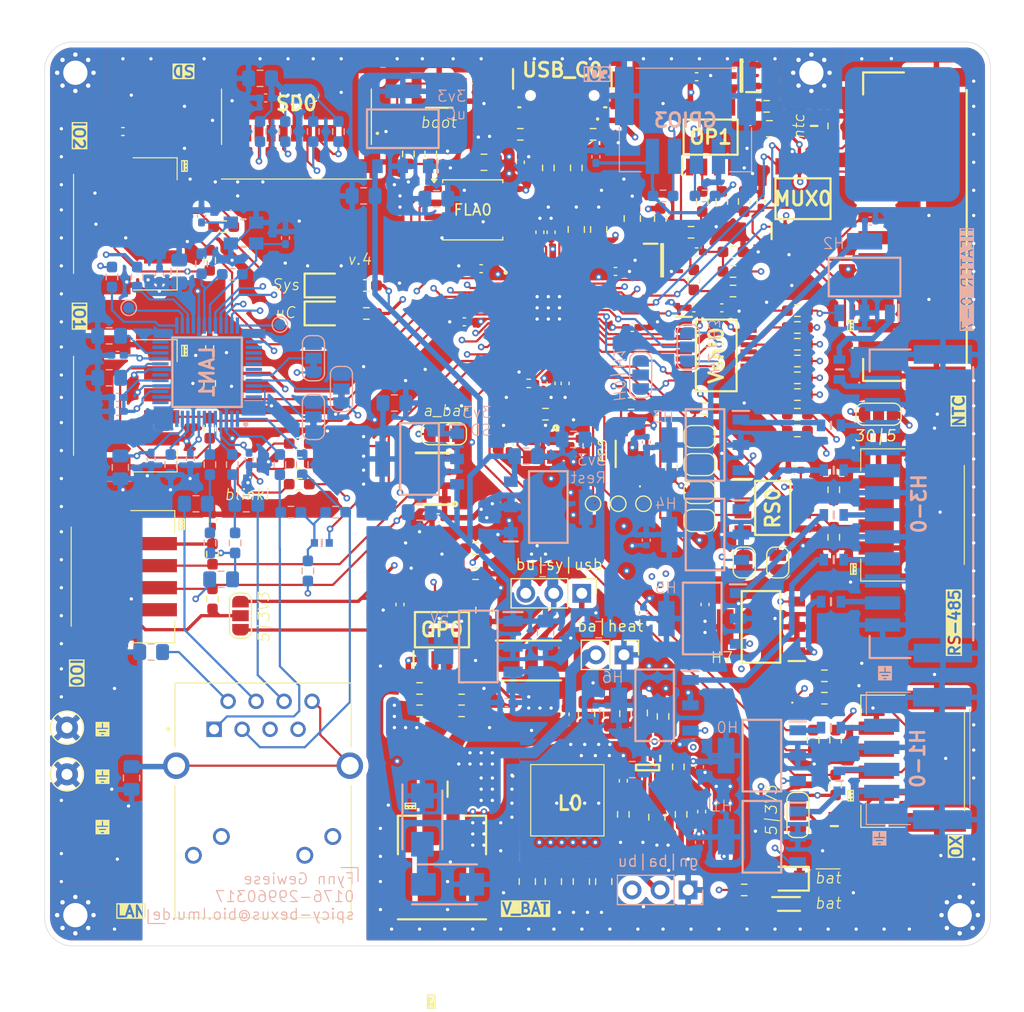
<source format=kicad_pcb>
(kicad_pcb (version 20240108) (generator "pcbnew") (generator_version "8.0")
  (title_block (comment 4 "AISLER Project ID: TLGQIMXQ"))
  (layers (0 "F.Cu" signal) (1 "In1.Cu" signal) (2 "In2.Cu" signal) (31 "B.Cu" signal) (34 "B.Paste" user) (35 "F.Paste" user) (36 "B.SilkS" user "B.Silkscreen") (37 "F.SilkS" user "F.Silkscreen") (38 "B.Mask" user) (39 "F.Mask" user) (44 "Edge.Cuts" user))
  (net 0 "")
  (net 1 "GND")
  (net 2 "/Power/VSys")
  (net 3 "+28V")
  (net 4 "/Heater/Vs_Heat")
  (net 5 "/Power/VBuck")
  (net 6 "/Prozessor/XIN")
  (net 7 "+1V1")
  (net 8 "/Power/V_usb")
  (net 9 "/Sensors/B")
  (net 10 "/Sensors/A")
  (net 11 "/Sensors/Vox")
  (net 12 "/Prozessor/~{USB_BOOT}")
  (net 13 "/Prozessor/QSPI_SS")
  (net 14 "/Prozessor/XOUT")
  (net 15 "/EthernetaSD/RCT")
  (net 16 "/Prozessor/RUN")
  (net 17 "/Prozessor/USB_D+")
  (net 18 "/Prozessor/USB_D-")
  (net 19 "/Prozessor/sda1")
  (net 20 "/Prozessor/scl1")
  (net 21 "/EthernetaSD/RXN")
  (net 22 "/EthernetaSD/RXP")
  (net 23 "/Prozessor/SWCLK")
  (net 24 "/EthernetaSD/TCT")
  (net 25 "/Prozessor/SWD")
  (net 26 "/Prozessor/QSPI_SCLK")
  (net 27 "/Prozessor/QSPI_SD3")
  (net 28 "/Prozessor/QSPI_SD0")
  (net 29 "/Prozessor/QSPI_SD2")
  (net 30 "/Prozessor/QSPI_SD1")
  (net 31 "/Power/v_bat")
  (net 32 "/Power/in+1")
  (net 33 "/Power/in+2")
  (net 34 "/Power/in-1")
  (net 35 "/Power/ADC_curr")
  (net 36 "/Heater/H0")
  (net 37 "/EthernetaSD/Xo")
  (net 38 "/EthernetaSD/F-")
  (net 39 "/Heater/H_0")
  (net 40 "/Sensors/TX1_RS486")
  (net 41 "/Sensors/RX1_RS486")
  (net 42 "/Power/ADC_volt")
  (net 43 "/Heater/H_1")
  (net 44 "/Heater/H_3")
  (net 45 "/Heater/H_2")
  (net 46 "/Heater/H_4")
  (net 47 "/Heater/H_6")
  (net 48 "/Heater/H_7")
  (net 49 "/Heater/H_5")
  (net 50 "/Sensors/ntc -")
  (net 51 "/Sensors/NTC0")
  (net 52 "/Sensors/NTC1")
  (net 53 "/Sensors/NTC4")
  (net 54 "/Sensors/NTC5")
  (net 55 "/Sensors/NTC2")
  (net 56 "/Sensors/NTC3")
  (net 57 "/Prozessor/vol_Temp")
  (net 58 "/Prozessor/A0")
  (net 59 "/Prozessor/A1")
  (net 60 "/Prozessor/A2")
  (net 61 "/Heater/H:0")
  (net 62 "/Heater/H:6")
  (net 63 "/Heater/H2")
  (net 64 "/Heater/H6")
  (net 65 "/Heater/H3")
  (net 66 "/Heater/H7")
  (net 67 "/Heater/H4")
  (net 68 "/Heater/H:1")
  (net 69 "/Heater/H5")
  (net 70 "/Heater/H:7")
  (net 71 "/Heater/H:3")
  (net 72 "/Heater/H:4")
  (net 73 "/Heater/H:5")
  (net 74 "/Heater/H:2")
  (net 75 "/Heater/H1")
  (net 76 "/Prozessor/GPIO0V")
  (net 77 "/Prozessor/scloxy")
  (net 78 "/Prozessor/sdaoxy")
  (net 79 "/Prozessor/sclrs")
  (net 80 "/Prozessor/sdars")
  (net 81 "/Prozessor/scl0")
  (net 82 "/Prozessor/sda0")
  (net 83 "/Prozessor/scl2")
  (net 84 "/Prozessor/sda2")
  (net 85 "/Power/3V3_uC")
  (net 86 "/3V3_rest")
  (net 87 "/5V")
  (net 88 "/EthernetaSD/sck_lan")
  (net 89 "/Sensors/ntc+")
  (net 90 "/Sensors/op-")
  (net 91 "/EthernetaSD/mosi_lan")
  (net 92 "/EthernetaSD/miso_lan")
  (net 93 "/EthernetaSD/LED_LAN_A")
  (net 94 "/EthernetaSD/XI")
  (net 95 "/EthernetaSD/LED_LAN_B")
  (net 96 "/EthernetaSD/cs_lan")
  (net 97 "/EthernetaSD/TXN")
  (net 98 "/EthernetaSD/TXP")
  (net 99 "/EthernetaSD/cs_sd")
  (net 100 "/EthernetaSD/sck_sd")
  (net 101 "/EthernetaSD/mosi_sd")
  (net 102 "/EthernetaSD/miso_sd")
  (net 103 "/3V3lan")
  (net 104 "Net-(!bat0-K)")
  (net 105 "Net-(5sys0-A)")
  (net 107 "Net-(C25-Pad1)")
  (net 108 "Net-(Vref0-K)")
  (net 109 "Net-(C39-Pad1)")
  (net 110 "Net-(LAN1-1V2O)")
  (net 111 "Net-(LAN1-TOCAP)")
  (net 112 "Net-(C55-Pad2)")
  (net 113 "Net-(C56-Pad2)")
  (net 114 "Net-(Y1-IN{slash}OUT)")
  (net 115 "Net-(C61-Pad2)")
  (net 116 "Net-(D1-A)")
  (net 117 "Net-(JPVOX1-C)")
  (net 119 "Net-(J1-Pad11)")
  (net 120 "Net-(J1-Pad9)")
  (net 121 "/EthernetaSD/E2")
  (net 122 "/EthernetaSD/E1")
  (net 123 "/EthernetaSD/E0")
  (net 124 "Net-(JP1-C)")
  (net 125 "Net-(JP2-C)")
  (net 126 "Net-(JP6-B)")
  (net 127 "Net-(JP7-B)")
  (net 128 "Net-(JP9-C)")
  (net 129 "Net-(LAN1-INTN)")
  (net 131 "Net-(LAN1-RXP)")
  (net 136 "Net-(LAN1-DUPLED)")
  (net 142 "Net-(LAN1-TXP)")
  (net 145 "Net-(LAN1-EXRES1)")
  (net 146 "Net-(LAN1-TXN)")
  (net 148 "Net-(LAN1-RXN)")
  (net 149 "Net-(LED0-GK)")
  (net 150 "Net-(LED0-BK)")
  (net 151 "Net-(LED0-RK)")
  (net 152 "Net-(LED1-RK)")
  (net 153 "Net-(LED1-GK)")
  (net 154 "Net-(LED1-BK)")
  (net 155 "Net-(MUX0-S6)")
  (net 156 "Net-(MUX0-S5)")
  (net 157 "Net-(uC0-A)")
  (net 158 "Net-(USB_C0-CC1)")
  (net 159 "Net-(USB_C0-CC2)")
  (net 160 "Net-(uC1-USB_DP)")
  (net 161 "Net-(uC1-USB_DM)")
  (net 166 "Net-(OP1A--)")
  (net 169 "Net-(OP1A-+)")
  (net 171 "Net-(BAR0-CSB_1)")
  (net 174 "Net-(H4-OUT)")
  (net 175 "Net-(H5-OUT)")
  (net 176 "Net-(H6-OUT)")
  (net 177 "Net-(H7-OUT)")
  (net 178 "Net-(H0-OUT)")
  (net 179 "Net-(H1-OUT)")
  (net 180 "Net-(H2-OUT)")
  (net 181 "Net-(H3-OUT)")
  (net 182 "Net-(H4-IN)")
  (net 183 "Net-(H5-IN)")
  (net 184 "Net-(H6-IN)")
  (net 185 "Net-(H7-IN)")
  (net 186 "Net-(H0-IN)")
  (net 187 "Net-(H1-IN)")
  (net 188 "Net-(H2-IN)")
  (net 189 "Net-(H3-IN)")
  (net 190 "Net-(C10-Pad2)")
  (net 191 "/Power/FB")
  (net 192 "/Power/SW")
  (net 193 "/Power/SS")
  (net 194 "/Power/RT")
  (net 195 "/Power/BST")
  (footprint "Resistor_SMD:R_0603_1608Metric_Pad0.98x0.95mm_HandSolder" (layer "F.Cu") (at 82.804 56.896)
    (property "Reference" "R88" (hide yes))
    (property "Value" "0 DNP")
  )
  (footprint "Resistor_SMD:R_0603_1608Metric_Pad0.98x0.95mm_HandSolder" (layer "F.Cu") (at 80.01 48.768 90)
    (property "Reference" "R43" (hide yes))
    (property "Value" "1k")
  )
  (footprint "TestPoint:TestPoint_Pad_D1.0mm" (layer "F.Cu") (at 70.104 76.2 180)
    (property "Reference" "TP0" (hide yes))
    (property "Value" "TestPoint" (hide yes))
  )
  (footprint "Resistor_SMD:R_0603_1608Metric_Pad0.98x0.95mm_HandSolder" (layer "F.Cu") (at 66.04 45.72 -90)
    (property "Reference" "R33" (hide yes))
    (property "Value" "27")
  )
  (footprint "Capacitor_SMD:C_0402_1005Metric_Pad0.74x0.62mm_HandSolder" (layer "F.Cu") (at 67.564 65.278 -90)
    (property "Reference" "C35" (hide yes))
    (property "Value" "0.1u")
  )
  (footprint "Resistor_SMD:R_0603_1608Metric_Pad0.98x0.95mm_HandSolder" (layer "F.Cu") (at 79.248 55.88 90)
    (property "Reference" "R47" (hide yes))
    (property "Value" "1k")
  )
  (footprint "SamacSys_Parts:5023520400" (layer "F.Cu") (at 27.686 67.31 -90)
    (property "Reference" "GPIO1" (hide yes))
    (property "Value" "502352-0400" (hide yes))
  )
  (footprint "Resistor_SMD:R_0603_1608Metric_Pad0.98x0.95mm_HandSolder" (layer "F.Cu") (at 76.2 50.3135 -90)
    (property "Reference" "R35" (hide yes))
    (property "Value" "150")
  )
  (footprint "SamacSys_Parts:5023520400" (layer "F.Cu") (at 99.074195 99.568 90)
    (property "Reference" "Ox0" (hide yes))
    (property "Value" "502352-0400" (hide yes))
  )
  (footprint "SamacSys_Parts:LTRBR37G4R4S01250" (layer "F.Cu") (at 87.033195 93.848347 -90)
    (property "Reference" "LED1" (hide yes))
    (property "Value" "StatusLED" (hide yes))
  )
  (footprint "Capacitor_SMD:C_0805_2012Metric_Pad1.18x1.45mm_HandSolder" (layer "F.Cu") (at 71.794 95.25 -90)
    (property "Reference" "C14" (hide yes))
    (property "Value" "10u/30V")
  )
  (footprint "Resistor_SMD:R_0402_1005Metric_Pad0.72x0.64mm_HandSolder" (layer "F.Cu") (at 64.262 65.278)
    (property "Reference" "R25" (hide yes))
    (property "Value" "no fit")
  )
  (footprint "SamacSys_Parts:J1B1211CCD" (layer "F.Cu") (at 40.152 103.124)
    (property "Reference" "J1" (hide yes))
    (property "Value" "J1B1211CCD" (hide yes))
  )
  (footprint "MountingHole:MountingHole_2.2mm_M2_Pad_Via" (layer "F.Cu") (at 23.114 37.084)
    (property "Reference" "H0_M0" (hide yes))
    (property "Value" "MountingHole")
  )
  (footprint "Capacitor_SMD:C_0805_2012Metric_Pad1.18x1.45mm_HandSolder" (layer "F.Cu") (at 73.66 50.3135 90)
    (property "Reference" "C36" (hide yes))
    (property "Value" "2u2")
  )
  (footprint "Resistor_SMD:R_0603_1608Metric_Pad0.98x0.95mm_HandSolder" (layer "F.Cu") (at 53.34 44.45 90)
    (property "Reference" "R23" (hide yes))
    (property "Value" "1k")
  )
  (footprint "Capacitor_SMD:C_0805_2012Metric_Pad1.18x1.45mm_HandSolder" (layer "F.Cu") (at 60.198 45.212)
    (property "Reference" "C22" (hide yes))
    (property "Value" "2u2")
  )
  (footprint "SamacSys_Parts:SOP65P640X120-16N" (layer "F.Cu") (at 89.154 48.514 90)
    (property "Reference" "MUX0")
    (property "Value" "TMUX1108PWR" (hide yes))
  )
  (footprint "Capacitor_SMD:C_0805_2012Metric_Pad1.18x1.45mm_HandSolder" (layer "F.Cu") (at 75.895976 104.648 90)
    (property "Reference" "C9" (hide yes))
    (property "Value" "33n")
  )
  (footprint "Capacitor_SMD:C_0402_1005Metric_Pad0.74x0.62mm_HandSolder" (layer "F.Cu") (at 67.564 95.313 -90)
    (property "Reference" "C17" (hide yes))
    (property "Value" "0.1u/30V")
  )
  (footprint "Capacitor_SMD:C_0402_1005Metric_Pad0.74x0.62mm_HandSolder" (layer "F.Cu") (at 66.294 65.278 -90)
    (property "Reference" "C29" (hide yes))
    (property "Value" "0.1u")
  )
  (footprint "Capacitor_SMD:C_0402_1005Metric_Pad0.74x0.62mm_HandSolder" (layer "F.Cu") (at 58.42 59.69 180)
    (property "Reference" "C28" (hide yes))
    (property "Value" "0.1u")
  )
  (footprint "Capacitor_SMD:C_0402_1005Metric_Pad0.74x0.62mm_HandSolder" (layer "F.Cu") (at 85.344 48.768 -90)
    (property "Reference" "C38" (hide yes))
    (property "Value" "DNP")
  )
  (footprint "Capacitor_SMD:C_0402_1005Metric" (layer "F.Cu") (at 79.248 58.42 180)
    (property "Reference" "C63" (hide yes))
    (property "Value" "0.1u")
  )
  (footprint "SamacSys_Parts:SOIC127P600X175-8N" (layer "F.Cu") (at 56.388 87.63 90)
    (property "Reference" "OP0")
    (property "Value" "LM2904AVQDRQ1" (hide yes))
  )
  (footprint "Resistor_SMD:R_0603_1608Metric_Pad0.98x0.95mm_HandSolder" (layer "F.Cu") (at 43.434 72.517)
    (property "Reference" "R30" (hide yes))
    (property "Value" "220")
  )
  (footprint "Resistor_SMD:R_0603_1608Metric_Pad0.98x0.95mm_HandSolder" (layer "F.Cu") (at 85.852 40.132)
    (property "Reference" "R36" (hide yes))
    (property "Value" "270")
  )
  (footprint "SamacSys_Parts:5023520400" (layer "F.Cu") (at 27.686 50.8 -90)
    (property "Reference" "GPIO0" (hide yes))
    (property "Value" "502352-0400" (hide yes))
  )
  (footprint "Resistor_SMD:R_0603_1608Metric_Pad0.98x0.95mm_HandSolder" (layer "F.Cu") (at 78.093976 104.394 -90)
    (property "Reference" "R15" (hide yes))
    (property "Value" "64.9k")
  )
  (footprint "Resistor_SMD:R_0603_1608Metric_Pad0.98x0.95mm_HandSolder" (layer "F.Cu") (at 65.786 68.072 180)
    (property "Reference" "R27" (hide yes))
    (property "Value" "1k  1%")
  )
  (footprint "Resistor_SMD:R_0603_1608Metric_Pad0.98x0.95mm_HandSolder" (layer "F.Cu") (at 49.53 58.928)
    (property "Reference" "R5" (hide yes))
    (property "Value" "680")
  )
  (footprint "SamacSys_Parts:LEDM2012X120N" (layer "F.Cu") (at 87.884 112.522)
    (property "Reference" "!bat0" (hide yes))
    (property "Value" "APTD2012LSURCK" (hide yes))
  )
  (footprint "MountingHole:MountingHole_2.2mm_M2_Pad_Via" (layer "F.Cu") (at 89.916 37.084)
    (property "Reference" "H1_M0" (hide yes))
    (property "Value" "MountingHole")
  )
  (footprint "Resistor_SMD:R_0603_1608Metric_Pad0.98x0.95mm_HandSolder" (layer "F.Cu") (at 35.306 65.278 90)
    (property "Reference" "R18" (hide yes))
    (property "Value" "4.7k")
  )
  (footprint "Resistor_SMD:R_0603_1608Metric_Pad0.98x0.95mm_HandSolder" (layer "F.Cu") (at 82.804 53.34 180)
    (property "Reference" "R38" (hide yes))
    (property "Value" "10k")
  )
  (footprint "Capacitor_SMD:C_0402_1005Metric_Pad0.74x0.62mm_HandSolder" (layer "F.Cu") (at 62.484 70.866 90)
    (property "Reference" "C24" (hide yes))
    (property "Value" "15p 5%")
  )
  (footprint "SamacSys_Parts:Logo" (layer "F.Cu") (at 45.212 50.546)
    (property "Reference" "G***" (hide yes))
    (property "Value" "LOGO" (hide yes))
  )
  (footprint "Resistor_SMD:R_0603_1608Metric_Pad0.98x0.95mm_HandSolder" (layer "F.Cu") (at 59.436 82.55)
    (property "Reference" "R10" (hide yes))
    (property "Value" "10k")
  )
  (footprint "SamacSys_Parts:SOIC127P600X175-8N" (layer "F.Cu") (at 80.772 42.926 90)
    (property "Reference" "OP1")
    (property "Value" "TLV9002QDRQ1" (hide yes))
  )
  (footprint "Resistor_SMD:R_0603_1608Metric_Pad0.98x0.95mm_HandSolder" (layer "F.Cu") (at 58.166 92.964 180)
    (property "Reference" "R8" (hide yes))
    (property "Value" "1M")
  )
  (footprint "SamacSys_Parts:SOTFL50P160X60-8N" (layer "F.Cu") (at 75.045976 100.139 -90)
    (property "Reference" "BUCK0" (hide yes))
    (property "Value" "TPS62933DRLR" (hide yes))
  )
  (footprint "Capacitor_SMD:C_0402_1005Metric_Pad0.74x0.62mm_HandSolder" (layer "F.Cu") (at 27.432 42.418 180)
    (property "Reference" "C19" (hide yes))
    (property "Value" "0.1u")
  )
  (footprint "Capacitor_SMD:C_0805_2012Metric_Pad1.18x1.45mm_HandSolder" (layer "F.Cu") (at 64.135 110.49 90)
    (property "Reference" "C77" (hide yes))
    (property "Value" "DNP")
  )
  (footprint "TestPoint:TestPoint_Loop_D1.80mm_Drill1.0mm_Beaded" (layer "F.Cu") (at 22.352 96.52)
    (property "Reference" "TPGND0" (hide yes))
    (property "Value" "TestPoint_Probe")
  )
  (footprint "Resistor_SMD:R_0603_1608Metric_Pad0.98x0.95mm_HandSolder" (layer "F.Cu") (at 91.948 79.248 90)
    (property "Reference" "R49" (hide yes))
    (property "Value" "100")
  )
  (footprint "Capacitor_SMD:C_0402_1005Metric_Pad0.74x0.62mm_HandSolder" (layer "F.Cu") (at 35.306 61.976 90)
    (property "Reference" "C20" (hide yes))
    (property "Value" "0.1u")
  )
  (footprint "SamacSys_Parts:5023520400" (layer "F.Cu") (at 99.06 77.216 90)
    (property "Reference" "RS-0" (hide yes))
    (property "Value" "502352-0400" (hide yes))
  )
  (footprint "Capacitor_SMD:C_0402_1005Metric" (layer "F.Cu") (at 81.788 58.42)
    (property "Reference" "C67" (hide yes))
    (property "Value" "0.1u")
  )
  (footprint "Jumper:SolderJumper-3_P1.3mm_Open_RoundedPad1.0x1.5mm_NumberLabels" (layer "F.Cu") (at 56.558 69.844 180)
    (property "Reference" "JPVOX0" (hide yes))
    (property "Value" "SolderJumper_3_Open" (hide yes))
  )
  (footprint "Capacitor_SMD:C_0402_1005Metric_Pad0.74x0.62mm_HandSolder" (layer "F.Cu") (at 72.847976 101.346 -90)
    (property "Reference" "C10" (hide yes))
    (property "Value" "0.1u")
  )
  (footprint "Capacitor_SMD:C_0805_2012Metric_Pad1.18x1.45mm_HandSolder" (layer "F.Cu") (at 69.508 95.25 -90)
    (property "Reference" "C15" (hide yes))
    (property "Value" "DNP")
  )
  (footprint "Resistor_SMD:R_0603_1608Metric_Pad0.98x0.95mm_HandSolder" (layer "F.Cu") (at 36.576 51.054)
    (property "Reference" "R17" (hide yes))
    (property "Value" "4.7k")
  )
  (footprint "Resistor_SMD:R_0603_1608Metric_Pad0.98x0.95mm_HandSolder" (layer "F.Cu") (at 88.646 60.198 180)
    (property "Reference" "R78" (hide yes))
    (property "Value" "100")
  )
  (footprint "MountingHole:MountingHole_2.2mm_M2_Pad_Via" (layer "F.Cu") (at 103.378 113.538)
    (property "Reference" "H2_M0" (hide yes))
    (property "Value" "MountingHole")
  )
  (footprint "Capacitor_SMD:C_0402_1005Metric_Pad0.74x0.62mm_HandSolder" (layer "F.Cu") (at 72.136 55.118)
    (property "Reference" "C31" (hide yes))
    (property "Value" "0.1u")
  )
  (footprint "SamacSys_Parts:FUSC1608X70N" (layer "F.Cu") (at 91.999195 105.458 -90)
    (property "Reference" "F0" (hide yes))
    (property "Value" "MF-FSML100_8-2" (hide yes))
  )
  (footprint "Capacitor_SMD:C_0805_2012Metric_Pad1.18x1.45mm_HandSolder" (layer "F.Cu") (at 86.106 42.164 180)
    (property "Reference" "C40" (hide yes))
    (property "Value" "10u")
  )
  (footprint "SamacSys_Parts:SOT95P237X112-3N" (layer "F.Cu") (at 76.370676 54.102)
    (property "Reference" "Vref0" (hide yes))
    (property "Value" "LM4040BIM3-3.0_NOPB" (hide yes))
  )
  (footprint "Jumper:SolderJumper-2_P1.3mm_Open_RoundedPad1.0x1.5mm" (layer "F.Cu") (at 79.756 75.184)
    (property "Reference" "JP6" (hide yes))
    (property "Value" "SolderJumper_2_Open" (hide yes))
  )
  (footprint "SamacSys_Parts:GSB1C41110SSHR" (layer "F.Cu") (at 67.31 36.83 180)
    (property "Reference" "USB_C0")
    (property "Value" "GSB1C41110SSHR" (hide yes))
  )
  (footprint "Capacitor_SMD:C_0402_1005Metric_Pad0.74x0.62mm_HandSolder" (layer "F.Cu") (at 35.56 77.724 90)
    (property "Reference" "C21" (hide yes))
    (property "Value" "0.1u")
  )
  (footprint "SamacSys_Parts:435441019830" (layer "F.Cu") (at 73.5565 71.67525 -90)
    (property "Reference" "S_RES0" (hide yes))
    (property "Value" "435441019830" (hide yes))
  )
  (footprint "Capacitor_SMD:C_0402_1005Metric_Pad0.74x0.62mm_HandSolder" (layer "F.Cu") (at 65.278 51.562 90)
    (property "Reference" "C32" (hide yes))
    (property "Value" "0.1u")
  )
  (footprint "Resistor_SMD:R_0603_1608Metric_Pad0.98x0.95mm_HandSolder" (layer "F.Cu") (at 90.081195 97.658347 90)
    (property "Reference" "R42" (hide yes))
    (property "Value" "680")
  )
  (footprint "TestPoint:TestPoint_Loop_D1.80mm_Drill1.0mm_Beaded" (layer "F.Cu") (at 22.352 100.76)
    (property "Reference" "TPGND1" (hide yes))
    (property "Value" "TestPoint_Probe")
  )
  (footprint "Resistor_SMD:R_0603_1608Metric_Pad0.98x0.95mm_HandSolder" (layer "F.Cu") (at 88.646 66.294 180)
    (property "Reference" "R84" (hide yes))
    (property "Value" "100")
  )
  (footprint "Resistor_SMD:R_0603_1608Metric_Pad0.98x0.95mm_HandSolder" (layer "F.Cu") (at 92.113195 97.658347 90)
    (property "Reference" "R46" (hide yes))
    (property "Value" "4.7k")
  )
  (footprint "SamacSys_Parts:insta" (layer "F.Cu") (at 98.044 42.672)
    (property "Reference" "L1" (hide yes))
    (property "Value" "InstaLogo" (hide yes))
  )
  (footprint "Resistor_SMD:R_0603_1608Metric_Pad0.98x0.95mm_HandSolder" (layer "F.Cu") (at 91.948 41.91 90)
    (property "Reference" "R87" (hide yes))
    (property "Value" "10k")
  )
  (footprint "Jumper:SolderJumper-3_P1.3mm_Open_RoundedPad1.0x1.5mm_NumberLabels" (layer "F.Cu") (at 88.697195 104.442 90)
    (property "Reference" "JPVOX1" (hide yes))
    (property "Value" "SolderJumper_3_Open" (hide yes))
  )
  (footprint "Resistor_SMD:R_0603_1608Metric_Pad0.98x0.95mm_HandSolder" (layer "F.Cu") (at 82.804 55.118 180)
    (property "Reference" "R39" (hide yes))
    (property "Value" "6,5k")
  )
  (footprint "Resistor_SMD:R_0603_1608Metric_Pad0.98x0.95mm_HandSolder" (layer "F.Cu") (at 59.436 80.264 180)
    (property "Reference" "R9" (hide yes))
    (property "Value" "100k")
  )
  (footprint "Resistor_SMD:R_0603_1608Metric_Pad0.98x0.95mm_HandSolder" (layer "F.Cu") (at 91.097195 93.848347 180)
    (property "Reference" "R40" (hide yes))
    (property "Value" "270")
  )
  (footprint "MountingHole:MountingHole_2.2mm_M2_Pad_Via" (layer "F.Cu") (at 23.114 113.538)
    (property "Reference" "H3_M0" (hide yes))
    (property "Value" "MountingHole")
  )
  (footprint "SamacSys_Parts:SOIC127P600X175-8N" (layer "F.Cu") (at 86.411805 76.581)
    (property "Reference" "RS0")
    (property "Value" "MAX3485AEASA+T" (hide yes))
  )
  (footprint "Capacitor_SMD:C_0805_2012Metric_Pad1.18x1.45mm_HandSolder" (layer "F.Cu") (at 68.58 51.308 -90)
    (property "Reference" "C34" (hide yes))
    (property "Value" "2u2")
  )
  (footprint "SamacSys_Parts:DIOM5336X245N" (layer "F.Cu") (at 64.516 90.424)
    (property "Reference" "D0" (hide yes))
    (property "Value" "RBR2LB60BTBR1" (hide yes))
  )
  (footprint "Capacitor_SMD:C_0402_1005Metric_Pad0.74x0.62mm_HandSolder" (layer "F.Cu") (at 73.66 60.198)
    (property "Reference" "C30" (hide yes))
    (property "Value" "0.1u")
  )
  (footprint "Resistor_SMD:R_0603_1608Metric_Pad0.98x0.95mm_HandSolder" (layer "F.Cu") (at 68.58 45.72 -90)
    (property "Reference" "R34" (hide yes))
    (property "Value" "27")
  )
  (footprint "Resistor_SMD:R_0603_1608Metric_Pad0.98x0.95mm_HandSolder" (layer "F.Cu") (at 35.306 54.102 -90)
    (property "Reference" "R20" (hide yes))
    (property "Value" "4.7k")
  )
  (footprint "SamacSys_Parts:SOT230P700X170-4N" (layer "F.Cu") (at 85.344 87.376 180)
    (property "Reference" "H7")
    (property "Value" "ITS4200S-ME-O" (hide yes))
  )
  (footprint "Resistor_SMD:R_0603_1608Metric_Pad0.98x0.95mm_HandSolder" (layer "F.Cu") (at 54.356 92.964)
    (property "Reference" "R13" (hide yes))
    (property "Value" "1M")
  )
  (footprint "TestPoint:TestPoint_Pad_D1.0mm" (layer "F.Cu") (at 72.39 76.2 180)
    (property "Reference" "TP1" (hide yes))
    (property "Value" "TestPoint" (hide yes))
  )
  (footprint "Capacitor_SMD:C_0402_1005Metric_Pad0.74x0.62mm_HandSolder" (layer "F.Cu") (at 63.5 45.212 90)
    (property "Reference" "C23" (hide yes))
    (property "Value" "0.1uF")
  )
  (footprint "Resistor_SMD:R_0603_1608Metric_Pad0.98x0.95mm_HandSolder" (layer "F.Cu") (at 63.5 42.672)
    (property "Reference" "R32" (hide yes))
    (property "Value" "5.1k")
  )
  (footprint "Resistor_SMD:R_0603_1608Metric_Pad0.98x0.95mm_HandSolder" (layer "F.Cu") (at 88.646 64.77 180)
    (property "Reference" "R83" (hide yes))
    (property "Value" "100")
  )
  (footprint "Resistor_SMD:R_0603_1608Metric_Pad0.98x0.95mm_HandSolder" (layer "F.Cu") (at 54.356 94.996 180)
    (property "Reference" "R12" (hide yes))
    (property "Value" "1k")
  )
  (footprint "Resistor_SMD:R_0603_1608Metric_Pad0.98x0.95mm_HandSolder" (layer "F.Cu") (at 83.82 48.768 90)
    (property "Reference" "R37" (hide yes))
    (property "Value" "5.1k")
  )
  (footprint "SamacSys_Parts:LTRBR37G4R4S01250" (layer "F.Cu") (at 39.37 72.644 180)
    (property "Reference" "LED0" (hide yes))
    (property "Value" "StatusLED" (hide yes))
  )
  (footprint "Jumper:SolderJumper-2_P1.3mm_Open_RoundedPad1.0x1.5mm" (layer "F.Cu") (at 79.756 77.724)
    (property "Reference" "JP7" (hide yes))
    (property "Value" "SolderJumper_2_Open" (hide yes))
  )
  (footprint "Resistor_SMD:R_0603_1608Metric_Pad0.98x0.95mm_HandSolder" (layer "F.Cu") (at 91.948 74.93 -90)
    (property "Reference" "R50" (hide yes))
    (property "Value" "100")
  )
  (footprint "Resistor_SMD:R_0603_1608Metric_Pad0.98x0.95mm_HandSolder" (layer "F.Cu") (at 35.306 69.342 -90)
    (property "Reference" "R21" (hide yes))
    (property "Value" "4.7k")
  )
  (footprint "Resistor_SMD:R_0603_1608Metric_Pad0.98x0.95mm_HandSolder" (layer "F.Cu") (at 88.646 61.722 180)
    (property "Reference" "R79" (hide yes))
    (property "Value" "100")
  )
  (footprint "SamacSys_Parts:5023520200" (layer "F.Cu") (at 56.388 104.516)
    (property "Reference" "V_BAT0" (hide yes))
    (property "Value" "502352-0200" (hide yes))
  )
  (footprint "SamacSys_Parts:LEDC2012X120N" (layer "F.Cu") (at 45.72 58.928)
    (property "Reference" "uC0" (hide yes))
    (property "Value" "APTD2012LCGCK" (hide yes))
  )
  (footprint "Package_SO:SOIC-8_5.23x5.23mm_P1.27mm" (layer "F.Cu") (at 59.182 49.53)
    (property "Reference" "FLA0")
    (property "Value" "W25Q128JVS")
  )
  (footprint "Capacitor_SMD:C_0402_1005Metric_Pad0.74x0.62mm_HandSolder" (layer "F.Cu") (at 88.392 73.152 180)
    (property "Reference" "C42" (hide yes))
    (property "Value" "1u")
  )
  (footprint "Capacitor_SMD:C_0805_2012Metric_Pad1.18x1.45mm_HandSolder" (layer "F.Cu") (at 74.295 95.187 -90)
    (property "Reference" "C76" (hide yes))
    (property "Value" "DNP")
  )
  (footprint "SamacSys_Parts:LEDC2012X120N" (layer "F.Cu") (at 45.72 56.388)
    (property "Reference" "5sys0" (hide yes))
    (property "Value" "APTD2012LCGCK" (hide yes))
  )
  (footprint "SamacSys_Parts:RESC3216X90N" (layer "F.Cu") (at 56.896 102.108)
    (property "Reference" "R_shunt0" (hide yes))
    (property "Value" "1mOhm" (hide yes))
  )
  (footprint "Resistor_SMD:R_0603_1608Metric_Pad0.98x0.95mm_HandSolder" (layer "F.Cu") (at 77.839976 100.076 -90)
    (property "Reference" "R16" (hide yes))
    (property "Value" "10k")
  )
  (footprint "Capacitor_SMD:C_0402_1005Metric_Pad0.74x0.62mm_HandSolder" (layer "F.Cu") (at 68.834 70.866 -90)
    (property "Reference" "C25" (hide yes))
    (property "Value" "15p 5%")
  )
  (footprint "SamacSys_Parts:LEDC2012X120N" (layer "F.Cu") (at 87.884 110.236 180)
    (property "Reference" "bat0" (hide yes))
    (property "Value" "APTD2012LCGCK" (hide yes))
  )
  (footprint "SamacSys_Parts:ABM8G" (layer "F.Cu") (at 65.532 71.12 180)
    (property "Reference" "Y0" (hide yes))
    (property "Value" "ABM8G-12.000MHZ-4Y-T3" (hide yes))
  )
  (footprint "Resistor_SMD:R_0603_1608Metric_Pad0.98x0.95mm_HandSolder" (layer "F.Cu") (at 80.264 67.564)
    (property "Reference" "R86" (hide yes))
    (property "Value" "4,7k")
  )
  (footprint "Jumper:SolderJumper-2_P1.3mm_Open_RoundedPad1.0x1.5mm" (layer "F.Cu") (at 83.82 81.534 90)
    (property "Reference" "JP8" (hide yes))
    (property "Value" "SolderJumper_2_Open" (hide yes))
  )
  (footprint "Capacitor_SMD:C_0805_2012Metric_Pad1.18x1.45mm_HandSolder" (layer "F.Cu") (at 60.198 85.852 90)
    (property "Reference" "C8" (hide yes))
    (property "Value" "10u")
  )
  (footprint "Capacitor_SMD:C_0402_1005Metric_Pad0.74x0.62mm_HandSolder" (layer "F.Cu") (at 59.944 54.864 180)
    (property "Reference" "C26" (hide yes))
    (property "Value" "0.1u")
  )
  (footprint "Capacitor_SMD:C_0805_2012Metric_Pad1.18x1.45mm_HandSolder" (layer "F.Cu") (at 69.037976 110.49 90)
    (property "Reference" "C16" (hide yes))
    (property "Value" "22u")
  )
  (footprint "Capacitor_SMD:C_0402_1005Metric_Pad0.74x0.62mm_HandSolder" (layer "F.Cu") (at 79.502 53.34)
    (property "Reference" "C39" (hide yes))
    (property "Value" "DNP")
  )
  (footprint "Resistor_SMD:R_0603_1608Metric_Pad0.98x0.95mm_HandSolder" (layer "F.Cu") (at 77.216 72.898 90)
    (property "Reference" "R85" (hide yes))
    (property "Value" "4,7k")
  )
  (footprint "Resistor_SMD:R_0603_1608Metric_Pad0.98x0.95mm_HandSolder" (layer "F.Cu") (at 72.847976 104.394 90)
    (property "Reference" "R14" (hide yes))
    (property "Value" "0")
  )
  (footprint "Connector_PinHeader_2.54mm:PinHeader_1x03_P2.54mm_Vertical" (layer "F.Cu") (at 69.073 84.328 -90)
    (property "Reference" "JB_or_U0" (hide yes))
    (property "Value" "Conn_01x03")
  )
  (footprint "Jumper:SolderJumper-2_P1.3mm_Open_RoundedPad1.0x1.5mm" (layer "F.Cu") (at 86.868 81.534 -90)
    (property "Reference" "JP4" (hide yes))
    (property "Value" "SolderJumper_2_Open" (hide yes))
  )
  (footprint "SamacSys_Parts:MS561101BA03-50" (layer "F.Cu") (at 55.542 73.934 180)
    (property "Reference" "BAR0" (hide yes))
    (property "Value" "MS561101BA03-50" (hide yes))
  )
  (footprint "SamacSys_Parts:QFN40P700X700X90-57N-D" (layer "F.Cu") (at 66.04 58.42)
    (property "Reference" "uC1" (hide yes))
    (property "Value" "SC0914_7_" (hide yes))
  )
  (footprint "Capacitor_SMD:C_0402_1005Metric_Pad0.74x0.62mm_HandSolder" (layer "F.Cu") (at 66.294 51.562 90)
    (property "Reference" "C27" (hide yes))
    (property "Value" "0.1u")
  )
  (footprint "Jumper:SolderJumper-2_P1.3mm_Open_RoundedPad1.0x1.5mm" (layer "F.Cu") (at 79.756 70.104 180)
    (property "Reference" "JP3" (hide yes))
    (property "Value" "SolderJumper_2_Open" (hide yes))
  )
  (footprint "Resistor_SMD:R_0603_1608Metric_Pad0.98x0.95mm_HandSolder" (layer "F.Cu") (at 55.372 44.45 -90)
    (property "Reference" "R24" (hide yes))
    (property "Value" "10k but unessesary" (hide yes))
  )
  (footprint "Jumper:SolderJumper-3_P1.3mm_Open_RoundedPad1.0x1.5mm_NumberLabels" (layer "F.Cu") (at 38.1 86.36 -90)
    (property "Reference" "JP0" (hide yes))
    (property "Value" "SolderJumper_3_Open")
  )
  (footprint "Resistor_SMD:R_0603_1608Metric_Pad0.98x0.95mm_HandSolder" (layer "F.Cu") (at 35.56 84.836 -90)
    (property "Reference" "R22" (hide yes))
    (property "Value" "4.7k")
  )
  (footprint "Resistor_SMD:R_0603_1608Metric_Pad0.98x0.95mm_HandSolder" (layer "F.Cu") (at 49.53 56.388)
    (property "Reference" "R6" (hide yes))
    (property "Value" "1500")
  )
  (footprint "Resistor_SMD:R_0603_1608Metric_Pad0.98x0.95mm_HandSolder" (layer "F.Cu") (at 88.646 63.246 180)
    (property "Reference" "R80" (hide yes))
    (property "Value" "100")
  )
  (footprint "Resistor_SMD:R_0603_1608Metric_Pad0.98x0.95mm_HandSolder" (layer "F.Cu") (at 91.097195 91.816347)
    (property "Reference" "R41" (hide yes))
    (property "Value" "220")
  )
  (footprint "SamacSys_Parts:693072010801" (layer "F.Cu") (at 43.18 39.878)
    (property "Reference" "SD0")
    (property "Value" "693072010801" (hide yes))
  )
  (footprint "Resistor_SMD:R_0603_1608Metric_Pad0.98x0.95mm_HandSolder" (layer "F.Cu") (at 81.788 48.768 -90)
    (property "Reference" "R44" (hide yes))
    (property "Value" "1k")
  )
  (footprint "Capacitor_SMD:C_0805_2012Metric_Pad1.18x1.45mm_HandSolder" (layer "F.Cu") (at 71.069976 110.49 90)
    (property "Reference" "C18" (hide yes))
    (property "Value" "DNP")
  )
  (footprint "Resistor_SMD:R_0603_1608Metric_Pad0.98x0.95mm_HandSolder" (layer "F.Cu") (at 58.166 94.996)
    (property "Reference" "R7" (hide yes))
    (property "Value" "1k")
  )
  (footprint "Resistor_SMD:R_0603_1608Metric_Pad0.98x0.95mm_HandSolder" (layer "F.Cu") (at 43.434 70.739 180)
    (property "Reference" "R31" (hide yes))
    (property "Value" "680")
  )
  (footprint "SamacSys_Parts:435441019830" (layer "F.Cu") (at 56.134 38.862)
    (property "Reference" "S_BOOT0" (hide yes))
    (property "Value" "435441019830" (hide yes))
  )
  (footprint "Resistor_SMD:R_0603_1608Metric_Pad0.98x0.95mm_HandSolder" (layer "F.Cu") (at 43.434 74.422 180)
    (property "Reference" "R29" (hide yes))
    (property "Value" "270")
  )
  (footprint "Capacitor_SMD:C_0805_2012Metric_Pad1.18x1.45mm_HandSolder" (layer "F.Cu") (at 66.497976 110.49 90)
    (property "Reference" "C13" (hide yes))
    (property "Value" "22u")
  )
  (footprint "Resistor_SMD:R_0603_1608Metric_Pad0.98x0.95mm_HandSolder" (layer "F.Cu") (at 92.113195 101.722347 -90)
    (property "Reference" "R48" (hide yes))
    (property "Value" "4.7k")
  )
  (footprint "SamacSys_Parts:5023520400" (layer "F.Cu") (at 27.469 82.82 -90)
    (property "Reference" "GPIO2" (hide yes))
    (property "Value" "502352-0400" (hide yes))
  )
  (footprint "Capacitor_SMD:C_0402_1005Metric" (layer "F.Cu") (at 80.264 85.344 90)
    (property "Reference" "C68" (hide yes))
    (property "Value" "0.22u (grob)")
  )
  (footprint "Resistor_SMD:R_0603_1608Metric_Pad0.98x0.95mm_HandSolder" (layer "F.Cu") (at 76.454 95.504 90)
    (property "Reference" "R11" (hide yes))
    (property "Value" "DNP")
  )
  (footprint "SamacSys_Parts:SOT95P237X112-3N" (layer "F.Cu") (at 83.566 37.338 180)
    (property "Reference" "Vref1" (hide yes))
    (property "Value" "LM4040BIM3-3.0_NOPB" (hide yes))
  )
  (footprint "TestPoint:TestPoint_Pad_D1.0mm" (layer "F.Cu") (at 74.676 76.2 180)
    (property "Reference" "TP2" (hide yes))
    (property "Value" "TestPoint" (hide yes))
  )
  (footprint "Connector_PinHeader_2.54mm:PinHeader_1x02_P2.54mm_Vertical" (layer "F.Cu") (at 72.903 89.916 -90)
    (property "Reference" "JHEAT0" (hide yes))
    (property "Value" "PinHeader_2.54mm")
  )
  (footprint "Resistor_SMD:R_0603_1608Metric_Pad0.98x0.95mm_HandSolder" (layer "F.Cu") (at 35.56 80.772 90)
    (property "Reference" "R19" (hide yes))
    (property "Value" "4.7k")
  )
  (footprint "Resistor_SMD:R_0603_1608Metric_Pad0.98x0.95mm_HandSolder" (layer "F.Cu") (at 78.994 51.562)
    (property "Reference" "R45" (hide yes))
    (property "Value" "10k")
  )
  (footprint "Capacitor_SMD:C_0402_1005Metric_Pad0.74x0.62mm_HandSolder" (layer "F.Cu") (at 79.502 37.449805 180)
    (property "Reference" "C41" (hide yes))
    (property "Value" "0.1uF")
  )
  (footprint "SamacSys_Parts:5023521210" (layer "F.Cu") (at 99.314 51.054 90)
    (property "Reference" "NTCs0" (hide yes))
    (property "Value" "502352-1210" (hide yes))
  )
  (footprint "SamacSys_Parts:74439346068" (layer "F.Cu") (at 67.767976 103.124)
    (property "Reference" "L0")
    (property "Value" "74439346068" (hide yes))
  )
  (footprint "Jumper:SolderJumper-2_P1.3mm_Open_RoundedPad1.0x1.5mm" (layer "F.Cu") (at 79.756 72.644)
    (property "Reference" "JP5" (hide yes))
    (property "Value" "SolderJumper_2_Open" (hide yes))
  )
  (footprint "Jumper:SolderJumper-3_P1.3mm_Open_RoundedPad1.0x1.5mm_NumberLabels" (layer "F.Cu") (at 96.012 68.072)
    (property "Reference" "JP9" (hide yes))
    (property "Value" "SolderJumper_3_Open" (hide yes))
  )
  (footprint "Capacitor_SMD:C_0402_1005Metric_Pad0.74x0.62mm_HandSolder" (layer "F.Cu") (at 56.05 77.47)
    (property "Reference" "C37" (hide yes))
    (property "Value" "0.1uF")
  )
  (footprint "Capacitor_SMD:C_0805_2012Metric_Pad1.18x1.45mm_HandSolder" (layer "F.Cu") (at 70.612 51.308 90)
    (property "Reference" "C33" (hide yes))
    (property "Value" "2u2")
  )
  (footprint "Resistor_SMD:R_0603_1608Metric_Pad0.98x0.95mm_HandSolder" (layer "F.Cu") (at 83.82 111.252 180)
    (property "Reference" "R0" (hide yes))
    (property "Value" "12k")
  )
  (footprint "Resistor_SMD:R_0603_1608Metric_Pad0.98x0.95mm_HandSolder" (layer "F.Cu") (at 88.646 69.596 180)
    (property "Reference" "R73" (hide yes))
    (property "Value" "100")
  )
  (footprint "Capacitor_SMD:C_0402_1005Metric_Pad0.74x0.62mm_HandSolder" (layer "F.Cu") (at 52.578 85.344 90)
    (property "Reference" "C12" (hide yes))
    (property "Value" "0.1u")
  )
  (footprint "SamacSys_Parts:THRMC1608X90N" (layer "F.Cu") (at 90.17 41.91 90)
    (property "Reference" "RT0" (hide yes))
    (property "Value" "NTCGS163JF103FT8" (hide yes))
  )
  (footprint "Capacitor_SMD:C_0402_1005Metric_Pad0.74x0.62mm_HandSolder" (layer "F.Cu") (at 79.959976 104.14 90)
    (property "Reference" "C11" (hide yes))
    (property "Value" "DNP")
  )
  (footprint "Resistor_SMD:R_0603_1608Metric_Pad0.98x0.95mm_HandSolder" (layer "F.Cu") (at 88.646 58.674 180)
    (property "Reference" "R74" (hide yes))
    (property "Value" "100")
  )
  (footprint "SamacSys_Parts:SOP65P640X120-20N" (layer "F.Cu") (at 81.28 62.738)
    (property "Reference" "Vshi0")
    (property "Value" "TXS0108EQPWRQ1" (hide yes))
  )
  (footprint "Resistor_SMD:R_0603_1608Metric_Pad0.98x0.95mm_HandSolder" (layer "F.Cu") (at 73.5565 67.10325 180)
    (property "Reference" "R26" (hide yes))
    (property "Value" "5.1k")
  )
  (footprint "Resistor_SMD:R_0603_1608Metric_Pad0.98x0.95mm_HandSolder" (layer "F.Cu") (at 70.104 42.672 180)
    (property "Reference" "R28" (hide yes))
    (property "Value" "5.1k")
  )
  (footprint "Resistor_SMD:R_0603_1608Metric_Pad0.98x0.95mm_HandSolder" (layer "F.Cu") (at 88.646 68.072 180)
    (property "Reference" "R72" (hide yes))
    (property "Value" "100")
  )
  (footprint "Capacitor_SMD:C_0402_1005Metric" (layer "B.Cu") (at 70.358 94.996 -90)
    (property "Reference" "C71" (hide yes))
    (property "Value" "0.22u (grob)")
  )
  (footprint "Resistor_SMD:R_0603_1608Metric_Pad0.98x0.95mm_HandSolder" (layer "B.Cu") (at 42.164 42.418 90)
    (property "Reference" "R64" (hide yes))
    (property "Value" "10k")
  )
  (footprint "Capacitor_SMD:C_0402_1005Metric_Pad0.74x0.62mm_HandSolder" (layer "B.Cu") (at 38.882 72.136 90)
    (property "Reference" "C47" (hide yes))
    (property "Value" "0.1u")
  )
  (footprint "SamacSys_Parts:DIOM5336X245N" (layer "B.Cu") (at 56.896 110.744)
    (property "Reference" "D2" (hide yes))
    (property "Value" "RBR2LB60BTBR1" (hide yes))
  )
  (footprint "Capacitor_SMD:C_0805_2012Metric_Pad1.18x1.45mm_HandSolder" (layer "B.Cu") (at 64.008 71.882 180)
    (property "Reference" "C0" (hide yes))
    (property "Value" "10u")
  )
  (footprint "Resistor_SMD:R_0603_1608Metric_Pad0.98x0.95mm_HandSolder" (layer "B.Cu") (at 76.454 48.26 180)
    (property "Reference" "R89" (hide yes))
    (property "Value" "4.7k")
  )
  (footprint "Capacitor_SMD:C_0402_1005Metric" (layer "B.Cu") (at 74.93 79.502 -90)
    (property "Reference" "C74" (hide yes))
    (property "Value" "0.22u (grob)")
  )
  (footprint "TestPoint:TestPoint_Pad_D1.0mm" (layer "B.Cu") (at 27.96 58.42 180)
    (property "Reference" "TP4" (hide yes))
    (property "Value" "TestPoint" (hide yes))
  )
  (footprint "Capacitor_SMD:C_0805_2012Metric_Pad1.18x1.45mm_HandSolder" (layer "B.Cu") (at 54.356 76.962)
    (property "Reference" "C2" (hide yes))
    (property "Value" "10u")
  )
  (footprint "Capacitor_SMD:C_0805_2012Metric_Pad1.18x1.45mm_HandSolder" (layer "B.Cu") (at 34.056 76.2)
    (property "Reference" "C56" (hide yes))
    (property "Value" "6.8n")
  )
  (footprint "Capacitor_SMD:C_0805_2012Metric_Pad1.18x1.45mm_HandSolder" (layer "B.Cu") (at 32.532 55.118 -90)
    (property "Reference" "C44" (hide yes))
    (property "Value" "10uF/16V")
  )
  (footprint "Jumper:SolderJumper-3_P1.3mm_Open_RoundedPad1.0x1.5mm_NumberLabels" (layer "B.Cu") (at 74.422 64.516 -90)
    (property "Reference" "JP2" (hide yes))
    (property "Value" "SolderJumper_3_Open" (hide yes))
  )
  (footprint "SamacSys_Parts:SOT230P700X180-4N" (layer "B.Cu") (at 52.832 42.164 90)
    (property "Reference" "LRuC0" (hide yes))
    (property "Value" "NCP1117ST33T3G" (hide yes))
  )
  (footprint "Resistor_SMD:R_0603_1608Metric_Pad0.98x0.95mm_HandSolder" (layer "B.Cu") (at 43.708 72.644 90)
    (property "Reference" "R56" (hide yes))
    (property "Value" "0R")
  )
  (footprint "Capacitor_SMD:C_0402_1005Metric_Pad0.74x0.62mm_HandSolder" (layer "B.Cu") (at 34.564 50.104 -90)
    (property "Reference" "C58" (hide yes))
    (property "Value" "18p")
  )
  (footprint "Capacitor_SMD:C_0805_2012Metric_Pad1.18x1.45mm_HandSolder" (layer "B.Cu") (at 29.992 89.662)
    (property "Reference" "C57" (hide yes))
    (property "Value" "22nF")
  )
  (footprint "Capacitor_SMD:C_0402_1005Metric" (layer "B.Cu") (at 74.676 86.106 90)
    (property "Reference" "C73" (hide yes))
    (property "Value" "0.22u (grob)")
  )
  (footprint "Capacitor_SMD:C_0402_1005Metric" (layer "B.Cu") (at 74.93 70.612 90)
    (property "Reference" "C66" (hide yes))
    (property "Value" "0.22u (grob)")
  )
  (footprint "Capacitor_SMD:C_0402_1005Metric_Pad0.74x0.62mm_HandSolder" (layer "B.Cu") (at 40.386 39.37 180)
    (property "Reference" "C60" (hide yes))
    (property "Value" "0.1u")
  )
  (footprint "SamacSys_Parts:SOT230P700X170-4N" (layer "B.Cu") (at 85.426 106.426 180)
    (property "Reference" "H1")
    (property "Value" "ITS4200S-ME-O" (hide yes))
  )
  (footprint "SamacSys_Parts:FUSC1608X70N" (layer "B.Cu") (at 91.948 77.216)
    (property "Reference" "F6" (hide yes))
    (property "Value" "MF-FSML100_8-2" (hide yes))
  )
  (footprint "TestPoint:TestPoint_Pad_D1.0mm" (layer "B.Cu") (at 41.676 59.944 90)
    (property "Reference" "TP3" (hide yes))
    (property "Value" "TestPoint" (hide yes))
  )
  (footprint "Resistor_SMD:R_0603_1608Metric_Pad0.98x0.95mm_HandSolder" (layer "B.Cu") (at 65.532 82.296 180)
    (property "Reference" "R2" (hide yes))
    (property "Value" "0")
  )
  (footprint "Capacitor_SMD:C_0402_1005Metric_Pad0.74x0.62mm_HandSolder" (layer "B.Cu") (at 42.184 52.07 -90)
    (property "Reference" "C62" (hide yes))
    (property "Value" "18p")
  )
  (footprint "Capacitor_SMD:C_0805_2012Metric_Pad1.18x1.45mm_HandSolder" (layer "B.Cu") (at 38.628 76.2 180)
    (property "Reference" "C55" (hide yes))
    (property "Value" "6.8n")
  )
  (footprint "Jumper:SolderJumper-3_P1.3mm_Bridged12_RoundedPad1.0x1.5mm_NumberLabels" (layer "B.Cu") (at 47.264 65.786 90)
    (property "Reference" "JH1" (hide yes))
    (property "Value" "Jumper_3_Bridged12" (hide yes))
  )
  (footprint "Resistor_SMD:R_0603_1608Metric_Pad0.98x0.95mm_HandSolder" (layer "B.Cu") (at 34.564 54.422 -90)
    (property "Reference" "R61" (hide yes))
    (property "Value" "0R")
  )
  (footprint "Capacitor_SMD:C_0402_1005Metric_Pad0.74x0.62mm_HandSolder" (layer "B.Cu") (at 26.944 66.548)
    (property "Reference" "C50" (hide yes))
    (property "Value" "0.1u")
  )
  (footprint "Capacitor_SMD:C_0805_2012Metric_Pad1.18x1.45mm_HandSolder" (layer "B.Cu") (at 68.326 70.358)
    (property "Reference" "C4" (hide yes))
    (property "Value" "10u")
  )
  (footprint "Capacitor_SMD:C_0805_2012Metric_Pad1.18x1.45mm_HandSolder" (layer "B.Cu") (at 26.182 60.96)
    (property "Reference" "C45" (hide yes))
    (property "Value" "10n")
  )
  (footprint "Capacitor_SMD:C_0805_2012Metric_Pad1.18x1.45mm_HandSolder" (layer "B.Cu") (at 39.878 37.592)
    (property "Reference" "C59" (hide yes))
    (property "Value" "2u2")
  )
  (footprint "Capacitor_SMD:C_0402_1005Metric_Pad0.74x0.62mm_HandSolder" (layer "B.Cu") (at 33.548 72.136 90)
    (property "Reference" "C48" (hide yes))
    (property "Value" "0.1u")
  )
  (footprint "Resistor_SMD:R_0603_1608Metric_Pad0.98x0.95mm_HandSolder" (layer "B.Cu") (at 80.264 48.26)
    (property "Reference" "R90" (hide yes))
    (property "Value" "4.7k")
  )
  (footprint "Capacitor_SMD:C_0805_2012Metric_Pad1.18x1.45mm_HandSolder" (layer "B.Cu") (at 49.276 48.26)
    (property "Reference" "C1" (hide yes))
    (property "Value" "10u")
  )
  (footprint "Capacitor_SMD:C_0402_1005Metric_Pad0.74x0.62mm_HandSolder" (layer "B.Cu") (at 26.944 67.818)
    (property "Reference" "C52" (hide yes))
    (property "Value" "0.1u")
  )
  (footprint "Resistor_SMD:R_0603_1608Metric_Pad0.98x0.95mm_HandSolder" (layer "B.Cu") (at 31.77 72.644 90)
    (property "Reference" "R51" (hide yes))
    (property "Value" "12.4k 1%")
  )
  (footprint "SamacSys_Parts:SOT230P700X170-4N" (layer "B.Cu") (at 75.692 94.488 180)
    (property "Reference" "H6")
    (property "Value" "ITS4200S-ME-O" (hide yes))
  )
  (footprint "Capacitor_SMD:C_0805_2012Metric_Pad1.18x1.45mm_HandSolder" (layer "B.Cu") (at 36.342 83.058 180)
    (property "Reference" "C54" (hide yes))
    (property "Value" "10n")
  )
  (footprint "SamacSys_Parts:FUSC1608X70N" (layer "B.Cu") (at 91.694 85.09)
    (property "Reference" "F8" (hide yes))
    (property "Value" "MF-FSML100_8-2" (hide yes))
  )
  (footprint "Resistor_SMD:R_0603_1608Metric_Pad0.98x0.95mm_HandSolder" (layer "B.Cu") (at 46.99 42.418 90)
    (property "Reference" "R66" (hide yes))
    (property "Value" "10k")
  )
  (footprint "Resistor_SMD:R_0603_1608Metric_Pad0.98x0.95mm_HandSolder" (layer "B.Cu") (at 39.878 42.418 90)
    (property "Reference" "R63" (hide yes))
    (property "Value" "10k")
  )
  (footprint "Resistor_SMD:R_0603_1608Metric_Pad0.98x0.95mm_HandSolder" (layer "B.Cu") (at 46.736 76.962 180)
    (property "Reference" "R58" (hide yes))
    (property "Value" "49R9 1%")
  )
  (footprint "Capacitor_SMD:C_0402_1005Metric_Pad0.74x0.62mm_HandSolder" (layer "B.Cu") (at 26.944 62.738)
    (property "Reference" "C51" (hide yes))
    (property "Value" "0.1u")
  )
  (footprint "Jumper:SolderJumper-3_P1.3mm_Bridged12_RoundedPad1.0x1.5mm_NumberLabels" (layer "B.Cu") (at 44.724 68.326 90)
    (property "Reference" "JH2" (hide yes))
    (property "Value" "Jumper_3_Bridged12" (hide yes))
  )
  (footprint "Capacitor_SMD:C_0805_2012Metric_Pad1.18x1.45mm_HandSolder" (layer "B.Cu") (at 26.182 64.77)
    (property "Reference" "C46" (hide yes))
    (property "Value" "4.7u")
  )
  (footprint "SamacSys_Parts:QFP50P900X900X160-48N" (layer "B.Cu") (at 35.072 64.262 90)
    (property "Reference" "LAN1")
    (property "Value" "W5500" (hide yes))
  )
  (footprint "Resistor_SMD:R_0603_1608Metric_Pad0.98x0.95mm_HandSolder" (layer "B.Cu") (at 35.326 72.644 90)
    (property "Reference" "R54" (hide yes))
    (property "Value" "0R")
  )
  (footprint "Capacitor_SMD:C_0805_2012Metric_Pad1.18x1.45mm_HandSolder" (layer "B.Cu") (at 27.198 72.898 90)
    (property "Reference" "C53" (hide yes))
    (property "Value" "10uF/16V")
  )
  (footprint "Connector_PinHeader_2.54mm:PinHeader_1x03_P2.54mm_Vertical" (layer "B.Cu") (at 78.725 111.252 90)
    (property "Reference" "BuckJmp0" (hide yes))
    (property "Value" "Conn_01x03")
  )
  (footprint "Resistor_SMD:R_0603_1608Metric_Pad0.98x0.95mm_HandSolder" (layer "B.Cu") (at 44.704 42.418 90)
    (property "Reference" "R65" (hide yes))
    (property "Value" "10k")
  )
  (footprint "Capacitor_SMD:C_0402_1005Metric_Pad0.74x0.62mm_HandSolder" (layer "B.Cu") (at 29.992 72.136 90)
    (property "Reference" "C49" (hide yes))
    (property "Value" "0.1u")
  )
  (footprint "SamacSys_Parts:FUSC1608X70N" (layer "B.Cu") (at 91.694 69.088)
    (property "Reference" "F4" (hide yes))
    (property "Value" "MF-FSML100_8-2" (hide yes))
  )
  (footprint "Resistor_SMD:R_0603_1608Metric_Pad0.98x0.95mm_HandSolder" (layer "B.Cu") (at 37.612 79.756 90)
    (property "Reference" "R57" (hide yes))
    (property "Value" "49R9 1%")
  )
  (footprint "SamacSys_Parts:SOT230P700X170-4N" (layer "B.Cu") (at 80.01 86.614 180)
    (property "Reference" "H5")
    (property "Value" "ITS4200S-ME-O" (hide yes))
  )
  (footprint "Capacitor_SMD:C_0402_1005Metric_Pad0.74x0.62mm_HandSolder" (layer "B.Cu") (at 30.754 55.40175 -90)
    (property "Reference" "C43" (hide yes))
    (property "Value" "0.1u")
  )
  (footprint "SamacSys_Parts:DIOM5336X245N" (layer "B.Cu") (at 54.61 104.902 -90)
    (property "Reference" "D1" (hide yes))
    (property "Value" "RBR2LB60BTBR1" (hide yes))
  )
  (footprint "SamacSys_Parts:BLM18SP221SN1B" (layer "B.Cu") (at 45.486 79.756)
    (property "Reference" "FB0" (hide yes))
    (property "Value" "BLM18SP102SZ1D" (hide yes))
  )
  (footprint "Resistor_SMD:R_0603_1608Metric_Pad0.98x0.95mm_HandSolder" (layer "B.Cu") (at 35.326 79.756 90)
    (property "Reference" "R55" (hide yes))
    (property "Value" "49R9 1%")
  )
  (footprint "Jumper:SolderJumper-3_P1.3mm_Open_RoundedPad1.0x1.5mm_NumberLabels" (layer "B.Cu") (at 78.74 61.976 -90)
    (property "Reference" "JP1" (hide yes))
    (property "Value" "SolderJumper_3_Open" (hide yes))
  )
  (footprint "Jumper:SolderJumper-3_P1.3mm_Bridged12_RoundedPad1.0x1.5mm_NumberLabels" (layer "B.Cu") (at 44.724 62.992 90)
    (property "Reference" "JH0" (hide yes))
    (property "Value" "Jumper_3_Bridged12" (hide yes))
  )
  (footprint "SamacSys_Parts:SOT230P700X180-4N" (layer "B.Cu") (at 59.69 89.154 180)
    (property "Reference" "LR5V0" (hide yes))
    (property "Value" "MCP1826S-5002E_DB" (hide yes))
  )
  (footprint "SamacSys_Parts:5023520400" (layer "B.Cu") (at 99.568 99.314 -90)
    (property "Reference" "H1-0")
    (property "Value" "502352-0400" (hide yes))
  )
  (footprint "Capacitor_SMD:C_0402_1005Metric_Pad0.74x0.62mm_HandSolder" (layer "B.Cu") (at 70.358 44.704 90)
    (property "Reference" "C75" (hide yes))
    (property "Value" "0.1u")
  )
  (footprint "Capacitor_SMD:C_0805_2012Metric_Pad1.18x1.45mm_HandSolder" (layer "B.Cu") (at 70.612 87.63)
    (property "Reference" "C69" (hide yes))
    (property "Value" "1u/30V DNP")
  )
  (footprint "Capacitor_SMD:C_0402_1005Metric" (layer "B.Cu") (at 79.756 106.934 -90)
    (property "Reference" "C65" (hide yes))
    (property "Value" "0.22u (grob)")
  )
  (footprint "Resistor_SMD:R_0603_1608Metric_Pad0.98x0.95mm_HandSolder" (layer "B.Cu") (at 28.722 55.626 90)
    (property "Reference" "R68" (hide yes))
    (property "Value" "330")
  )
  (footprint "SamacSys_Parts:SOT230P700X180-4N" (layer "B.Cu") (at 54.356 72.136 180)
    (property "Reference" "LRlan0" (hide yes))
    (property "Value" "NCP1117ST33T3G" (hide yes))
  )
  (footprint "Capacitor_SMD:C_0402_1005Metric_Pad0.74x0.62mm_HandSolder" (layer "B.Cu") (at 62.23 94.234)
    (property "Reference" "C7" (hide yes))
    (property "Value" "0.1u")
  )
  (footprint "Capacitor_SMD:C_0805_2012Metric_Pad1.18x1.45mm_HandSolder" (layer "B.Cu") (at 73.66 100.33 180)
    (property "Reference" "C72" (hide yes))
    (property "Value" "0.1u/30V DNP")
  )
  (footprint "Capacitor_SMD:C_0805_2012Metric_Pad1.18x1.45mm_HandSolder" (layer "B.Cu") (at 28.214 101.092 90)
    (property "Reference" "C61" (hide yes))
    (property "Value" "1nF/200V")
  )
  (footprint "Resistor_SMD:R_0603_1608Metric_Pad0.98x0.95mm_HandSolder" (layer "B.Cu") (at 37.358 72.644 90)
    (property "Reference" "R52" (hide yes))
    (property "Value" "0R")
  )
  (footprint "SamacSys_Parts:SOT230P700X170-4N" (layer "B.Cu") (at 94.742 55.626 90)
    (property "Reference" "H2")
    (property "Value" "ITS4200S-ME-O" (hide yes))
  )
  (footprint "SamacSys_Parts:SOT230P700X170-4N" (layer "B.Cu") (at 80.264 78.994 180)
    (property "Reference" "H4")
    (property "Value" "ITS4200S-ME-O" (hide yes))
  )
  (footprint "Resistor_SMD:R_0603_1608Metric_Pad0.98x0.95mm_HandSolder" (layer "B.Cu") (at 41.676 72.644 90)
    (property "Reference" "R53" (hide yes))
    (property "Value" "0R")
  )
  (footprint "SamacSys_Parts:SOT230P700X170-4N" (layer "B.Cu") (at 85.426 99.06 180)
    (property "Reference" "H0")
    (property "Value" "ITS4200S-ME-O" (hide yes))
  )
  (footprint "Capacitor_SMD:C_0805_2012Metric_Pad1.18x1.45mm_HandSolder" (layer "B.Cu") (at 52.07 67.056 180)
    (property "Reference" "C6" (hide yes))
    (property "Value" "10u")
  )
  (footprint "SamacSys_Parts:SOT230P700X170-4N" (layer "B.Cu") (at 80.264 70.866 180)
    (property "Reference" "H3")
    (property "Value" "ITS4200S-ME-O" (hide yes))
  )
  (footprint "SamacSys_Parts:FUSC1608X70N" (layer "B.Cu") (at 92.456 101.346 90)
    (property "Reference" "F2" (hide yes))
    (property "Value" "MF-FSML100_8-2" (hide yes))
  )
  (footprint "Resistor_SMD:R_0603_1608Metric_Pad0.98x0.95mm_HandSolder" (layer "B.Cu") (at 37.358 55.372)
    (property "Reference" "R62" (hide yes))
    (property "Value" "1M")
  )
  (footprint "SamacSys_Parts:5023520400" (layer "B.Cu") (at 78.486 41.402)
    (property "Reference" "GPIO3")
    (property "Value" "502352-0400" (hide yes))
  )
  (footprint "Resistor_SMD:R_0603_1608Metric_Pad0.98x0.95mm_HandSolder" (layer "B.Cu") (at 44.216 82.296 90)
    (property "Reference" "R60" (hide yes))
    (property "Value" "10R 1%")
  )
  (footprint "SamacSys_Parts:ECS250633B2CTPTR" (layer "B.Cu") (at 38.374 51.628)
    (property "Reference" "Y1" (hide yes))
    (property "Value" "ECS-250-6-33B2-CTP-TR" (hide yes))
  )
  (footprint "Resistor_SMD:R_0603_1608Metric_Pad0.98x0.95mm_HandSolder" (layer "B.Cu") (at 26.436 55.626 90)
    (property "Reference" "R67" (hide yes))
    (property "Value" "330")
  )
  (footprint "Resistor_SMD:R_0603_1608Metric_Pad0.98x0.95mm_HandSolder" (layer "B.Cu") (at 42.672 76.962)
    (property "Reference" "R59" (hide yes))
    (property "Value" "49R9 1%")
  )
  (footprint "SamacSys_Parts:FUSC1608X70N" (layer "B.Cu") (at 92.456 64.008 -90)
    (property "Reference" "F3" (hide yes))
    (property "Value" "MF-FSML100_8-2" (hide yes))
  )
  (footprint "Capacitor_SMD:C_0402_1005Metric" (layer "B.Cu") (at 95.25 50.546)
    (property "Reference" "C70" (hide yes))
    (property "Value" "0.22u (grob)")
  )
  (footprint "Capacitor_SMD:C_0402_1005Metric" (layer "B.Cu") (at 79.756 100.076 -90)
    (property "Reference" "C64" (hide yes))
    (property "Value" "0.22u (grob)")
  )
  (footprint "SamacSys_Parts:FUSC1608X70N" (layer "B.Cu") (at 91.948 81.28)
    (property "Reference" "F7" (hide yes))
    (property "Value" "MF-FSML100_8-2" (hide yes))
  )
  (footprint "SamacSys_Parts:5023521210" (layer "B.Cu") (at 99.904 76.2 -90)
    (property "Reference" "H3-0")
    (property "Value" "502352-1210" (hide yes))
  )
  (footprint "SamacSys_Parts:FUSC1608X70N" (layer "B.Cu") (at 91.694 96.52)
    (property "Reference" "F1" (hide yes))
    (property "Value" "MF-FSML100_8-2" (hide yes))
  )
  (footprint "SamacSys_Parts:SOT230P700X180-4N" (layer "B.Cu") (at 66.04 76.496746)
    (property "Reference" "LRre0" (hide yes))
    (property "Value" "NCP1117ST33T3G" (hide yes))
  )
  (footprint "Capacitor_SMD:C_0805_2012Metric_Pad1.18x1.45mm_HandSolder" (layer "B.Cu") (at 55.88 48.514 180)
    (property "Reference" "C5" (hide yes))
    (property "Value" "10u")
  )
  (footprint "Capacitor_SMD:C_0805_2012Metric_Pad1.18x1.45mm_HandSolder" (layer "B.Cu") (at 65.786 87.884 -90)
    (property "Reference" "C3" (hide yes))
    (property "Value" "0.22uF")
  )
  (footprint "SamacSys_Parts:FUSC1608X70N" (layer "B.Cu") (at 91.948 73.152)
    (property "Reference" "F5" (hide yes))
    (property "Value" "MF-FSML100_8-2" (hide yes))
  )
  (gr_line (start 47.244 109.22) (end 48.768 109.22) (stroke (width 0.1)) (layer "B.SilkS"))
  (gr_line (start 29.718 113.03) (end 29.718 114.3) (stroke (width 0.1)) (layer "B.SilkS"))
  (gr_line (start 48.768 110.49) (end 48.768 109.22) (stroke (width 0.1)) (layer "B.SilkS"))
  (gr_line (start 31.242 114.3) (end 29.718 114.3) (stroke (width 0.1)) (layer "B.SilkS"))
  (gr_line (start 22.86 34.29) (end 103.886 34.29) (stroke (width 0.05)) (layer "Edge.Cuts"))
  (gr_arc (start 20.32 36.83) (mid 21.063949 35.033949) (end 22.86 34.29) (stroke (width 0.05)) (layer "Edge.Cuts"))
  (gr_arc (start 22.86 116.332) (mid 21.063949 115.588051) (end 20.32 113.792) (stroke (width 0.05)) (layer "Edge.Cuts"))
  (gr_line (start 20.32 36.83) (end 20.32 113.792) (stroke (width 0.05)) (layer "Edge.Cuts"))
  (gr_line (start 22.86 116.332) (end 103.632 116.332) (stroke (width 0.05)) (layer "Edge.Cuts"))
  (gr_arc (start 103.886 34.29) (mid 105.502446 34.959554) (end 106.172 36.576) (stroke (width 0.05)) (layer "Edge.Cuts"))
  (gr_line (start 106.172 113.792) (end 106.172 36.576) (stroke (width 0.05)) (layer "Edge.Cuts"))
  (gr_arc (start 106.172 113.792) (mid 105.428051 115.588051) (end 103.632 116.332) (stroke (width 0.05)) (layer "Edge.Cuts"))
  (gr_text "3v3\nRest" (at 71.374 74.422 0) (layer "B.SilkS") (effects (font (size 1 1) (thickness 0.1)) (justify left bottom mirror)))
  (gr_text "3v3\nuC\n" (at 58.674 41.402 0) (layer "B.SilkS") (effects (font (size 1 1) (thickness 0.1)) (justify left bottom mirror)))
  (gr_text "IO3" (at 69.088 36.576 180) (layer "B.SilkS" knockout) (effects (font (size 1 1) (thickness 0.2) (bold yes)) (justify left bottom mirror)))
  (gr_text "H2|H3" (at 80.455 64.49238 -90) (layer "B.SilkS") (effects (font (size 1 1) (thickness 0.1) (italic yes)) (justify left bottom mirror)))
  (gr_text "HEATER 0-7" (at 104.648 51.054 90) (layer "B.SilkS" knockout) (effects (font (size 1 1) (thickness 0.1)) (justify left bottom mirror)))
  (gr_text "⏚" (at 97.282 92.202 0) (layer "B.SilkS" knockout) (effects (font (size 1 1) (thickness 0.1)) (justify left bottom mirror)))
  (gr_text "⏚" (at 96.774 107.188 0) (layer "B.SilkS" knockout) (effects (font (size 1 1) (thickness 0.1)) (justify left bottom mirror)))
  (gr_text "3v3\nSD" (at 60.96 70.104 0) (layer "B.SilkS") (effects (font (size 1 1) (thickness 0.1)) (justify left bottom mirror)))
  (gr_text "Fynn Gewiese\n0176-29960317\nspicy-bexus@bio.lmu.de" (at 48.514 114.046 0) (layer "B.SilkS") (effects (font (size 1 1) (thickness 0.1)) (justify left bottom mirror)))
  (gr_text "5V" (at 57.15 87.122 0) (layer "B.SilkS") (effects (font (size 1 1) (thickness 0.1)) (justify left bottom mirror)))
  (gr_text "H0|H1" (at 71.882 67.056 270) (layer "B.SilkS") (effects (font (size 1 1) (thickness 0.1) (italic yes)) (justify left bottom mirror)))
  (gr_text "gn|ba|bu" (at 79.756 109.22 0) (layer "B.SilkS") (effects (font (size 1 1) (thickness 0.125)) (justify left bottom mirror)))
  (gr_text "5|3V3" (at 86.868 106.426 90) (layer "F.SilkS") (effects (font (size 1 1) (thickness 0.1) (italic yes)) (justify left bottom)))
  (gr_text "bu|sy|usb" (at 62.992 82.296 0) (layer "F.SilkS") (effects (font (size 1 1) (thickness 0.125)) (justify left bottom)))
  (gr_text "⎓\n" (at 33.528 46.228 90) (layer "F.SilkS" knockout) (effects (font (size 1 1) (thickness 0.1)) (justify left bottom)))
  (gr_text "30|5" (at 93.726 70.612 0) (layer "F.SilkS") (effects (font (size 1 1) (thickness 0.125) (italic yes)) (justify left bottom)))
  (gr_text "v.4" (at 47.752 54.61 0) (layer "F.SilkS") (effects (font (size 1 1) (thickness 0.1) (italic yes)) (justify left bottom)))
  (gr_text "⎓\n" (at 94.234 82.804 90) (layer "F.SilkS" knockout) (effects (font (size 1 1) (thickness 0.1)) (justify left bottom)))
  (gr_text "OX" (at 103.632 108.458 90) (layer "F.SilkS" knockout) (effects (font (size 1 1) (thickness 0.2) (bold yes)) (justify left bottom)))
  (gr_text "a_bar" (at 54.61 68.326 0) (layer "F.SilkS") (effects (font (size 1 1) (thickness 0.1) (italic yes)) (justify left bottom)))
  (gr_text "⎓\n" (at 33.274 78.74 90) (layer "F.SilkS" knockout) (effects (font (size 1 1) (thickness 0.1)) (justify left bottom)))
  (gr_text "IO2" (at 22.86 41.402 270) (layer "F.SilkS" knockout) (effects (font (size 1 1) (thickness 0.2) (bold yes)) (justify left bottom)))
  (gr_text "⎓\n" (at 33.528 62.992 90) (layer "F.SilkS" knockout) (effects (font (size 1 1) (thickness 0.1)) (justify left bottom)))
  (gr_text "5|3V3" (at 40.816548 88.9 90) (layer "F.SilkS") (effects (font (size 1 1) (thickness 0.1) (italic yes)) (justify left bottom)))
  (gr_text "RS-485" (at 103.505 90.17 90) (layer "F.SilkS" knockout) (effects (font (size 1 1) (thickness 0.2) (bold yes)) (justify left bottom)))
  (gr_text "⏚" (at 24.892 97.282 0) (layer "F.SilkS" knockout) (effects (font (size 1 1) (thickness 0.1)) (justify left bottom)))
  (gr_text "⎓\n" (at 52.832 104.14 0) (layer "F.SilkS" knockout) (effects (font (size 1 1) (thickness 0.1)) (justify left bottom)))
  (gr_text "Sys" (at 40.894 56.896 0) (layer "F.SilkS") (effects (font (size 1 1) (thickness 0.1) (italic yes)) (justify left bottom)))
  (gr_text "IO0" (at 22.606 90.17 270) (layer "F.SilkS" knockout) (effects (font (size 1 1) (thickness 0.2) (bold yes)) (justify left bottom)))
  (gr_text "⏚" (at 24.892 106.172 0) (layer "F.SilkS" knockout) (effects (font (size 1 1) (thickness 0.1)) (justify left bottom)))
  (gr_text "boot" (at 54.356 42.164 0) (layer "F.SilkS") (effects (font (size 1 1) (thickness 0.1) (italic yes)) (justify left bottom)))
  (gr_text "uC" (at 41.148 59.436 0) (layer "F.SilkS") (effects (font (size 1 1) (thickness 0.1) (italic yes)) (justify left bottom)))
  (gr_text "~{bat}" (at 90.17 110.744 0) (layer "F.SilkS") (effects (font (size 1 1) (thickness 0.1) (italic yes)) (justify left bottom)))
  (gr_text "bat" (at 90.17 113.03 0) (layer "F.SilkS") (effects (font (size 1 1) (thickness 0.1) (italic yes)) (justify left bottom)))
  (gr_text "res" (at 71.374 72.644 90) (layer "F.SilkS") (effects (font (size 1 1) (thickness 0.1) (italic yes)) (justify left bottom)))
  (gr_text "ntc" (at 89.354357 43.18 90) (layer "F.SilkS") (effects (font (size 1 1) (thickness 0.1) (italic yes)) (justify left bottom)))
  (gr_text "SD" (at 34.036 36.322 180) (layer "F.SilkS" knockout) (effects (font (size 1 1) (thickness 0.2) (bold yes)) (justify left bottom)))
  (gr_text "⎓\n" (at 93.98 103.378 90) (layer "F.SilkS" knockout) (effects (font (size 1 1) (thickness 0.1)) (justify left bottom)))
  (gr_text "⏚" (at 24.892 101.6 0) (layer "F.SilkS" knockout) (effects (font (size 1 1) (thickness 0.1)) (justify left bottom)))
  (gr_text "NTC" (at 103.886 69.342 90) (layer "F.SilkS" knockout) (effects (font (size 1 1) (thickness 0.2) (bold yes)) (justify left bottom)))
  (gr_text "⎓\n" (at 93.98 60.706 90) (layer "F.SilkS" knockout) (effects (font (size 1 1) (thickness 0.1)) (justify left bottom)))
  (gr_text "ba|heat" (at 68.58 87.884 0) (layer "F.SilkS") (effects (font (size 1 1) (thickness 0.125)) (justify left bottom)))
  (gr_text "LAN" (at 26.67 113.792 0) (layer "F.SilkS" knockout) (effects (font (size 1 1) (thickness 0.2) (bold yes)) (justify left bottom)))
  (gr_text "blinki" (at 36.576 75.946 0) (layer "F.SilkS") (effects (font (size 1 1) (thickness 0.1) (italic yes)) (justify left bottom)))
  (gr_text "V_BAT" (at 61.722 113.538 0) (layer "F.SilkS" knockout) (effects (font (size 1 1) (thickness 0.2) (bold yes)) (justify left bottom)))
  (gr_text "IO1" (at 22.86 57.785 270) (layer "F.SilkS" knockout) (effects (font (size 1 1) (thickness 0.2) (bold yes)) (justify left bottom)))
  (gr_text "🔥" (at 54.920899 122.015918 0) (layer "F.SilkS" knockout) (effects (font (size 1 1) (thickness 0.1)) (justify left bottom)))
  (segment (start 70.612 50.2705) (end 70.612 49.276) (width 0.5) (layer "F.Cu") (net 1))
  (segment (start 65.04 63.000564) (end 65.04 61.87) (width 0.2) (layer "F.Cu") (net 1))
  (segment (start 68.58 50.2705) (end 68.58 49.276) (width 0.5) (layer "F.Cu") (net 1))
  (segment (start 92.075 74.2715) (end 92.075 72.771) (width 0.2) (layer "F.Cu") (net 1))
  (segment (start 88.179 53.299) (end 87.884 53.594) (width 0.2) (layer "F.Cu") (net 1))
  (segment (start 83.82 47.8555) (end 84.999 47.8555) (width 0.3) (layer "F.Cu") (net 1))
  (segment (start 35.56 77.1565) (end 35.56 75.946) (width 0.3) (layer "F.Cu") (net 1))
  (segment (start 78.852 78.598) (end 78.852 77.724) (width 0.2) (layer "F.Cu") (net 1))
  (segment (start 79.756 79.502) (end 78.852 78.598) (width 0.2) (layer "F.Cu") (net 1))
  (segment (start 56.896 35.814) (end 57.404 35.814) (width 0.3) (layer "F.Cu") (net 1))
  (segment (start 56.842 73.309) (end 56.642 73.309) (width 0.2) (layer "F.Cu") (net 1))
  (segment (start 57.912 54.61) (end 58.166 54.864) (width 0.5) (layer "F.Cu") (net 1))
  (segment (start 55.753 51.435) (end 55.582 51.435) (width 0.5) (layer "F.Cu") (net 1))
  (segment (start 73.66 49.276) (end 73.66 48.2815) (width 0.5) (layer "F.Cu") (net 1))
  (segment (start 95.611805 80.216) (end 95.111805 80.216) (width 0.5) (layer "F.Cu") (net 1))
  (segment (start 77.724 58.42) (end 78.768 58.42) (width 0.3) (layer "F.Cu") (net 1))
  (segment (start 89.122805 78.486) (end 89.122805 79.978805) (width 0.2) (layer "F.Cu") (net 1))
  (segment (start 59.0785 92.964) (end 60.198 92.964) (width 0.3) (layer "F.Cu") (net 1))
  (segment (start 60.198 39.878) (end 61.468 41.148) (width 0.3) (layer "F.Cu") (net 1))
  (segment (start 60.198 39.878) (end 60.431 39.645) (width 0.3) (layer "F.Cu") (net 1))
  (segment (start 92.075 81.915) (end 92.075 80.0335) (width 0.2) (layer "F.Cu") (net 1))
  (segment (start 92.075 72.771) (end 93.726 71.12) (width 0.2) (layer "F.Cu") (net 1))
  (segment (start 62.765 39.966) (end 62.19 39.391) (width 0.5) (layer "F.Cu") (net 1))
  (segment (start 83.058 58.42) (end 83.355265 58.717265) (width 0.3) (layer "F.Cu") (net 1))
  (segment (start 29.178 85.82) (end 28.194 84.836) (width 0.2) (layer "F.Cu") (net 1))
  (segment (start 64.2025 44.6445) (end 64.262 44.704) (width 0.5) (layer "F.Cu") (net 1))
  (segment (start 74.9815 73.10025) (end 74.3565 73.72525) (width 0.3) (layer "F.Cu") (net 1))
  (segment (start 83.82 47.8555) (end 83.82 45.72) (width 0.3) (layer "F.Cu") (net 1))
  (segment (start 67.564 94.7455) (end 67.564 93.98) (width 0.2) (layer "F.Cu") (net 1))
  (segment (start 58.293 90.342) (end 59.354 90.342) (width 0.3) (layer "F.Cu") (net 1))
  (segment (start 73.672 71.097669) (end 74.3565 71.782169) (width 0.2) (layer "F.Cu") (net 1))
  (segment (start 30.951 70.31) (end 32.992 70.31) (width 0.3) (layer "F.Cu") (net 1))
  (segment (start 64.008 41.148) (end 64.11 41.046) (width 0.3) (layer "F.Cu") (net 1))
  (segment (start 88.179 51.452) (end 88.179 53.299) (width 0.2) (layer "F.Cu") (net 1))
  (segment (start 83.964 66.912) (end 83.964 65.663) (width 0.2) (layer "F.Cu") (net 1))
  (segment (start 88.179 44.237) (end 88.179 45.576) (width 0.3) (layer "F.Cu") (net 1))
  (segment (start 59.354 90.342) (end 59.436 90.424) (width 0.3) (layer "F.Cu") (net 1))
  (segment (start 74.3565 71.782169) (end 74.3565 73.72525) (width 0.2) (layer "F.Cu") (net 1))
  (segment (start 72.7035 55.118) (end 73.406 55.118) (width 0.5) (layer "F.Cu") (net 1))
  (segment (start 82.268 58.42) (end 83.058 58.42) (width 0.3) (layer "F.Cu") (net 1))
  (segment (start 52.5185 85.852) (end 52.578 85.9115) (width 0.3) (layer "F.Cu") (net 1))
  (segment (start 56.388 52.07) (end 55.753 51.435) (width 0.5) (layer "F.Cu") (net 1))
  (segment (start 83.82 67.056) (end 83.964 66.912) (width 0.2) (layer "F.Cu") (net 1))
  (segment (start 61.468 41.148) (end 64.008 41.148) (width 0.3) (layer "F.Cu") (net 1))
  (segment (start 77.216 57.912) (end 77.724 58.42) (width 0.3) (layer "F.Cu") (net 1))
  (segment (start 44.77 58.928) (end 44.77 56.388) (width 0.2) (layer "F.Cu") (net 1))
  (segment (start 75.438 60.198) (end 75.946 59.69) (width 0.5) (layer "F.Cu") (net 1))
  (segment (start 41.148 42.418) (end 41.08 42.35) (width 0.2) (layer "F.Cu") (net 1))
  (segment (start 56.134 37.437) (end 56.134 36.576) (width 0.3) (layer "F.Cu") (net 1))
  (segment (start 67.564 65.8455) (end 67.564 66.548) (width 0.5) (layer "F.Cu") (net 1))
  (segment (start 95.809195 95.047195) (end 95.504 94.742) (width 0.3) (layer "F.Cu") (net 1))
  (segment (start 74.3565 69.62525) (end 74.9815 70.25025) (width 0.3) (layer "F.Cu") (net 1))
  (segment (start 80.660195 37.449805) (end 80.772 37.338) (width 0.5) (layer "F.Cu") (net 1))
  (segment (start 95.809195 96.568) (end 95.809195 95.047195) (width 0.3) (layer "F.Cu") (net 1))
  (segment (start 64.11 41.046) (end 64.11 40.22) (width 0.3) (layer "F.Cu") (net 1))
  (segment (start 54.356 78.5965) (end 55.4825 77.47) (width 0.2) (layer "F.Cu") (net 1))
  (segment (start 63.385 64.246) (end 63.794564 64.246) (width 0.2) (layer "F.Cu") (net 1))
  (segment (start 92.0515 80.01) (end 92.075 80.0335) (width 0.3) (layer "F.Cu") (net 1))
  (segment (start 56.134 36.576) (end 56.896 35.814) (width 0.3) (layer "F.Cu") (net 1))
  (segment (start 75.6 69.088) (end 74.89375 69.088) (width 0.2) (layer "F.Cu") (net 1))
  (segment (start 60.431 39.645) (end 62.19 39.645) (width 0.3) (layer "F.Cu") (net 1))
  (segment (start 58.166 54.864) (end 59.3765 54.864) (width 0.5) (layer "F.Cu") (net 1))
  (segment (start 74.9815 71.67525) (end 74.9815 73.10025) (width 0.3) (layer "F.Cu") (net 1))
  (segment (start 74.9815 70.25025) (end 74.9815 71.67525) (width 0.3) (layer "F.Cu") (net 1))
  (segment (start 66.294 50.9945) (end 65.278 50.9945) (width 0.3) (layer "F.Cu") (net 1))
  (segment (start 74.2275 60.198) (end 75.438 60.198) (width 0.5) (layer "F.Cu") (net 1))
  (segment (start 63.794564 64.246) (end 65.04 63.000564) (width 0.2) (layer "F.Cu") (net 1))
  (segment (start 67.564 93.98) (end 69.088 92.456) (width 0.2) (layer "F.Cu") (net 1))
  (segment (start 32.992 70.31) (end 33.202858 70.520858) (width 0.3) (layer "F.Cu") (net 1))
  (segment (start 83.737 45.637) (end 83.82 45.72) (width 0.5) (layer "F.Cu") (net 1))
  (segment (start 97.252195 96.568) (end 96.134 96.568) (width 0.3) (layer "F.Cu") (net 1))
  (segment (start 57.0905 59.69) (end 57.8525 59.69) (width 0.5) (layer "F.Cu") (net 1))
  (segment (start 51.054 85.852) (end 52.5185 85.852) (width 0.3) (layer "F.Cu") (net 1))
  (segment (start 64.11 39.966) (end 62.765 39.966) (width 0.5) (layer "F.Cu") (net 1))
  (segment (start 63.5 44.6445) (end 64.2025 44.6445) (width 0.5) (layer "F.Cu") (net 1))
  (segment (start 35.56 75.946) (end 33.528 73.914) (width 0.3) (layer "F.Cu") (net 1))
  (segment (start 74.9815 71.67525) (end 73.86675 71.67525) (width 0.3) (layer "F.Cu") (net 1))
  (segment (start 71.855 39.966) (end 72.43 39.391) (width 0.5) (layer "F.Cu") (net 1))
  (segment (start 66.294 65.8455) (end 66.294 66.548) (width 0.5) (layer "F.Cu") (net 1))
  (segment (start 70.51 39.966) (end 71.855 39.966) (width 0.5) (layer "F.Cu") (net 1))
  (segment (start 74.89375 69.088) (end 74.3565 69.62525) (width 0.2) (layer "F.Cu") (net 1))
  (segment (start 69.088 92.456) (end 70.104 92.456) (width 0.2) (layer "F.Cu") (net 1))
  (segment (start 30.734 85.82) (end 29.178 85.82) (width 0.2) (layer "F.Cu") (net 1))
  (segment (start 66.294 50.9945) (end 66.294 50.292) (width 0.5) (layer "F.Cu") (net 1))
  (segment (start 89.122805 79.978805) (end 89.154 80.01) (width 0.2) (layer "F.Cu") (net 1))
  (segment (start 93.472 83.312) (end 92.075 81.915) (width 0.2) (layer "F.Cu") (net 1))
  (segment (start 65.278 50.9945) (end 65.278 50.292) (width 0.5) (layer "F.Cu") (net 1))
  (segment (start 82.677 45.637) (end 83.737 45.637) (width 0.5) (layer "F.Cu") (net 1))
  (segment (start 80.0695 37.449805) (end 80.660195 37.449805) (width 0.5) (layer "F.Cu") (net 1))
  (segment (start 84.999 47.8555) (end 85.344 48.2005) (width 0.3) (layer "F.Cu") (net 1))
  (segment (start 54.356 78.74) (end 54.356 78.5965) (width 0.2) (layer "F.Cu") (net 1))
  (via (at 102.108 99.314) (size 0.6) (drill 0.3) (layers "F.Cu" "B.Cu") (net 1))
  (via (at 61.468 78.994) (size 0.6) (drill 0.3) (layers "F.Cu" "B.Cu") (net 1))
  (via (at 104.648 65.024) (size 0.6) (drill 0.3) (layers "F.Cu" "B.Cu") (net 1))
  (via (at 73.66 80.01) (size 0.6) (drill 0.3) (layers "F.Cu" "B.Cu") (net 1))
  (via (at 33.782 65.278) (size 0.6) (drill 0.3) (layers "F.Cu" "B.Cu") (net 1))
  (via (at 72.898 78.232) (size 0.6) (drill 0.3) (layers "F.Cu" "B.Cu") (net 1))
  (via (at 66.04 59.436) (size 0.6) (drill 0.3) (layers "F.Cu" "B.Cu") (net 1))
  (via (at 69.037976 99.06) (size 0.6) (drill 0.3) (layers "F.Cu" "B.Cu") (net 1))
  (via (at 24.892 48.006) (size 0.6) (drill 0.3) (layers "F.Cu" "B.Cu") (net 1))
  (via (at 75.895976 107.188) (size 0.6) (drill 0.3) (layers "F.Cu" "B.Cu") (net 1))
  (via (at 75.184 92.964) (size 0.6) (drill 0.3) (layers "F.Cu" "B.Cu") (net 1))
  (via (at 69.596 113.284) (size 0.6) (drill 0.3) (layers "F.Cu" "B.Cu") (net 1))
  (via (at 83.312 85.264002) (size 0.6) (drill 0.3) (layers "F.Cu" "B.Cu") (net 1))
  (via (at 62.738 102.108) (size 0.6) (drill 0.3) (layers "F.Cu" "B.Cu") (net 1))
  (via (at 81.788 78.994) (size 0.6) (drill 0.3) (layers "F.Cu" "B.Cu") (net 1))
  (via (at 76.962 109.474) (size 0.6) (drill 0.3) (layers "F.Cu" "B.Cu") (net 1))
  (via (at 21.844 103.124) (size 0.6) (drill 0.3) (layers "F.Cu" "B.Cu") (net 1))
  (via (at 50.8 90.932) (size 0.6) (drill 0.3) (layers "F.Cu" "B.Cu") (net 1))
  (via (at 93.726 111.506) (size 0.6) (drill 0.3) (layers "F.Cu" "B.Cu") (net 1))
  (via (at 61.976 69.088) (size 0.6) (drill 0.3) (layers "F.Cu" "B.Cu") (net 1))
  (via (at 75.946 59.69) (size 0.6) (drill 0.3) (layers "F.Cu" "B.Cu") (net 1))
  (via (at 85.852 57.912) (size 0.6) (drill 0.3) (layers "F.Cu" "B.Cu") (net 1))
  (via (at 47.244 54.61) (size 0.6) (drill 0.3) (layers "F.Cu" "B.Cu") (net 1))
  (via (at 69.088 114.808) (size 0.6) (drill 0.3) (layers "F.Cu" "B.Cu") (net 1))
  (via (at 50.8 113.03) (size 0.6) (drill 0.3) (layers "F.Cu" "B.Cu") (net 1))
  (via (at 75.184 90.932) (size 0.6) (drill 0.3) (layers "F.Cu" "B.Cu") (net 1))
  (via (at 72.39 43.434) (size 0.6) (drill 0.3) (layers "F.Cu" "B.Cu") (net 1))
  (via (at 94.488 35.814) (size 0.6) (drill 0.3) (layers "F.Cu" "B.Cu") (net 1))
  (via (at 96.774 105.41) (size 0.6) (drill 0.3) (layers "F.Cu" "B.Cu") (net 1))
  (via (at 61.722 107.696) (size 0.6) (drill 0.3) (layers "F.Cu" "B.Cu") (net 1))
  (via (at 93.726 71.12) (size 0.6) (drill 0.3) (layers "F.Cu" "B.Cu") (net 1))
  (via (at 60.706 96.52) (size 0.6) (drill 0.3) (layers "F.Cu" "B.Cu") (net 1))
  (via (at 85.09 53.34) (size 0.6) (drill 0.3) (layers "F.Cu" "B.Cu") (net 1))
  (via (at 74.625976 106.934) (size 0.6) (drill 0.3) (layers "F.Cu" "B.Cu") (net 1))
  (via (at 33.02 40.132) (size 0.6) (drill 0.3) (layers "F.Cu" "B.Cu") (net 1))
  (via (at 104.648 50.038) (size 0.6) (drill 0.3) (layers "F.Cu" "B.Cu") (net 1))
  (via (at 104.648 47.752) (size 0.6) (drill 0.3) (layers "F.Cu" "B.Cu") (net 1))
  (via (at 38.777998 74.289034) (size 0.6) (drill 0.3) (layers "F.Cu" "B.Cu") (net 1))
  (via (at 66.04 57.404) (size 0.6) (drill 0.3) (layers "F.Cu" "B.Cu") (net 1))
  (via (at 21.844 64.516) (size 0.6) (drill 0.3) (layers "F.Cu" "B.Cu") (net 1))
  (via (at 77.978 98.044) (size 0.6) (drill 0.3) (layers "F.Cu" "B.Cu") (net 1))
  (via (at 86.614 35.814) (size 0.6) (drill 0.3) (layers "F.Cu" "B.Cu") (net 1))
  (via (at 86.614 114.808) (size 0.6) (drill 0.3) (layers "F.Cu" "B.Cu") (net 1))
  (via (at 33.528 46.736) (size 0.6) (drill 0.3) (layers "F.Cu" "B.Cu") (net 1))
  (via (at 68.072 103.378) (size 0.6) (drill 0.3) (layers "F.Cu" "B.Cu") (net 1))
  (via (at 82.55 103.378) (size 0.6) (drill 0.3) (layers "F.Cu" "B.Cu") (net 1))
  (via (at 60.198 104.14) (size 0.6) (drill 0.3) (layers "F.Cu" "B.Cu") (net 1))
  (via (at 40.914 67.31) (size 0.6) (drill 0.3) (layers "F.Cu" "B.Cu") (net 1))
  (via (at 101.6 76.962) (size 0.6) (drill 0.3) (layers "F.Cu" "B.Cu") (net 1))
  (via (at 60.198 92.964) (size 0.6) (drill 0.3) (layers "F.Cu" "B.Cu") (net 1))
  (via (at 93.472 83.312) (size 0.6) (drill 0.3) (layers "F.Cu" "B.Cu") (net 1))
  (via (at 104.648 82.296) (size 0.6) (drill 0.3) (layers "F.Cu" "B.Cu") (net 1))
  (via (at 40.132 46.99) (size 0.6) (drill 0.3) (layers "F.Cu" "B.Cu") (net 1))
  (via (at 50.8 110.49) (size 0.6) (drill 0.3) (layers "F.Cu" "B.Cu") (net 1))
  (via (at 68.58 49.276) (size 0.6) (drill 0.3) (layers "F.Cu" "B.Cu") (net 1))
  (via (at 26.416 102.108) (size 0.6) (drill 0.3) (layers "F.Cu" "B.Cu") (net 1))
  (via (at 91.44 114.808) (size 0.6) (drill 0.3) (layers "F.Cu" "B.Cu") (net 1))
  (via (at 59.436 90.424) (size 0.6) (drill 0.3) (layers "F.Cu" "B.Cu") (net 1))
  (via (at 81.28 51.054) (size 0.6) (drill 0.3) (layers "F.Cu" "B.Cu") (net 1))
  (via (at 51.517787 103.558106) (size 0.6) (drill 0.3) (layers "F.Cu" "B.Cu") (net 1))
  (via (at 67.056 58.42) (size 0.6) (drill 0.3) (layers "F.Cu" "B.Cu") (net 1))
  (via (at 104.648 55.118) (size 0.6) (drill 0.3) (layers "F.Cu" "B.Cu") (net 1))
  (via (at 21.844 88.9) (size 0.6) (drill 0.3) (layers "F.Cu" "B.Cu") (net 1))
  (via (at 51.054 85.852) (size 0.6) (drill 0.3) (layers "F.Cu" "B.Cu") (net 1))
  (via (at 65.786 69.088) (size 0.6) (drill 0.3) (layers "F.Cu" "B.Cu") (net 1))
  (via (at 59.182 107.188) (size 0.6) (drill 0.3) (layers "F.Cu" "B.Cu") (net 1))
  (via (at 33.202858 70.520858) (size 0.6) (drill 0.3) (layers "F.Cu" "B.Cu") (net 1))
  (via (at 56.388 80.772) (size 0.6) (drill 0.3) (layers "F.Cu" "B.Cu") (net 1))
  (via (at 37.846 48.26) (size 0.6) (drill 0.3) (layers "F.Cu" "B.Cu") (net 1))
  (via (at 74.168 114.808) (size 0.6) (drill 0.3) (layers "F.Cu" "B.Cu") (net 1))
  (via (at 94.488 90.678) (size 0.6) (drill 0.3) (layers "F.Cu" "B.Cu") (net 1))
  (via (at 33.528 73.914) (size 0.6) (drill 0.3) (layers "F.Cu" "B.Cu") (net 1))
  (via (at 27.94 103.632) (size 0.6) (drill 0.3) (layers "F.Cu" "B.Cu") (net 1))
  (via (at 53.086 79.756) (size 0.6) (drill 0.3) (layers "F.Cu" "B.Cu") (net 1))
  (via (at 66.04 58.42) (size 0.6) (drill 0.3) (layers "F.Cu" "B.Cu") (net 1))
  (via (at 21.844 110.49) (size 0.6) (drill 0.3) (layers "F.Cu" "B.Cu") (net 1))
  (via (at 65.024 59.436) (size 0.6) (drill 0.3) (layers "F.Cu" "B.Cu") (net 1))
  (via (at 94.234 92.71) (size 0.6) (drill 0.3) (layers "F.Cu" "B.Cu") (net 1))
  (via (at 61.722 105.156) (size 0.6) (drill 0.3) (layers "F.Cu" "B.Cu") (net 1))
  (via (at 70.307976 99.06) (size 0.6) (drill 0.3) (layers "F.Cu" "B.Cu") (net 1))
  (via (at 27.432 35.814) (size 0.6) (drill 0.3) (layers "F.Cu" "B.Cu") (net 1))
  (via (at 54.356 114.808) (size 0.6) (drill 0.3) (layers "F.Cu" "B.Cu") (net 1))
  (via (at 78.994 114.808) (size 0.6) (drill 0.3) (layers "F.Cu" "B.Cu") (net 1))
  (via (at 52.324 99.568) (size 0.6) (drill 0.3) (layers "F.Cu" "B.Cu") (net 1))
  (via (at 62.738 103.378) (size 0.6) (drill 0.3) (layers "F.Cu" "B.Cu") (net 1))
  (via (at 21.844 61.976) (size 0.6) (drill 0.3) (layers "F.Cu" "B.Cu") (net 1))
  (via (at 60.198 105.156) (size 0.6) (drill 0.3) (layers "F.Cu" "B.Cu") (net 1))
  (via (at 58.42 47.752) (size 0.6) (drill 0.3) (layers "F.Cu" "B.Cu") (net 1))
  (via (at 54.61 35.814) (size 0.6) (drill 0.3) (layers "F.Cu" "B.Cu") (net 1))
  (via (at 66.294 66.548) (size 0.6) (drill 0.3) (layers "F.Cu" "B.Cu") (net 1))
  (via (at 50.2825 68.58) (size 0.6) (drill 0.3) (layers "F.Cu" "B.Cu") (net 1))
  (via (at 75.692 97.79) (size 0.6) (drill 0.3) (layers "F.Cu" "B.Cu") (net 1))
  (via (at 27.777866 56.066237) (size 0.6) (drill 0.3) (layers "F.Cu" "B.Cu") (net 1))
  (via (at 104.648 110.744) (size 0.6) (drill 0.3) (layers "F.Cu" "B.Cu") (net 1))
  (via (at 77.216 35.814) (size 0.6) (drill 0.3) (layers "F.Cu" "B.Cu") (net 1))
  (via (at 72.847976 99.06) (size 0.6) (drill 0.3) (layers "F.Cu" "B.Cu") (net 1))
  (via (at 84.074 43.942) (size 0.6) (drill 0.3) (layers "F.Cu" "B.Cu") (net 1))
  (via (at 28.765265 66.083265) (size 0.6) (drill 0.3) (layers "F.Cu" "B.Cu") (net 1))
  (via (at 93.98 114.808) (size 0.6) (drill 0.3) (layers "F.Cu" "B.Cu") (net 1))
  (via (at 59.182 104.14) (size 0.6) (drill 0.3) (layers "F.Cu" "B.Cu") (net 1))
  (via (at 21.844 57.15) (size 0.6) (drill 0.3) (layers "F.Cu" "B.Cu") (net 1))
  (via (at 49.276 63.754) (size 0.6) (drill 0.3) (layers "F.Cu" "B.Cu") (net 1))
  (via (at 64.262 44.704) (size 0.6) (drill 0.3) (layers "F.Cu" "B.Cu") (net 1))
  (via (at 66.294 50.292) (size 0.6) (drill 0.3) (layers "F.Cu" "B.Cu") (net 1))
  (via (at 71.577976 99.06) (size 0.6) (drill 0.3) (layers "F.Cu" "B.Cu") (net 1))
  (via (at 71.628 98.044) (size 0.6) (drill 0.3) (layers "F.Cu" "B.Cu") (net 1))
  (via (at 82.55 101.854) (size 0.6) (drill 0.3) (layers "F.Cu" "B.Cu") (net 1))
  (via (at 66.548 114.808) (size 0.6) (drill 0.3) (layers "F.Cu" "B.Cu") (net 1))
  (via (at 34.798 35.814) (size 0.6) (drill 0.3) (layers "F.Cu" "B.Cu") (net 1))
  (via (at 81.229976 103.378) (size 0.6) (drill 0.3) (layers "F.Cu" "B.Cu") (net 1))
  (via (at 78.74 108.458) (size 0.6) (drill 0.3) (layers "F.Cu" "B.Cu") (net 1))
  (via (at 57.404 35.814) (size 0.6) (drill 0.3) (layers "F.Cu" "B.Cu") (net 1))
  (via (at 72.593976 106.934) (size 0.6) (drill 0.3) (layers "F.Cu" "B.Cu") (net 1))
  (via (at 21.844 42.164) (size 0.6) (drill 0.3) (layers "F.Cu" "B.Cu") (net 1))
  (via (at 104.648 74.676) (size 0.6) (drill 0.3) (layers "F.Cu" "B.Cu") (net 1))
  (via (at 101.092 91.694) (size 0.6) (drill 0.3) (layers "F.Cu" "B.Cu") (net 1))
  (via (at 34.036 84.836) (size 0.6) (drill 0.3) (layers "F.Cu" "B.Cu") (net 1))
  (via (at 77.216 57.912) (size 0.6) (drill 0.3) (layers "F.Cu" "B.Cu") (net 1))
  (via (at 90.17 99.822) (size 0.6) (drill 0.3) (layers "F.Cu" "B.Cu") (net 1))
  (via (at 100.584 57.658) (size 0.6) (drill 0.3) (layers "F.Cu" "B.Cu") (net 1))
  (via (at 35.814 46.99) (size 0.6) (drill 0.3) (layers "F.Cu" "B.Cu") (net 1))
  (via (at 21.844 93.726) (size 0.6) (drill 0.3) (layers "F.Cu" "B.Cu") (net 1))
  (via (at 68.314998 77.216) (size 0.6) (drill 0.3) (layers "F.Cu" "B.Cu") (net 1))
  (via (at 86.614 86.614) (size 0.6) (drill 0.3) (layers "F.Cu" "B.Cu") (net 1))
  (via (at 73.672 71.097669) (size 0.6) (drill 0.3) (layers "F.Cu" "B.Cu") (net 1))
  (via (at 79.756 35.814) (size 0.6) (drill 0.3) (layers "F.Cu" "B.Cu") (net 1))
  (via (at 26.67 114.808) (size 0.6) (drill 0.3) (layers "F.Cu" "B.Cu") (net 1))
  (via (at 50.8 108.204) (size 0.6) (drill 0.3) (layers "F.Cu" "B.Cu") (net 1))
  (via (at 21.844 107.95) (size 0.6) (drill 0.3) (layers "F.Cu" "B.Cu") (net 1))
  (via (at 56.134 86.614) (size 0.6) (drill 0.3) (layers "F.Cu" "B.Cu") (net 1))
  (via (at 61.722 83.82) (size 0.6) (drill 0.3) (layers "F.Cu" "B.Cu") (net 1))
  (via (at 100.584 50.038) (size 0.6) (drill 0.3) (layers "F.Cu" "B.Cu") (net 1))
  (via (at 57.15 108.712) (size 0.6) (drill 0.3) (layers "F.Cu" "B.Cu") (net 1))
  (via (at 76.708 92.964) (size 0.6) (drill 0.3) (layers "F.Cu" "B.Cu") (net 1))
  (via (at 21.844 73.914) (size 0.6) (drill 0.3) (layers "F.Cu" "B.Cu") (net 1))
  (via (at 73.66 48.2815) (size 0.6) (drill 0.3) (layers "F.Cu" "B.Cu") (net 1))
  (via (at 104.648 101.092) (size 0.6) (drill 0.3) (layers "F.Cu" "B.Cu") (net 1))
  (via (at 59.69 42.926) (size 0.6) (drill 0.3) (layers "F.Cu" "B.Cu") (net 1))
  (via (at 37.338 54.102) (size 0.6) (drill 0.3) (layers "F.Cu" "B.Cu") (net 1))
  (via (at 33.02 43.942) (size 0.6) (drill 0.3) (layers "F.Cu" "B.Cu") (net 1))
  (via (at 28.448 64.516) (size 0.6) (drill 0.3) (layers "F.Cu" "B.Cu") (net 1))
  (via (at 76.454 114.808) (size 0.6) (drill 0.3) (layers "F.Cu" "B.Cu") (net 1))
  (via (at 82.296 35.814) (size 0.6) (drill 0.3) (layers "F.Cu" "B.Cu") (net 1))
  (via (at 21.844 66.548) (size 0.6) (drill 0.3) (layers "F.Cu" "B.Cu") (net 1))
  (via (at 51.816 114.808) (size 0.6) (drill 0.3) (layers "F.Cu" "B.Cu") (net 1))
  (via (at 29.646 73.66) (size 0.6) (drill 0.3) (layers "F.Cu" "B.Cu") (net 1))
  (via (at 76.708 90.932) (size 0.6) (drill 0.3) (layers "F.Cu" "B.Cu") (net 1))
  (via (at 50.8 105.664) (size 0.6) (drill 0.3) (layers "F.Cu" "B.Cu") (net 1))
  (via (at 21.844 68.834) (size 0.6) (drill 0.3) (layers "F.Cu" "B.Cu") (net 1))
  (via (at 70.866 47.752) (size 0.6) (drill 0.3) (layers "F.Cu" "B.Cu") (net 1))
  (via (at 80.772 37.338) (size 0.6) (drill 0.3) (layers "F.Cu" "B.Cu") (net 1))
  (via (at 83.82 45.72) (size 0.6) (drill 0.3) (layers "F.Cu" "B.Cu") (net 1))
  (via (at 66.04 49.276) (size 0.6) (drill 0.3) (layers "F.Cu" "B.Cu") (net 1))
  (via (at 21.844 91.186) (size 0.6) (drill 0.3) (layers "F.Cu" "B.Cu") (net 1))
  (via (at 68.072 88.392) (size 0.6) (drill 0.3) (layers "F.Cu" "B.Cu") (net 1))
  (via (at 47.244 35.814) (size 0.6) (drill 0.3) (layers "F.Cu" "B.Cu") (net 1))
  (via (at 76.911976 107.188) (size 0.6) (drill 0.3) (layers "F.Cu" "B.Cu") (net 1))
  (via (at 63.385 64.246) (size 0.6) (drill 0.3) (layers "F.Cu" "B.Cu") (net 1))
  (via (at 68.326 72.39) (size 0.6) (drill 0.3) (layers "F.Cu" "B.Cu") (net 1))
  (via (at 21.844 81.28) (size 0.6) (drill 0.3) (layers "F.Cu" "B.Cu") (net 1))
  (via (at 70.866 113.284) (size 0.6) (drill 0.3) (layers "F.Cu" "B.Cu") (net 1))
  (via (at 61.722 114.808) (size 0.6) (drill 0.3) (layers "F.Cu" "B.Cu") (net 1))
  (via (at 56.896 67.564) (size 0.6) (drill 0.3) (layers "F.Cu" "B.Cu") (net 1))
  (via (at 70.612 98.044) (size 0.6) (drill 0.3) (layers "F.Cu" "B.Cu") (net 1))
  (via (at 80.264 100.584) (size 0.6) (drill 0.3) (layers "F.Cu" "B.Cu") (net 1))
  (via (at 44.196 54.61) (size 0.6) (drill 0.3) (layers "F.Cu" "B.Cu") (net 1))
  (via (at 76.454 39.878) (size 0.6) (drill 0.3) (layers "F.Cu" "B.Cu") (net 1))
  (via (at 44.704 35.814) (size 0.6) (drill 0.3) (layers "F.Cu" "B.Cu") (net 1))
  (via (at 60.198 107.188) (size 0.6) (drill 0.3) (layers "F.Cu" "B.Cu") (net 1))
  (via (at 60.706 42.856) (size 0.6) (drill 0.3) (layers "F.Cu" "B.Cu") (net 1))
  (via (at 68.072 98.044) (size 0.6) (drill 0.3) (layers "F.Cu" "B.Cu") (net 1))
  (via (at 21.844 44.704) (size 0.6) (drill 0.3) (layers "F.Cu" "B.Cu") (net 1))
  (via (at 104.648 69.85) (size 0.6) (drill 0.3) (layers "F.Cu" "B.Cu") (net 1))
  (via (at 104.648 96.266) (size 0.6) (drill 0.3) (layers "F.Cu" "B.Cu") (net 1))
  (via (at 78.74 93.345) (size 0.6) (drill 0.3) (layers "F.Cu" "B.Cu") (net 1))
  (via (at 53.086 65.024) (size 0.6) (drill 0.3) (layers "F.Cu" "B.Cu") (net 1))
  (via (at 68.326 113.284) (size 0.6) (drill 0.3) (layers "F.Cu" "B.Cu") (net 1))
  (via (at 70.104 92.456) (size 0.6) (drill 0.3) (layers "F.Cu" "B.Cu") (net 1))
  (via (at 62.738 100.838) (size 0.6) (drill 0.3) (layers "F.Cu" "B.Cu") (net 1))
  (via (at 67.056 113.284) (size 0.6) (drill 0.3) (layers "F.Cu" "B.Cu") (net 1))
  (via (at 104.648 67.31) (size 0.6) (drill 0.3) (layers "F.Cu" "B.Cu") (net 1))
  (via (at 104.648 57.658) (size 0.6) (drill 0.3) (layers "F.Cu" "B.Cu") (net 1))
  (via (at 37.338 39.624) (size 0.6) (drill 0.3) (layers "F.Cu" "B.Cu") (net 1))
  (via (at 27.432 74.93) (size 0.6) (drill 0.3) (layers "F.Cu" "B.Cu") (net 1))
  (via (at 58.166 86.868) (size 0.6) (drill 0.3) (layers "F.Cu" "B.Cu") (net 1))
  (via (at 67.31 35.814) (size 0.6) (drill 0.3) (layers "F.Cu" "B.Cu") (net 1))
  (via (at 59.436 49.022) (size 0.6) (drill 0.3) (layers "F.Cu" "B.Cu") (net 1))
  (via (at 75.6 69.088) (size 0.6) (drill 0.3) (layers "F.Cu" "B.Cu") (net 1))
  (via (at 28.194 39.116) (size 0.6) (drill 0.3) (layers "F.Cu" "B.Cu") (net 1))
  (via (at 54.864 64.008) (size 0.6) (drill 0.3) (layers "F.Cu" "B.Cu") (net 1))
  (via (at 98.806 114.808) (size 0.6) (drill 0.3) (layers "F.Cu" "B.Cu") (net 1))
  (via (at 75.227265 84.792735) (size 0.6) (drill 0.3) (layers "F.Cu" "B.Cu") (net 1))
  (via (at 97.176538 35.798715) (size 0.6) (drill 0.3) (layers "F.Cu" "B.Cu") (net 1))
  (via (at 21.844 86.36) (size 0.6) (drill 0.3) (layers "F.Cu" "B.Cu") (net 1))
  (via (at 52.534735 56.177265) (size 0.6) (drill 0.3) (layers "F.Cu" "B.Cu") (net 1))
  (via (at 56.642 114.808) (size 0.6) (drill 0.3) (layers "F.Cu" "B.Cu") (net 1))
  (via (at 74.676 35.814) (size 0.6) (drill 0.3) (layers "F.Cu" "B.Cu") (net 1))
  (via (at 21.844 54.61) (size 0.6) (drill 0.3) (layers "F.Cu" "B.Cu") (net 1))
  (via (at 27.686 52.07) (size 0.6) (drill 0.3) (layers "F.Cu" "B.Cu") (net 1))
  (via (at 57.0905 59.69) (size 0.6) (drill 0.3) (layers "F.Cu" "B.Cu") (net 1))
  (via (at 60.198 39.878) (size 0.6) (drill 0.3) (layers "F.Cu" "B.Cu") (net 1))
  (via (at 21.844 49.53) (size 0.6) (drill 0.3) (layers "F.Cu" "B.Cu") (net 1))
  (via (at 69.342 103.378) (size 0.6) (drill 0.3) (layers "F.Cu" "B.Cu") (net 1))
  (via (at 37.846 46.99) (size 0.6) (drill 0.3) (layers "F.Cu" "B.Cu") (net 1))
  (via (at 29.972 35.814) (size 0.6) (drill 0.3) (layers "F.Cu" "B.Cu") (net 1))
  (via (at 104.648 60.198) (size 0.6) (drill 0.3) (layers "F.Cu" "B.Cu") (net 1))
  (via (at 60.198 106.172) (size 0.6) (drill 0.3) (layers "F.Cu" "B.Cu") (net 1))
  (via (at 84.836 105.918) (size 0.6) (drill 0.3) (layers "F.Cu" "B.Cu") (net 1))
  (via (at 104.648 77.216) (size 0.6) (drill 0.3) (layers "F.Cu" "B.Cu") (net 1))
  (via (at 74.676 112.776) (size 0.6) (drill 0.3) (layers "F.Cu" "B.Cu") (net 1))
  (via (at 60.125854 50.607349) (size 0.6) (drill 0.3) (layers "F.Cu" "B.Cu") (net 1))
  (via (at 34.222 56.905959) (size 0.6) (drill 0.3) (layers "F.Cu" "B.Cu") (net 1))
  (via (at 57.912 54.61) (size 0.6) (drill 0.3) (layers "F.Cu" "B.Cu") (net 1))
  (via (at 21.844 52.07) (size 0.6) (drill 0.3) (layers "F.Cu" "B.Cu") (net 1))
  (via (at 79.756 79.502) (size 0.6) (drill 0.3) (layers "F.Cu" "B.Cu") (net 1))
  (via (at 68.072 75.184) (size 0.6) (drill 0.3) (layers "F.Cu" "B.Cu") (net 1))
  (via (at 88.138 56.388) (size 0.6) (drill 0.3) (layers "F.Cu" "B.Cu") (net 1))
  (via (at 47.244 38.862) (size 0.6) (drill 0.3) (layers "F.Cu" "B.Cu") (net 1))
  (via (at 21.844 47.244) (size 0.6) (drill 0.3) (layers "F.Cu" "B.Cu") (net 1))
  (via (at 64.262 114.808) (size 0.6) (drill 0.3) (layers "F.Cu" "B.Cu") (net 1))
  (via (at 65.024 57.404) (size 0.6) (drill 0.3) (layers "F.Cu" "B.Cu") (net 1))
  (via (at 62.738 104.648) (size 0.6) (drill 0.3) (layers "F.Cu" "B.Cu") (net 1))
  (via (at 39.878 35.814) (size 0.6) (drill 0.3) (layers "F.Cu" "B.Cu") (net 1))
  (via (at 42.418 35.814) (size 0.6) (drill 0.3) (layers "F.Cu" "B.Cu") (net 1))
  (via (at 37.358 70.266) (size 0.6) (drill 0.3) (layers "F.Cu" "B.Cu") (net 1))
  (via (at 36.83 62.484) (size 0.6) (drill 0.3) (layers "F.Cu" "B.Cu") (net 1))
  (via (at 69.342 98.044) (size 0.6) (drill 0.3) (layers "F.Cu" "B.Cu") (net 1))
  (via (at 26.67 92.964) (size 0.6) (drill 0.3) (layers "F.Cu" "B.Cu") (net 1))
  (via (at 104.648 87.122) (size 0.6) (drill 0.3) (layers "F.Cu" "B.Cu") (net 1))
  (via (at 67.564 66.548) (size 0.6) (drill 0.3) (layers "F.Cu" "B.Cu") (net 1))
  (via (at 67.056 59.436) (size 0.6) (drill 0.3) (layers "F.Cu" "B.Cu") (net 1))
  (via (at 66.802 103.378) (size 0.6) (drill 0.3) (layers "F.Cu" "B.Cu") (net 1))
  (via (at 56.896 113.03) (size 0.6) (drill 0.3) (layers "F.Cu" "B.Cu") (net 1))
  (via (at 37.288345 65.545551) (size 0.6) (drill 0.3) (layers "F.Cu" "B.Cu") (net 1))
  (via (at 40.64 72.39) (size 0.6) (drill 0.3) (layers "F.Cu" "B.Cu") (net 1))
  (via (at 71.628 114.808) (size 0.6) (drill 0.3) (layers "F.Cu" "B.Cu") (net 1))
  (via (at 65.278 50.292) (size 0.6) (drill 0.3) (layers "F.Cu" "B.Cu") (net 1))
  (via (at 104.648 40.132) (size 0.6) (drill 0.3) (layers "F.Cu" "B.Cu") (net 1))
  (via (at 104.648 37.846) (size 0.6) (drill 0.3) (layers "F.Cu" "B.Cu") (net 1))
  (via (at 64.77 35.814) (size 0.6) (drill 0.3) (layers "F.Cu" "B.Cu") (net 1))
  (via (at 31.75 74.93) (size 0.6) (drill 0.3) (layers "F.Cu" "B.Cu") (net 1))
  (via (at 70.612 49.276) (size 0.6) (drill 0.3) (layers "F.Cu" "B.Cu") (net 1))
  (via (at 59.182 105.156) (size 0.6) (drill 0.3) (layers "F.Cu" "B.Cu") (net 1))
  (via (at 104.648 108.458) (size 0.6) (drill 0.3) (layers "F.Cu" "B.Cu") (net 1))
  (via (at 81.28 101.854) (size 0.6) (drill 0.3) (layers "F.Cu" "B.Cu") (net 1))
  (via (at 35.56 41.402) (size 0.6) (drill 0.3) (layers "F.Cu" "B.Cu") (net 1))
  (via (at 101.092 69.342) (size 0.6) (drill 0.3) (layers "F.Cu" "B.Cu") (net 1))
  (via (at 59.182 106.172) (size 0.6) (drill 0.3) (layers "F.Cu" "B.Cu") (net 1))
  (via (at 104.648 45.212) (size 0.6) (drill 0.3) (layers "F.Cu" "B.Cu") (net 1))
  (via (at 90.932 107.696) (size 0.6) (drill 0.3) (layers "F.Cu" "B.Cu") (net 1))
  (via (at 21.844 59.69) (size 0.6) (drill 0.3) (layers "F.Cu" "B.Cu") (net 1))
  (via (at 64.516 96.774) (size 0.6) (drill 0.3) (layers "F.Cu" "B.Cu") (net 1))
  (via (at 59.09 70.612) (size 0.6) (drill 0.3) (layers "F.Cu" "B.Cu") (net 1))
  (via (at 21.844 83.82) (size 0.6) (drill 0.3) (layers "F.Cu" "B.Cu") (net 1))
  (via (at 104.648 52.578) (size 0.6) (drill 0.3) (layers "F.Cu" "B.Cu") (net 1))
  (via (at 33.274 52.4) (size 0.6) (drill 0.3) (layers "F.Cu" "B.Cu") (net 1))
  (via (at 26.924 108.458) (size 0.6) (drill 0.3) (layers "F.Cu" "B.Cu") (net 1))
  (via (at 73.914 54.102) (size 0.6) (drill 0.3) (layers "F.Cu" "B.Cu") (net 1))
  (via (at 70.612 103.378) (size 0.6) (drill 0.3) (layers "F.Cu" "B.Cu") (net 1))
  (via (at 101.346 68.072) (size 0.6) (drill 0.3) (layers "F.Cu" "B.Cu") (net 1))
  (via (at 84.582 46.228) (size 0.6) (drill 0.3) (layers "F.Cu" "B.Cu") (net 1))
  (via (at 73.406 55.118) (size 0.6) (drill 0.3) (layers "F.Cu" "B.Cu") (net 1))
  (via (at 58.166 67.31) (size 0.6) (drill 0.3) (layers "F.Cu" "B.Cu") (net 1))
  (via (at 21.844 78.74) (size 0.6) (drill 0.3) (layers "F.Cu" "B.Cu") (net 1))
  (via (at 43.434 50.546) (size 0.6) (drill 0.3) (layers "F.Cu" "B.Cu") (net 1))
  (via (at 57.15 45.72) (size 0.6) (drill 0.3) (layers "F.Cu" "B.Cu") (net 1))
  (via (at 70.358 86.106) (size 0.6) (drill 0.3) (layers "F.Cu" "B.Cu") (net 1))
  (via (at 72.898 46.736) (size 0.6) (drill 0.3) (layers "F.Cu" "B.Cu") (net 1))
  (via (at 69.85 35.814) (size 0.6) (drill 0.3) (layers "F.Cu" "B.Cu") (net 1))
  (via (at 104.648 79.756) (size 0.6) (drill 0.3) (layers "F.Cu" "B.Cu") (net 1))
  (via (at 104.648 84.582) (size 0.6) (drill 0.3) (layers "F.Cu" "B.Cu") (net 1))
  (via (at 73.152 82.296) (size 0.6) (drill 0.3) (layers "F.Cu" "B.Cu") (net 1))
  (via (at 66.294 73.914) (size 0.6) (drill 0.3) (layers "F.Cu" "B.Cu") (net 1))
  (via (at 81.788 71.628) (size 0.6) (drill 0.3) (layers "F.Cu" "B.Cu") (net 1))
  (via (at 68.326 68.58) (size 0.6) (drill 0.3) (layers "F.Cu" "B.Cu") (net 1))
  (via (at 56.388 52.07) (size 0.6) (drill 0.3) (layers "F.Cu" "B.Cu") (net 1))
  (via (at 24.98087 50.827521) (size 0.6) (drill 0.3) (layers "F.Cu" "B.Cu") (net 1))
  (via (at 89.154 80.01) (size 0.6) (drill 0.3) (layers "F.Cu" "B.Cu") (net 1))
  (via (at 83.82 67.056) (size 0.6) (drill 0.3) (layers "F.Cu" "B.Cu") (net 1))
  (via (at 59.182 114.808) (size 0.6) (drill 0.3) (layers "F.Cu" "B.Cu") (net 1))
  (via (at 62.484 77.724) (size 0.6) (drill 0.3) (layers "F.Cu" "B.Cu") (net 1))
  (via (at 46.736 68.072) (size 0.6) (drill 0.3) (layers "F.Cu" "B.Cu") (net 1))
  (via (at 61.976 111.506) (size 0.6) (drill 0.3) (layers "F.Cu" "B.Cu") (net 1))
  (via (at 87.884 53.594) (size 0.6) (drill 0.3) (layers "F.Cu" "B.Cu") (net 1))
  (via (at 52.324 35.814) (size 0.6) (drill 0.3) (layers "F.Cu" "B.Cu") (net 1))
  (via (at 21.844 71.374) (size 0.6) (drill 0.3) (layers "F.Cu" "B.Cu") (net 1))
  (via (at 83.355265 58.717265) (size 0.6) (drill 0.3) (layers "F.Cu" "B.Cu") (net 1))
  (via (at 59.944 35.814) (size 0.6) (drill 0.3) (layers "F.Cu" "B.Cu") (net 1))
  (via (at 54.356 78.74) (size 0.6) (drill 0.3) (layers "F.Cu" "B.Cu") (net 1))
  (via (at 34.036 62.738) (size 0.6) (drill 0.3) (layers "F.Cu" "B.Cu") (net 1))
  (via (at 96.52 114.808) (size 0.6) (drill 0.3) (layers "F.Cu" "B.Cu") (net 1))
  (via (at 65.024 58.42) (size 0.6) (drill 0.3) (layers "F.Cu" "B.Cu") (net 1))
  (via (at 101.667655 108.124874) (size 0.6) (drill 0.3) (layers "F.Cu" "B.Cu") (net 1))
  (via (at 53.594 82.042) (size 0.6) (drill 0.3) (layers "F.Cu" "B.Cu") (net 1))
  (via (at 95.504 94.742) (size 0.6) (drill 0.3) (layers "F.Cu" "B.Cu") (net 1))
  (via (at 88.179 44.237) (size 0.6) (drill 0.3) (layers "F.Cu" "B.Cu") (net 1))
  (via (at 42.164 54.356) (size 0.6) (drill 0.3) (layers "F.Cu" "B.Cu") (net 1))
  (via (at 77.216 55.118) (size 0.6) (drill 0.3) (layers "F.Cu" "B.Cu") (net 1))
  (via (at 104.648 98.552) (size 0.6) (drill 0.3) (layers "F.Cu" "B.Cu") (net 1))
  (via (at 67.056 57.404) (size 0.6) (drill 0.3) (layers "F.Cu" "B.Cu") (net 1))
  (via (at 28.194 84.836) (size 0.6) (drill 0.3) (layers "F.Cu" "B.Cu") (net 1))
  (via (at 84.074 114.808) (size 0.6) (drill 0.3) (layers "F.Cu" "B.Cu") (net 1))
  (via (at 62.23 66.548) (size 0.6) (drill 0.3) (layers "F.Cu" "B.Cu") (net 1))
  (via (at 104.648 42.672) (size 0.6) (drill 0.3) (layers "F.Cu" "B.Cu") (net 1))
  (via (at 81.534 114.808) (size 0.6) (drill 0.3) (layers "F.Cu" "B.Cu") (net 1))
  (via (at 56.896 110.49) (size 0.6) (drill 0.3) (layers "F.Cu" "B.Cu") (net 1))
  (via (at 21.844 76.454) (size 0.6) (drill 0.3) (layers "F.Cu" "B.Cu") (net 1))
  (via (at 88.9 114.808) (size 0.6) (drill 0.3) (layers "F.Cu" "B.Cu") (net 1))
  (via (at 104.648 72.136) (size 0.6) (drill 0.3) (layers "F.Cu" "B.Cu") (net 1))
  (segment (start 38.777998 74.289034) (end 38.777998 72.807502) (width 0.3) (layer "B.Cu") (net 1))
  (segment (start 33.822 68.5) (end 33.822 69.901716) (width 0.2) (layer "B.Cu") (net 1))
  (segment (start 73.886 70.132) (end 74.93 70.132) (width 0.3) (layer "B.Cu") (net 1))
  (segment (start 53.3185 79.5235) (end 53.086 79.756) (width 0.3) (layer "B.Cu") (net 1))
  (segment (start 30.754 53.868) (end 28.956 52.07) (width 0.3) (layer "B.Cu") (net 1))
  (segment (start 34.036 84.836) (end 35.3045 83.5675) (width 0.2) (layer "B.Cu") (net 1))
  (segment (start 34.564 49.5365) (end 34.564 47.772) (width 0.5) (layer "B.Cu") (net 1))
  (segment (start 34.322 57.005959) (end 34.322 60.024) (width 0.2) (layer "B.Cu") (net 1))
  (segment (start 79.756 100.556) (end 79.756 101.6) (width 0.3) (layer "B.Cu") (net 1))
  (segment (start 62.64 77.88) (end 62.64 78.796746) (width 0.3) (layer "B.Cu") (net 1))
  (segment (start 74.676 85.344) (end 75.227265 84.792735) (width 0.3) (layer "B.Cu") (net 1))
  (segment (start 23.622 62.738) (end 21.844 64.516) (width 0.3) (layer "B.Cu") (net 1))
  (segment (start 83.26 85.316002) (end 83.26 86.614) (width 0.5) (layer "B.Cu") (net 1))
  (segment (start 62.484 77.724) (end 62.64 77.88) (width 0.3) (layer "B.Cu") (net 1))
  (segment (start 44.724 67.026) (end 45.479 67.026) (width 0.2) (layer "B.Cu") (net 1))
  (segment (start 36.822 69.73) (end 37.358 70.266) (width 0.2) (layer "B.Cu") (net 1))
  (segment (start 30.754 54.83425) (end 30.754 53.868) (width 0.3) (layer "B.Cu") (net 1))
  (segment (start 33.548 73.894) (end 33.548 72.7035) (width 0.3) (layer "B.Cu") (net 1))
  (segment (start 28.956 52.07) (end 27.686 52.07) (width 0.3) (layer "B.Cu") (net 1))
  (segment (start 46.736 68.072) (end 45.69 67.026) (width 0.2) (layer "B.Cu") (net 1))
  (segment (start 73.672 70.346) (end 73.886 70.132) (width 0.3) (layer "B.Cu") (net 1))
  (segment (start 28.448 64.516) (end 28.702 64.262) (width 0.2) (layer "B.Cu") (net 1))
  (segment (start 37.224 52.578) (end 37.624 52.578) (width 0.2) (layer "B.Cu") (net 1))
  (segment (start 73.672 71.097669) (end 73.672 70.346) (width 0.3) (layer "B.Cu") (net 1))
  (segment (start 28.702 64.262) (end 29.464 64.262) (width 0.2) (layer "B.Cu") (net 1))
  (segment (start 27.198 74.696) (end 27.198 73.9355) (width 0.5) (layer "B.Cu") (net 1))
  (segment (start 78.942 93.547) (end 78.942 94.488) (width 0.5) (layer "B.Cu") (net 1))
  (segment (start 53.3185 76.962) (end 53.3185 79.5235) (width 0.3) (layer "B.Cu") (net 1))
  (segment (start 29.992 73.314) (end 29.646 73.66) (width 0.3) (layer "B.Cu") (net 1))
  (segment (start 74.93 79.982) (end 73.688 79.982) (width 0.3) (layer "B.Cu") (net 1))
  (segment (start 35.3045 83.5675) (end 35.3045 83.058) (width 0.2) (layer "B.Cu") (net 1))
  (segment (start 38.777998 72.807502) (end 38.882 72.7035) (width 0.3) (layer "B.Cu") (net 1))
  (segment (start 32.532 54.0805) (end 32.532 53.086) (width 0.5) (layer "B.Cu") (net 1))
  (segment (start 31.77 74.91) (end 31.77 73.5565) (width 0.3) (layer "B.Cu") (net 1))
  (segment (start 36.822 68.5) (end 36.822 69.73) (width 0.2) (layer "B.Cu") (net 1))
  (segment (start 29.714 64.012) (end 30.834 64.012) (width 0.2) (layer "B.Cu") (net 1))
  (segment (start 45.69 67.026) (end 44.724 67.026) (width 0.2) (layer "B.Cu") (net 1))
  (segment (start 27.432 74.93) (end 27.198 74.696) (width 0.5) (layer "B.Cu") (net 1))
  (segment (start 83.312 85.264002) (end 83.26 85.316002) (width 0.5) (layer "B.Cu") (net 1))
  (segment (start 26.3765 62.738) (end 23.622 62.738) (width 0.3) (layer "B.Cu") (net 1))
  (segment (start 70.612 98.044) (end 70.358 97.79) (width 0.3) (layer "B.Cu") (net 1))
  (segment (start 33.822 69.901716) (end 33.202858 70.520858) (width 0.2) (layer "B.Cu") (net 1))
  (segment (start 34.564 47.772) (end 33.528 46.736) (width 0.5) (layer "B.Cu") (net 1))
  (segment (start 83.514 78.994) (end 81.788 78.994) (width 0.5) (layer "B.Cu") (net 1))
  (segment (start 39.31 67.012) (end 40.616 67.012) (width 0.2) (layer "B.Cu") (net 1))
  (segment (start 74.676 85.626) (end 74.676 85.344) (width 0.3) (layer "B.Cu") (net 1))
  (segment (start 28.765265 66.083265) (end 29.33653 65.512) (width 0.2) (layer "B.Cu") (net 1))
  (segment (start 29.992 72.7035) (end 29.992 73.314) (width 0.3) (layer "B.Cu") (net 1))
  (segment (start 37.624 52.578) (end 39.524 50.678) (width 0.2) (layer "B.Cu") (net 1))
  (segment (start 40.616 67.012) (end 40.914 67.31) (width 0.2) (layer "B.Cu") (net 1))
  (segment (start 78.74 93.345) (end 78.942 93.547) (width 0.5) (layer "B.Cu") (net 1))
  (segment (start 33.528 73.914) (end 33.548 73.894) (width 0.3) (layer "B.Cu") (net 1))
  (segment (start 29.464 64.262) (end 29.714 64.012) (width 0.2) (layer "B.Cu") (net 1))
  (segment (start 34.222 56.905959) (end 34.322 57.005959) (width 0.2) (layer "B.Cu") (net 1))
  (segment (start 73.688 79.982) (end 73.66 80.01) (width 0.3) (layer "B.Cu") (net 1))
  (segment (start 31.75 74.93) (end 31.77 74.91) (width 0.3) (layer "B.Cu") (net 1))
  (segment (start 29.33653 65.512) (end 30.834 65.512) (width 0.2) (layer "B.Cu") (net 1))
  (segment (start 101.518 93.499) (end 101.783 93.764) (width 0.5) (layer "B.Cu") (net 1))
  (segment (start 79.756 107.414) (end 79.756 108.204) (width 0.3) (layer "B.Cu") (net 1))
  (segment (start 51.054 56.388) (end 51.562 56.896) (width 0.3) (layer "F.Cu") (net 2))
  (segment (start 50.4425 56.388) (end 51.054 56.388) (width 0.3) (layer "F.Cu") (net 2))
  (segment (start 66.533 85.867) (end 66.533 84.836) (width 0.5) (layer "F.Cu") (net 2))
  (segment (start 62.316 90.424) (end 62.316 90.084) (width 0.5) (layer "F.Cu") (net 2))
  (segment (start 62.316 90.084) (end 66.533 85.867) (width 0.5) (layer "F.Cu") (net 2))
  (via (at 51.562 56.896) (size 0.6) (drill 0.3) (layers "F.Cu" "B.Cu") (net 2))
  (segment (start 50.3135 48.26) (end 50.3135 45.7825) (width 0.5) (layer "B.Cu") (net 2))
  (segment (start 66.533 86.0995) (end 65.786 86.8465) (width 0.5) (layer "B.Cu") (net 2))
  (segment (start 59.84 72.792662) (end 59.84 66.698) (width 0.5) (layer "B.Cu") (net 2))
  (segment (start 59.182 80.01) (end 57.756 78.584) (width 0.5) (layer "B.Cu") (net 2))
  (segment (start 56.134 76.962) (end 55.3935 76.962) (width 0.5) (layer "B.Cu") (net 2))
  (segment (start 59.563 80.391) (end 58.928 79.756) (width 0.5) (layer "B.Cu") (net 2))
  (segment (start 57.756 78.584) (end 57.756 74.436) (width 0.5) (layer "B.Cu") (net 2))
  (segment (start 62.9705 71.882) (end 62.9705 73.866246) (width 0.5) (layer "B.Cu") (net 2))
  (segment (start 59.563 80.391) (end 59.182 80.01) (width 0.5) (layer "B.Cu") (net 2))
  (segment (start 58.928 73.704662) (end 59.712331 72.920331) (width 0.5) (layer "B.Cu") (net 2))
  (segment (start 62.484 85.09) (end 62.484 83.312) (width 0.5) (layer "B.Cu") (net 2))
  (segment (start 59.182 80.01) (end 56.134 76.962) (width 0.5) (layer "B.Cu") (net 2))
  (segment (start 62.8475 86.8465) (end 62.84 86.854) (width 0.5) (layer "B.Cu") (net 2))
  (segment (start 50.3135 45.7825) (end 50.532 45.564) (width 0.5) (layer "B.Cu") (net 2))
  (segment (start 66.533 84.328) (end 66.533 86.0995) (width 0.5) (layer "B.Cu") (net 2))
  (segment (start 59.712331 72.920331) (end 60.474331 72.158331) (width 0.5) (layer "B.Cu") (net 2))
  (segment (start 62.9705 73.866246) (end 62.64 74.196746) (width 0.5) (layer "B.Cu") (net 2))
  (segment (start 52.451 59.309) (end 50.3135 57.1715) (width 0.5) (layer "B.Cu") (net 2))
  (segment (start 62.484 83.312) (end 59.563 80.391) (width 0.5) (layer "B.Cu") (net 2))
  (segment (start 60.750662 71.882) (end 62.9705 71.882) (width 0.5) (layer "B.Cu") (net 2))
  (segment (start 66.4445 82.296) (end 66.4445 83.7315) (width 1) (layer "B.Cu") (net 2))
  (segment (start 58.928 79.756) (end 58.928 73.704662) (width 0.5) (layer "B.Cu") (net 2))
  (segment (start 51.562 56.896) (end 51.562 58.42) (width 0.2) (layer "B.Cu") (net 2))
  (segment (start 59.84 66.698) (end 52.451 59.309) (width 0.5) (layer "B.Cu") (net 2))
  (segment (start 59.712331 72.920331) (end 59.84 72.792662) (width 0.5) (layer "B.Cu") (net 2))
  (segment (start 65.7785 86.854) (end 65.786 86.8465) (width 0.5) (layer "B.Cu") (net 2))
  (segment (start 60.474331 72.158331) (end 60.750662 71.882) (width 0.5) (layer "B.Cu") (net 2))
  (segment (start 50.3135 57.1715) (end 50.3135 48.26) (width 0.5) (layer "B.Cu") (net 2))
  (segment (start 51.562 58.42) (end 52.451 59.309) (width 0.2) (layer "B.Cu") (net 2))
  (segment (start 59.182 81.534) (end 59.182 81.4305) (width 0.3) (layer "F.Cu") (net 3))
  (segment (start 74.795976 99.301) (end 74.795976 98.468) (width 0.3) (layer "F.Cu") (net 3))
  (segment (start 59.182 81.4305) (end 60.3485 80.264) (width 0.3) (layer "F.Cu") (net 3))
  (segment (start 93.726 68.072) (end 93.472 67.818) (width 0.3) (layer "F.Cu") (net 3))
  (segment (start 81.534 111.252) (end 82.9075 111.252) (width 0.2) (layer "F.Cu") (net 3))
  (segment (start 94.712 68.072) (end 93.726 68.072) (width 0.3) (layer "F.Cu") (net 3))
  (via (at 58.928 98.806) (size 0.6) (drill 0.3) (layers "F.Cu" "B.Cu") (net 3))
  (via (at 59.944 101.092) (size 0.6) (drill 0.3) (layers "F.Cu" "B.Cu") (net 3))
  (via (at 53.086 96.52) (size 0.6) (drill 0.3) (layers "F.Cu" "B.Cu") (net 3))
  (via (at 52.07 96.52) (size 0.6) (drill 0.3) (layers "F.Cu" "B.Cu") (net 3))
  (via (at 59.944 99.822) (size 0.6) (drill 0.3) (layers "F.Cu" "B.Cu") (net 3))
  (via (at 59.182 81.534) (size 0.6) (drill 0.3) (layers "F.Cu" "B.Cu") (net 3))
  (via (at 58.928 99.822) (size 0.6) (drill 0.3) (layers "F.Cu" "B.Cu") (net 3))
  (via (at 60.96 103.124) (size 0.6) (drill 0.3) (layers "F.Cu" "B.Cu") (net 3))
  (via (at 57.912 99.822) (size 0.6) (drill 0.3) (layers "F.Cu" "B.Cu") (net 3))
  (via (at 59.944 102.108) (size 0.6) (drill 0.3) (layers "F.Cu" "B.Cu") (net 3))
  (via (at 81.534 111.252) (size 0.6) (drill 0.3) (layers "F.Cu" "B.Cu") (net 3))
  (via (at 60.96 99.822) (size 0.6) (drill 0.3) (layers "F.Cu" "B.Cu") (net 3))
  (via (at 60.96 98.806) (size 0.6) (drill 0.3) (layers "F.Cu" "B.Cu") (net 3))
  (via (at 60.96 102.108) (size 0.6) (drill 0.3) (layers "F.Cu" "B.Cu") (net 3))
  (via (at 59.944 103.124) (size 0.6) (drill 0.3) (layers "F.Cu" "B.Cu") (net 3))
  (via (at 60.96 101.092) (size 0.6) (drill 0.3) (layers "F.Cu" "B.Cu") (net 3))
  (via (at 93.472 67.818) (size 0.6) (drill 0.3) (layers "F.Cu" "B.Cu") (net 3))
  (via (at 83.566 91.186) (size 0.6) (drill 0.3) (layers "F.Cu" "B.Cu") (net 3))
  (via (at 54.102 96.52) (size 0.6) (drill 0.3) (layers "F.Cu" "B.Cu") (net 3))
  (via (at 52.07 95.504) (size 0.6) (drill 0.3) (layers "F.Cu" "B.Cu") (net 3))
  (via (at 59.944 98.806) (size 0.6) (drill 0.3) (layers "F.Cu" "B.Cu") (net 3))
  (via (at 52.07 94.488) (size 0.6) (drill 0.3) (layers "F.Cu" "B.Cu") (net 3))
  (segment (start 70.363 89.916) (end 69.596 89.916) (width 1) (layer "B.Cu") (net 3))
  (segment (start 64.77 98.806) (end 58.928 98.806) (width 1) (layer "B.Cu") (net 3))
  (segment (start 68.072 95.504) (end 64.77 98.806) (width 1) (layer "B.Cu") (net 3))
  (segment (start 68.072 91.44) (end 68.072 95.504) (width 1) (layer "B.Cu") (net 3))
  (segment (start 69.596 89.916) (end 68.072 91.44) (width 1) (layer "B.Cu") (net 3))
  (segment (start 81.558 86.84) (end 82.094 87.376) (width 0.3) (layer "F.Cu") (net 4))
  (segment (start 82.094 86.815734) (end 82.094 87.376) (width 0.5) (layer "F.Cu") (net 4))
  (via (at 80.264 86.868) (size 0.6) (drill 0.3) (layers "F.Cu" "B.Cu") (net 4))
  (via (at 79.197976 99.568) (size 0.6) (drill 0.3) (layers "F.Cu" "B.Cu") (net 4))
  (via (at 80.264 87.884) (size 0.6) (drill 0.3) (layers "F.Cu" "B.Cu") (net 4))
  (via (at 79.705976 106.172) (size 0.6) (drill 0.3) (layers "F.Cu" "B.Cu") (net 4))
  (via (at 81.991976 108.204) (size 0.6) (drill 0.3) (layers "F.Cu" "B.Cu") (net 4))
  (segment (start 80.772 69.088) (end 79.756 70.104) (width 0.5) (layer "B.Cu") (net 4))
  (segment (start 94.742 52.376) (end 93.928 52.376) (width 0.5) (layer "B.Cu") (net 4))
  (segment (start 93.928 52.376) (end 80.772 65.532) (width 0.5) (layer "B.Cu") (net 4))
  (segment (start 80.772 65.532) (end 80.772 69.088) (width 0.5) (layer "B.Cu") (net 4))
  (segment (start 79.756 99.596) (end 81.64 99.596) (width 0.5) (layer "B.Cu") (net 4))
  (segment (start 72.414 94.516) (end 72.442 94.488) (width 0.3) (layer "B.Cu") (net 4))
  (segment (start 76.986 79.022) (end 77.014 78.994) (width 0.3) (layer "B.Cu") (net 4))
  (segment (start 74.93 79.022) (end 76.986 79.022) (width 0.3) (layer "B.Cu") (net 4))
  (segment (start 82.148 106.454) (end 82.176 106.426) (width 0.5) (layer "B.Cu") (net 4))
  (segment (start 70.358 94.516) (end 72.414 94.516) (width 0.3) (layer "B.Cu") (net 4))
  (segment (start 76.732 86.642) (end 76.76 86.614) (width 0.3) (layer "B.Cu") (net 4))
  (segment (start 79.756 106.454) (end 82.148 106.454) (width 0.5) (layer "B.Cu") (net 4))
  (segment (start 74.676 86.642) (end 76.732 86.642) (width 0.3) (layer "B.Cu") (net 4))
  (segment (start 76.732 71.148) (end 77.014 70.866) (width 0.3) (layer "B.Cu") (net 4))
  (segment (start 81.64 99.596) (end 82.176 99.06) (width 0.5) (layer "B.Cu") (net 4))
  (segment (start 94.77 50.546) (end 94.77 52.348) (width 0.5) (layer "B.Cu") (net 4))
  (segment (start 74.93 71.148) (end 76.732 71.148) (width 0.3) (layer "B.Cu") (net 4))
  (segment (start 94.77 52.348) (end 94.742 52.376) (width 0.5) (layer "B.Cu") (net 4))
  (segment (start 77.546976 108.077) (end 78.093976 107.53) (width 0.5) (layer "F.Cu") (net 5))
  (segment (start 79.257476 105.41) (end 78.197476 105.41) (width 0.3) (layer "F.Cu") (net 5))
  (segment (start 77.165976 108.458) (end 77.546976 108.077) (width 0.5) (layer "F.Cu") (net 5))
  (segment (start 75.880976 111.252) (end 73.086976 108.458) (width 0.5) (layer "F.Cu") (net 5))
  (segment (start 72.593976 108.458) (end 77.165976 108.458) (width 0.5) (layer "F.Cu") (net 5))
  (segment (start 71.831976 108.458) (end 72.593976 108.458) (width 0.5) (layer "F.Cu") (net 5))
  (segment (start 78.093976 107.53) (end 78.093976 105.3065) (width 0.5) (layer "F.Cu") (net 5))
  (segment (start 78.197476 105.41) (end 78.093976 105.3065) (width 0.3) (layer "F.Cu") (net 5))
  (segment (start 73.086976 108.458) (end 72.593976 108.458) (width 0.5) (layer "F.Cu") (net 5))
  (segment (start 79.959976 104.7075) (end 79.257476 105.41) (width 0.3) (layer "F.Cu") (net 5))
  (via (at 66.243976 106.934) (size 0.6) (drill 0.3) (layers "F.Cu" "B.Cu") (net 5))
  (via (at 69.291976 106.934) (size 0.6) (drill 0.3) (layers "F.Cu" "B.Cu") (net 5))
  (via (at 70.307976 106.934) (size 0.6) (drill 0.3) (layers "F.Cu" "B.Cu") (net 5))
  (via (at 65.227976 106.934) (size 0.6) (drill 0.3) (layers "F.Cu" "B.Cu") (net 5))
  (via (at 67.259976 106.934) (size 0.6) (drill 0.3) (layers "F.Cu" "B.Cu") (net 5))
  (via (at 68.275976 106.934) (size 0.6) (drill 0.3) (layers "F.Cu" "B.Cu") (net 5))
  (segment (start 63.993 82.9225) (end 64.6195 82.296) (width 1) (layer "B.Cu") (net 5))
  (segment (start 63.993 84.328) (end 63.993 82.9225) (width 1) (layer "B.Cu") (net 5))
  (segment (start 64.432 71.97) (end 64.332 71.97) (width 0.2) (layer "F.Cu") (net 6))
  (segment (start 65.44 61.87) (end 65.44 63.338) (width 0.2) (layer "F.Cu") (net 6))
  (segment (start 63.246 70.884) (end 63.246 65.6965) (width 0.2) (layer "F.Cu") (net 6))
  (segment (start 64.332 71.97) (end 63.246 70.884) (width 0.2) (layer "F.Cu") (net 6))
  (segment (start 63.0205 71.97) (end 62.484 71.4335) (width 0.2) (layer "F.Cu") (net 6))
  (segment (start 64.432 71.97) (end 63.0205 71.97) (width 0.2) (layer "F.Cu") (net 6))
  (segment (start 65.44 63.338) (end 63.6645 65.1135) (width 0.2) (layer "F.Cu") (net 6))
  (segment (start 63.6645 65.1135) (end 63.6645 65.278) (width 0.2) (layer "F.Cu") (net 6))
  (segment (start 63.246 65.6965) (end 63.6645 65.278) (width 0.2) (layer "F.Cu") (net 6))
  (segment (start 68.072 56.5965) (end 68.072 60.198) (width 0.2) (layer "F.Cu") (net 7))
  (segment (start 67.564 60.706) (end 67.056 60.706) (width 0.2) (layer "F.Cu") (net 7))
  (segment (start 67.401 56.134) (end 67.6095 56.134) (width 0.2) (layer "F.Cu") (net 7))
  (segment (start 66.294 56.134) (end 67.401 56.134) (width 0.2) (layer "F.Cu") (net 7))
  (segment (start 67.6095 56.134) (end 68.072 56.5965) (width 0.2) (layer "F.Cu") (net 7))
  (segment (start 66.64 61.122) (end 66.64 61.87) (width 0.2) (layer "F.Cu") (net 7))
  (segment (start 67.84 53.0855) (end 68.58 52.3455) (width 0.2) (layer "F.Cu") (net 7))
  (segment (start 67.056 60.706) (end 66.64 61.122) (width 0.2) (layer "F.Cu") (net 7))
  (segment (start 65.278 52.35375) (end 65.278 52.1295) (width 0.2) (layer "F.Cu") (net 7))
  (segment (start 65.84 55.68) (end 66.294 56.134) (width 0.2) (layer "F.Cu") (net 7))
  (segment (start 65.84 52.91575) (end 65.278 52.35375) (width 0.2) (layer "F.Cu") (net 7))
  (segment (start 65.84 54.97) (end 65.84 52.91575) (width 0.2) (layer "F.Cu") (net 7))
  (segment (start 68.072 60.198) (end 67.564 60.706) (width 0.2) (layer "F.Cu") (net 7))
  (segment (start 67.84 54.97) (end 67.84 53.0855) (width 0.2) (layer "F.Cu") (net 7))
  (segment (start 66.64 61.87) (end 66.64 63.7865) (width 0.2) (layer "F.Cu") (net 7))
  (segment (start 66.64 63.7865) (end 67.564 64.7105) (width 0.2) (layer "F.Cu") (net 7))
  (segment (start 67.401 56.134) (end 67.84 55.695) (width 0.2) (layer "F.Cu") (net 7))
  (segment (start 65.84 54.97) (end 65.84 55.68) (width 0.2) (layer "F.Cu") (net 7))
  (segment (start 67.84 55.695) (end 67.84 54.97) (width 0.2) (layer "F.Cu") (net 7))
  (segment (start 69.71 39.966) (end 69.71 40.941) (width 0.5) (layer "F.Cu") (net 8))
  (segment (start 66.716 88.478) (end 66.716 90.424) (width 0.5) (layer "F.Cu") (net 8))
  (segment (start 69.525 39.299) (end 69.525 39.781) (width 0.2) (layer "F.Cu") (net 8))
  (segment (start 70.171 41.402) (end 72.39 41.402) (width 0.5) (layer "F.Cu") (net 8))
  (segment (start 65.11 39.766) (end 65.11 39.3145) (width 0.2) (layer "F.Cu") (net 8))
  (segment (start 69.525 39.781) (end 69.71 39.966) (width 0.2) (layer "F.Cu") (net 8))
  (segment (start 69.073 84.328) (end 69.073 86.121) (width 0.5) (layer "F.Cu") (net 8))
  (segment (start 72.39 41.402) (end 73.899 42.911) (width 0.5) (layer "F.Cu") (net 8))
  (segment (start 65.11 39.3145) (end 65.8165 38.608) (width 0.2) (layer "F.Cu") (net 8))
  (segment (start 69.71 40.941) (end 70.171 41.402) (width 0.5) (layer "F.Cu") (net 8))
  (segment (start 64.91 39.966) (end 65.11 39.766) (width 0.2) (layer "F.Cu") (net 8))
  (segment (start 68.834 38.608) (end 69.525 39.299) (width 0.2) (layer "F.Cu") (net 8))
  (segment (start 65.8165 38.608) (end 68.834 38.608) (width 0.2) (layer "F.Cu") (net 8))
  (segment (start 69.073 86.121) (end 66.716 88.478) (width 0.5) (layer "F.Cu") (net 8))
  (via (at 73.914 42.926) (size 0.6) (drill 0.3) (layers "F.Cu" "B.Cu") (net 8))
  (segment (start 73.914 42.926) (end 73.929 42.911) (width 0.5) (layer "B.Cu") (net 8))
  (segment (start 82.042 70.104) (end 80.152 70.104) (width 0.2) (layer "F.Cu") (net 9))
  (segment (start 87.884 75.946) (end 89.123805 75.946) (width 0.2) (layer "F.Cu") (net 9))
  (segment (start 91.948 75.8425) (end 95.4215 75.8425) (width 0.2) (layer "F.Cu") (net 9))
  (segment (start 91.8445 75.946) (end 91.948 75.8425) (width 0.2) (layer "F.Cu") (net 9))
  (segment (start 95.4215 75.8425) (end 95.795 76.216) (width 0.2) (layer "F.Cu") (net 9))
  (segment (start 89.122805 75.946) (end 91.8445 75.946) (width 0.2) (layer "F.Cu") (net 9))
  (segment (start 95.611805 76.216) (end 95.341805 75.946) (width 0.2) (layer "F.Cu") (net 9))
  (segment (start 82.042 70.104) (end 87.884 75.946) (width 0.2) (layer "F.Cu") (net 9))
  (segment (start 90.678 77.216) (end 89.122805 77.216) (width 0.2) (layer "F.Cu") (net 10))
  (segment (start 95.604305 78.2085) (end 95.611805 78.216) (width 0.2) (layer "F.Cu") (net 10))
  (segment (start 95.795 78.216) (end 92.0675 78.216) (width 0.2) (layer "F.Cu") (net 10))
  (segment (start 88.686305 77.216) (end 89.123805 77.216) (width 0.2) (layer "F.Cu") (net 10))
  (segment (start 92.0675 78.216) (end 91.948 78.3355) (width 0.2) (layer "F.Cu") (net 10))
  (segment (start 86.868 79.034305) (end 88.686305 77.216) (width 0.2) (layer "F.Cu") (net 10))
  (segment (start 91.7975 78.3355) (end 90.678 77.216) (width 0.2) (layer "F.Cu") (net 10))
  (segment (start 86.868 80.884) (end 86.868 79.034305) (width 0.2) (layer "F.Cu") (net 10))
  (segment (start 91.948 78.3355) (end 91.7975 78.3355) (width 0.2) (layer "F.Cu") (net 10))
  (segment (start 98.614195 102.568) (end 100.344195 100.838) (width 0.2) (layer "F.Cu") (net 11))
  (segment (start 95.9515 102.3855) (end 96.134 102.568) (width 0.3) (layer "F.Cu") (net 11))
  (segment (start 100.344195 100.838) (end 100.344195 97.282) (width 0.2) (layer "F.Cu") (net 11))
  (segment (start 93.819195 104.558) (end 95.809195 102.568) (width 0.3) (layer "F.Cu") (net 11))
  (segment (start 96.134 102.568) (end 98.614195 102.568) (width 0.2) (layer "F.Cu") (net 11))
  (segment (start 100.344195 97.282) (end 94.878542 91.816347) (width 0.2) (layer "F.Cu") (net 11))
  (segment (start 91.999195 104.558) (end 93.819195 104.558) (width 0.3) (layer "F.Cu") (net 11))
  (segment (start 94.878542 91.816347) (end 92.009695 91.816347) (width 0.2) (layer "F.Cu") (net 11))
  (segment (start 54.084 38.062) (end 53.124 38.062) (width 0.2) (layer "F.Cu") (net 12))
  (segment (start 58.184 38.062) (end 54.084 38.062) (width 0.2) (layer "F.Cu") (net 12))
  (segment (start 52.324 42.5215) (end 53.34 43.5375) (width 0.2) (layer "F.Cu") (net 12))
  (segment (start 53.124 38.062) (end 52.324 38.862) (width 0.2) (layer "F.Cu") (net 12))
  (segment (start 52.324 38.862) (end 52.324 42.5215) (width 0.2) (layer "F.Cu") (net 12))
  (segment (start 62.336 54.97) (end 61.214 53.848) (width 0.2) (layer "F.Cu") (net 13))
  (segment (start 61.214 53.848) (end 55.118 53.848) (width 0.2) (layer "F.Cu") (net 13))
  (segment (start 53.594 52.324) (end 53.594 49.022) (width 0.2) (layer "F.Cu") (net 13))
  (segment (start 53.34 45.3625) (end 55.372 45.3625) (width 0.2) (layer "F.Cu") (net 13))
  (segment (start 55.372 45.3625) (end 55.372 47.415) (width 0.2) (layer "F.Cu") (net 13))
  (segment (start 54.991 47.625) (end 55.582 47.625) (width 0.2) (layer "F.Cu") (net 13))
  (segment (start 53.594 49.022) (end 54.991 47.625) (width 0.2) (layer "F.Cu") (net 13))
  (segment (start 55.372 47.415) (end 55.582 47.625) (width 0.2) (layer "F.Cu") (net 13))
  (segment (start 55.118 53.848) (end 53.594 52.324) (width 0.2) (layer "F.Cu") (net 13))
  (segment (start 63.44 54.97) (end 62.336 54.97) (width 0.2) (layer "F.Cu") (net 13))
  (segment (start 64.8595 68.058) (end 64.8735 68.072) (width 0.2) (layer "F.Cu") (net 14))
  (segment (start 65.84 63.7895) (end 64.8595 64.77) (width 0.2) (layer "F.Cu") (net 14))
  (segment (start 64.8595 64.77) (end 64.8595 68.058) (width 0.2) (layer "F.Cu") (net 14))
  (segment (start 65.84 61.87) (end 65.84 63.7895) (width 0.2) (layer "F.Cu") (net 14))
  (via (at 36.322 80.6685) (size 0.6) (drill 0.3) (layers "F.Cu" "B.Cu") (net 15))
  (segment (start 36.322 80.6685) (end 37.612 80.6685) (width 0.2) (layer "B.Cu") (net 15))
  (segment (start 37.612 82.8255) (end 37.3795 83.058) (width 0.2) (layer "B.Cu") (net 15))
  (segment (start 35.326 80.6685) (end 37.612 80.6685) (width 0.2) (layer "B.Cu") (net 15))
  (segment (start 37.612 80.6685) (end 37.612 82.8255) (width 0.2) (layer "B.Cu") (net 15))
  (segment (start 72.644 73.61275) (end 72.7565 73.72525) (width 0.2) (layer "F.Cu") (net 16))
  (segment (start 72.644 67.10325) (end 72.644 73.61275) (width 0.2) (layer "F.Cu") (net 16))
  (segment (start 67.84 61.87) (end 67.84 62.595) (width 0.2) (layer "F.Cu") (net 16))
  (segment (start 67.84 62.595) (end 72.34825 67.10325) (width 0.2) (layer "F.Cu") (net 16))
  (segment (start 72.34825 67.10325) (end 72.644 67.10325) (width 0.2) (layer "F.Cu") (net 16))
  (segment (start 66.8125 39.1305) (end 67.31 39.1305) (width 0.2) (layer "F.Cu") (net 17))
  (segment (start 66.56 44.2875) (end 66.56 39.383) (width 0.2) (layer "F.Cu") (net 17))
  (segment (start 67.31 39.1305) (end 67.56 39.3805) (width 0.2) (layer "F.Cu") (net 17))
  (segment (start 66.04 44.8075) (end 66.56 44.2875) (width 0.2) (layer "F.Cu") (net 17))
  (segment (start 67.56 39.3805) (end 67.56 39.966) (width 0.2) (layer "F.Cu") (net 17))
  (segment (start 66.56 39.383) (end 66.8125 39.1305) (width 0.2) (layer "F.Cu") (net 17))
  (segment (start 67.06 41.152) (end 68.06 42.152) (width 0.2) (layer "F.Cu") (net 18))
  (segment (start 68.58 44.8075) (end 68.06 44.2875) (width 0.2) (layer "F.Cu") (net 18))
  (segment (start 68.06 42.152) (end 68.06 42.164) (width 0.2) (layer "F.Cu") (net 18))
  (segment (start 68.06 42.164) (end 68.06 39.966) (width 0.2) (layer "F.Cu") (net 18))
  (segment (start 67.06 40.22) (end 67.06 41.152) (width 0.2) (layer "F.Cu") (net 18))
  (segment (start 68.618 44.7695) (end 68.58 44.8075) (width 0.2) (layer "F.Cu") (net 18))
  (segment (start 68.06 44.2875) (end 68.06 42.164) (width 0.2) (layer "F.Cu") (net 18))
  (segment (start 68.06 39.966) (end 68.06 40.791) (width 0.2) (layer "F.Cu") (net 18))
  (segment (start 34.4095 49.8) (end 35.6635 51.054) (width 0.2) (layer "F.Cu") (net 19))
  (segment (start 41.91 56.896) (end 41.91 58.801) (width 0.2) (layer "F.Cu") (net 19))
  (segment (start 35.6635 51.054) (end 36.068 51.054) (width 0.2) (layer "F.Cu") (net 19))
  (segment (start 54.194 57.82) (end 62.59 57.82) (width 0.2) (layer "F.Cu") (net 19))
  (segment (start 41.91 58.801) (end 43.561 60.452) (width 0.2) (layer "F.Cu") (net 19))
  (segment (start 51.562 60.452) (end 54.194 57.82) (width 0.2) (layer "F.Cu") (net 19))
  (segment (start 43.561 60.452) (end 51.562 60.452) (width 0.2) (layer "F.Cu") (net 19))
  (segment (start 30.951 49.8) (end 34.4095 49.8) (width 0.2) (layer "F.Cu") (net 19))
  (segment (start 36.068 51.054) (end 41.91 56.896) (width 0.2) (layer "F.Cu") (net 19))
  (segment (start 37.338 58.547) (end 37.338 55.2215) (width 0.2) (layer "F.Cu") (net 20))
  (segment (start 51.562 61.722) (end 40.513 61.722) (width 0.2) (layer "F.Cu") (net 20))
  (segment (start 33.9165 51.8) (end 35.306 53.1895) (width 0.2) (layer "F.Cu") (net 20))
  (segment (start 40.513 61.722) (end 37.338 58.547) (width 0.2) (layer "F.Cu") (net 20))
  (segment (start 55.064 58.22) (end 51.562 61.722) (width 0.2) (layer "F.Cu") (net 20))
  (segment (start 30.951 51.8) (end 33.9165 51.8) (width 0.2) (layer "F.Cu") (net 20))
  (segment (start 37.338 55.2215) (end 35.306 53.1895) (width 0.2) (layer "F.Cu") (net 20))
  (segment (start 62.59 58.22) (end 55.064 58.22) (width 0.2) (layer "F.Cu") (net 20))
  (segment (start 39.6655 76.2) (end 39.6655 91.7425) (width 0.2) (layer "B.Cu") (net 21))
  (segment (start 39.6655 91.7425) (end 42.057 94.134) (width 0.2) (layer "B.Cu") (net 21))
  (segment (start 33.0185 87.6355) (end 39.517 94.134) (width 0.2) (layer "B.Cu") (net 22))
  (segment (start 33.0185 76.2) (end 33.0185 87.6355) (width 0.2) (layer "B.Cu") (net 22))
  (segment (start 67.04 61.87) (end 67.04 63.171238) (width 0.2) (layer "F.Cu") (net 23))
  (segment (start 70.104 68.58) (end 70.104 76.2) (width 0.2) (layer "F.Cu") (net 23))
  (segment (start 68.58 64.711238) (end 68.58 67.056) (width 0.2) (layer "F.Cu") (net 23))
  (segment (start 67.04 63.171238) (end 68.58 64.711238) (width 0.2) (layer "F.Cu") (net 23))
  (segment (start 68.58 67.056) (end 70.104 68.58) (width 0.2) (layer "F.Cu") (net 23))
  (via (at 44.216 84.328) (size 0.6) (drill 0.3) (layers "F.Cu" "B.Cu") (net 24))
  (segment (start 44.216 83.2085) (end 44.216 84.328) (width 0.2) (layer "B.Cu") (net 24))
  (segment (start 32.505 89.662) (end 36.977 94.134) (width 0.2) (layer "B.Cu") (net 24))
  (segment (start 31.0295 89.662) (end 32.505 89.662) (width 0.2) (layer "B.Cu") (net 24))
  (segment (start 69.342 66.548) (end 71.12 68.326) (width 0.2) (layer "F.Cu") (net 25))
  (segment (start 67.44 61.87) (end 67.44 63.005552) (width 0.2) (layer "F.Cu") (net 25))
  (segment (start 67.44 63.005552) (end 69.342 64.907552) (width 0.2) (layer "F.Cu") (net 25))
  (segment (start 69.342 64.907552) (end 69.342 66.548) (width 0.2) (layer "F.Cu") (net 25))
  (segment (start 71.12 68.326) (end 71.12 74.93) (width 0.2) (layer "F.Cu") (net 25))
  (segment (start 71.12 74.93) (end 72.39 76.2) (width 0.2) (layer "F.Cu") (net 25))
  (segment (start 63.581999 50.165) (end 64.268 50.851001) (width 0.2) (layer "F.Cu") (net 26))
  (segment (start 64.268 50.851001) (end 64.268 52.700448) (width 0.2) (layer "F.Cu") (net 26))
  (segment (start 64.268 52.700448) (end 65.04 53.472448) (width 0.2) (layer "F.Cu") (net 26))
  (segment (start 65.04 53.472448) (end 65.04 54.97) (width 0.2) (layer "F.Cu") (net 26))
  (segment (start 62.782 50.165) (end 63.581999 50.165) (width 0.2) (layer "F.Cu") (net 26))
  (segment (start 65.44 53.306762) (end 64.668 52.534762) (width 0.2) (layer "F.Cu") (net 27))
  (segment (start 65.44 54.97) (end 65.44 53.306762) (width 0.2) (layer "F.Cu") (net 27))
  (segment (start 64.668 52.534762) (end 64.668 49.981001) (width 0.2) (layer "F.Cu") (net 27))
  (segment (start 64.668 49.981001) (end 63.581999 48.895) (width 0.2) (layer "F.Cu") (net 27))
  (segment (start 63.581999 48.895) (end 62.782 48.895) (width 0.2) (layer "F.Cu") (net 27))
  (segment (start 62.782 51.435) (end 62.782 51.780134) (width 0.2) (layer "F.Cu") (net 28))
  (segment (start 62.782 51.780134) (end 64.64 53.638134) (width 0.2) (layer "F.Cu") (net 28))
  (segment (start 64.64 53.638134) (end 64.64 54.97) (width 0.2) (layer "F.Cu") (net 28))
  (segment (start 64.24 53.826) (end 62.738 52.324) (width 0.2) (layer "F.Cu") (net 29))
  (segment (start 64.24 54.97) (end 64.24 53.826) (width 0.2) (layer "F.Cu") (net 29))
  (segment (start 56.381999 50.165) (end 55.582 50.165) (width 0.2) (layer "F.Cu") (net 29))
  (segment (start 62.738 52.324) (end 58.540999 52.324) (width 0.2) (layer "F.Cu") (net 29))
  (segment (start 58.540999 52.324) (end 56.381999 50.165) (width 0.2) (layer "F.Cu") (net 29))
  (segment (start 55.372 53.086) (end 62.681 53.086) (width 0.2) (layer "F.Cu") (net 30))
  (segment (start 62.681 53.086) (end 63.84 54.245) (width 0.2) (layer "F.Cu") (net 30))
  (segment (start 54.356 49.321001) (end 54.356 52.07) (width 0.2) (layer "F.Cu") (net 30))
  (segment (start 54.356 52.07) (end 55.372 53.086) (width 0.2) (layer "F.Cu") (net 30))
  (segment (start 55.582 48.895) (end 54.782001 48.895) (width 0.2) (layer "F.Cu") (net 30))
  (segment (start 63.84 54.245) (end 63.84 54.97) (width 0.2) (layer "F.Cu") (net 30))
  (segment (start 54.782001 48.895) (end 54.356 49.321001) (width 0.2) (layer "F.Cu") (net 30))
  (segment (start 57.023 90.341) (end 57.023 92.7335) (width 0.5) (layer "F.Cu") (net 32))
  (segment (start 57.023 92.7335) (end 57.2535 92.964) (width 0.5) (layer "F.Cu") (net 32))
  (segment (start 57.2535 94.996) (end 57.2535 92.964) (width 0.5) (layer "F.Cu") (net 32))
  (segment (start 60.0945 84.918) (end 60.198 84.8145) (width 0.3) (layer "F.Cu") (net 33))
  (segment (start 58.293 84.918) (end 60.0945 84.918) (width 0.3) (layer "F.Cu") (net 33))
  (segment (start 58.293 80.4945) (end 58.5235 80.264) (width 0.3) (layer "F.Cu") (net 33))
  (segment (start 58.293 84.918) (end 58.293 80.4945) (width 0.3) (layer "F.Cu") (net 33))
  (segment (start 55.753 92.4795) (end 55.2685 92.964) (width 0.5) (layer "F.Cu") (net 34))
  (segment (start 55.753 90.341) (end 55.753 92.4795) (width 0.5) (layer "F.Cu") (net 34))
  (segment (start 55.2685 92.964) (end 55.2685 94.996) (width 0.5) (layer "F.Cu") (net 34))
  (segment (start 54.483 90.341) (end 53.423 90.341) (width 0.5) (layer "F.Cu") (net 35))
  (segment (start 53.34 90.424) (end 53.34 92.8605) (width 0.5) (layer "F.Cu") (net 35))
  (segment (start 72.985329 57.333248) (end 72.672081 57.02) (width 0.2) (layer "F.Cu") (net 35))
  (segment (start 53.34 92.8605) (end 53.4435 92.964) (width 0.5) (layer "F.Cu") (net 35))
  (segment (start 72.672081 57.02) (end 69.49 57.02) (width 0.2) (layer "F.Cu") (net 35))
  (segment (start 74.108712 56.706756) (end 73.48222 57.333248) (width 0.2) (layer "F.Cu") (net 35))
  (segment (start 73.48222 57.333248) (end 72.985329 57.333248) (width 0.2) (layer "F.Cu") (net 35))
  (segment (start 53.423 90.341) (end 53.34 90.424) (width 0.5) (layer "F.Cu") (net 35))
  (via (at 74.108712 56.706756) (size 0.6) (drill 0.3) (layers "F.Cu" "B.Cu") (net 35))
  (via (at 53.34 90.424) (size 0.6) (drill 0.3) (layers "F.Cu" "B.Cu") (net 35))
  (segment (start 76.973 65.013) (end 76.708 65.278) (width 0.2) (layer "F.Cu") (net 36))
  (segment (start 78.342 65.013) (end 76.973 65.013) (width 0.2) (layer "F.Cu") (net 36))
  (via (at 76.708 65.278) (size 0.6) (drill 0.3) (layers "F.Cu" "B.Cu") (net 36))
  (segment (start 76.17 65.816) (end 76.708 65.278) (width 0.2) (layer "B.Cu") (net 36))
  (segment (start 74.422 65.816) (end 76.17 65.816) (width 0.2) (layer "B.Cu") (net 36))
  (segment (start 35.322 60.024) (end 35.322 58.1325) (width 0.2) (layer "B.Cu") (net 37))
  (segment (start 42.184 52.6375) (end 39.5835 52.6375) (width 0.2) (layer "B.Cu") (net 37))
  (segment (start 35.322 58.1325) (end 38.2705 55.184) (width 0.2) (layer "B.Cu") (net 37))
  (segment (start 39.5835 52.6375) (end 39.524 52.578) (width 0.2) (layer "B.Cu") (net 37))
  (segment (start 38.2705 55.372) (end 39.524 54.1185) (width 0.2) (layer "B.Cu") (net 37))
  (segment (start 39.524 54.1185) (end 39.524 52.578) (width 0.2) (layer "B.Cu") (net 37))
  (segment (start 44.978 79.589) (end 44.811 79.756) (width 0.2) (layer "B.Cu") (net 38))
  (segment (start 44.811 78.1885) (end 43.5845 76.962) (width 0.2) (layer "B.Cu") (net 38))
  (segment (start 44.811 79.756) (end 44.811 78.1885) (width 0.2) (layer "B.Cu") (net 38))
  (segment (start 44.216 81.3835) (end 44.216 80.351) (width 0.2) (layer "B.Cu") (net 38))
  (segment (start 44.216 80.351) (end 44.811 79.756) (width 0.2) (layer "B.Cu") (net 38))
  (segment (start 44.811 77.9745) (end 45.8235 76.962) (width 0.2) (layer "B.Cu") (net 38))
  (segment (start 44.811 79.756) (end 44.811 77.9745) (width 0.2) (layer "B.Cu") (net 38))
  (segment (start 96.097 96.52) (end 96.303 96.314) (width 0.5) (layer "B.Cu") (net 39))
  (segment (start 92.594 96.52) (end 96.097 96.52) (width 0.5) (layer "B.Cu") (net 39))
  (segment (start 83.699805 80.763805) (end 83.82 80.884) (width 0.2) (layer "F.Cu") (net 40))
  (segment (start 83.699805 78.486) (end 83.699805 80.763805) (width 0.2) (layer "F.Cu") (net 40))
  (segment (start 83.775 74.676) (end 82.184 74.676) (width 0.2) (layer "F.Cu") (net 41))
  (segment (start 82.184 74.676) (end 80.152 72.644) (width 0.2) (layer "F.Cu") (net 41))
  (segment (start 72.967149 56.497568) (end 72.844717 56.62) (width 0.2) (layer "F.Cu") (net 42))
  (segment (start 57.023 84.918) (end 55.753 84.918) (width 0.3) (layer "F.Cu") (net 42))
  (segment (start 55.753 84.918) (end 55.753 83.439) (width 0.2) (layer "F.Cu") (net 42))
  (segment (start 72.844717 56.62) (end 69.49 56.62) (width 0.2) (layer "F.Cu") (net 42))
  (segment (start 55.753 83.439) (end 55.626 83.312) (width 0.2) (layer "F.Cu") (net 42))
  (via (at 72.967149 56.497568) (size 0.6) (drill 0.3) (layers "F.Cu" "B.Cu") (net 42))
  (via (at 55.626 83.312) (size 0.6) (drill 0.3) (layers "F.Cu" "B.Cu") (net 42))
  (segment (start 92.588 100.314) (end 92.456 100.446) (width 0.5) (layer "B.Cu") (net 43))
  (segment (start 96.303 100.314) (end 92.588 100.314) (width 0.5) (layer "B.Cu") (net 43))
  (segment (start 92.594 69.088) (end 96.262 69.088) (width 0.5) (layer "B.Cu") (net 44))
  (segment (start 96.262 69.088) (end 96.374 69.2) (width 0.5) (layer "B.Cu") (net 44))
  (segment (start 93.08 65.532) (end 96.042 65.532) (width 0.5) (layer "B.Cu") (net 45))
  (segment (start 92.456 64.908) (end 93.08 65.532) (width 0.5) (layer "B.Cu") (net 45))
  (segment (start 96.042 65.532) (end 96.374 65.2) (width 0.5) (layer "B.Cu") (net 45))
  (segment (start 92.848 73.152) (end 96.326 73.152) (width 0.5) (layer "B.Cu") (net 46))
  (segment (start 96.326 73.152) (end 96.374 73.2) (width 0.5) (layer "B.Cu") (net 46))
  (segment (start 96.294 81.28) (end 96.374 81.2) (width 0.5) (layer "B.Cu") (net 47))
  (segment (start 92.848 81.28) (end 96.294 81.28) (width 0.5) (layer "B.Cu") (net 47))
  (segment (start 92.594 85.09) (end 96.264 85.09) (width 0.5) (layer "B.Cu") (net 48))
  (segment (start 96.264 85.09) (end 96.374 85.2) (width 0.5) (layer "B.Cu") (net 48))
  (segment (start 92.848 77.216) (end 96.358 77.216) (width 0.5) (layer "B.Cu") (net 49))
  (segment (start 96.358 77.216) (end 96.374 77.2) (width 0.5) (layer "B.Cu") (net 49))
  (segment (start 91.429 51.452) (end 91.429 50.5145) (width 0.2) (layer "F.Cu") (net 50))
  (segment (start 86.614 53.594) (end 84.582 51.562) (width 0.2) (layer "F.Cu") (net 50))
  (segment (start 85.852 56.896) (end 86.614 56.134) (width 0.2) (layer "F.Cu") (net 50))
  (segment (start 84.582 50.0975) (end 85.344 49.3355) (width 0.2) (layer "F.Cu") (net 50))
  (segment (start 86.614 56.134) (end 86.614 53.594) (width 0.2) (layer "F.Cu") (net 50))
  (segment (start 90.25 49.3355) (end 85.344 49.3355) (width 0.2) (layer "F.Cu") (net 50))
  (segment (start 81.788 49.6805) (end 83.82 49.6805) (width 0.2) (layer "F.Cu") (net 50))
  (segment (start 84.999 49.6805) (end 85.344 49.3355) (width 0.2) (layer "F.Cu") (net 50))
  (segment (start 83.82 49.6805) (end 84.999 49.6805) (width 0.2) (layer "F.Cu") (net 50))
  (segment (start 91.429 50.5145) (end 90.25 49.3355) (width 0.2) (layer "F.Cu") (net 50))
  (segment (start 83.7165 56.896) (end 85.852 56.896) (width 0.2) (layer "F.Cu") (net 50))
  (segment (start 84.582 51.562) (end 84.582 50.0975) (width 0.2) (layer "F.Cu") (net 50))
  (segment (start 94.984 62.054) (end 96.292 62.054) (width 0.2) (layer "F.Cu") (net 51))
  (segment (start 88.829 51.452) (end 88.829 53.523) (width 0.2) (layer "F.Cu") (net 51))
  (segment (start 88.829 53.523) (end 92.964 57.658) (width 0.2) (layer "F.Cu") (net 51))
  (segment (start 92.964 60.034) (end 94.984 62.054) (width 0.2) (layer "F.Cu") (net 51))
  (segment (start 92.964 57.658) (end 92.964 60.034) (width 0.2) (layer "F.Cu") (net 51))
  (segment (start 96.292 58.054) (end 94.376 58.054) (width 0.3) (layer "F.Cu") (net 52))
  (segment (start 94.376 58.054) (end 90.876 54.554) (width 0.2) (layer "F.Cu") (net 52))
  (segment (start 90.856197 54.554) (end 89.479 53.176803) (width 0.2) (layer "F.Cu") (net 52))
  (segment (start 89.479 53.176803) (end 89.479 51.452) (width 0.2) (layer "F.Cu") (net 52))
  (segment (start 91.429 46.054) (end 94.574 46.054) (width 0.2) (layer "F.Cu") (net 53))
  (segment (start 91.146187 43.942) (end 92.71 43.942) (width 0.2) (layer "F.Cu") (net 54))
  (segment (start 90.779 44.309187) (end 91.146187 43.942) (width 0.2) (layer "F.Cu") (net 54))
  (segment (start 92.71 43.942) (end 94.598 42.054) (width 0.2) (layer "F.Cu") (net 54))
  (segment (start 94.598 42.054) (end 95.53 42.054) (width 0.2) (layer "F.Cu") (net 54))
  (segment (start 90.779 45.576) (end 90.779 44.309187) (width 0.2) (layer "F.Cu") (net 54))
  (segment (start 90.129 52.791) (end 91.392 54.054) (width 0.2) (layer "F.Cu") (net 55))
  (segment (start 90.129 51.452) (end 90.129 52.791) (width 0.2) (layer "F.Cu") (net 55))
  (segment (start 91.392 54.054) (end 95.53 54.054) (width 0.2) (layer "F.Cu") (net 55))
  (segment (start 94.599 50.054) (end 96.292 50.054) (width 0.3) (layer "F.Cu") (net 56))
  (segment (start 91.821 52.832) (end 94.599 50.054) (width 0.2) (layer "F.Cu") (net 56))
  (segment (start 91.1465 52.832) (end 91.821 52.832) (width 0.2) (layer "F.Cu") (net 56))
  (segment (start 90.779 52.4645) (end 91.1465 52.832) (width 0.2) (layer "F.Cu") (net 56))
  (segment (start 90.779 51.452) (end 90.779 52.4645) (width 0.2) (layer "F.Cu") (net 56))
  (segment (start 79.502 56.896) (end 81.8915 56.896) (width 0.2) (layer "F.Cu") (net 57))
  (segment (start 78.3355 55.88) (end 72.39 55.88) (width 0.2) (layer "F.Cu") (net 57))
  (segment (start 79.248 56.7925) (end 78.3355 55.88) (width 0.2) (layer "F.Cu") (net 57))
  (segment (start 79.3985 56.7925) (end 79.502 56.896) (width 0.2) (layer "F.Cu") (net 57))
  (segment (start 72.39 55.88) (end 72.05 56.22) (width 0.2) (layer "F.Cu") (net 57))
  (segment (start 79.248 56.7925) (end 79.3985 56.7925) (width 0.2) (layer "F.Cu") (net 57))
  (segment (start 72.05 56.22) (end 69.49 56.22) (width 0.2) (layer "F.Cu") (net 57))
  (segment (start 86.481 51.054) (end 86.879 51.452) (width 0.2) (layer "F.Cu") (net 58))
  (segment (start 72.079075 58.22) (end 69.49 58.22) (width 0.2) (layer "F.Cu") (net 58))
  (segment (start 85.598 51.054) (end 86.481 51.054) (width 0.2) (layer "F.Cu") (net 58))
  (segment (start 72.787075 58.928) (end 72.079075 58.22) (width 0.2) (layer "F.Cu") (net 58))
  (segment (start 76.953735 58.928) (end 72.787075 58.928) (width 0.2) (layer "F.Cu") (net 58))
  (via (at 85.598 51.054) (size 0.6) (drill 0.3) (layers "F.Cu" "B.Cu") (net 58))
  (via (at 76.953735 58.928) (size 0.6) (drill 0.3) (layers "F.Cu" "B.Cu") (net 58))
  (segment (start 77.724 58.928) (end 85.598 51.054) (width 0.2) (layer "B.Cu") (net 58))
  (segment (start 76.953735 58.928) (end 77.724 58.928) (width 0.2) (layer "B.Cu") (net 58))
  (segment (start 72.244761 57.82) (end 69.49 57.82) (width 0.2) (layer "F.Cu") (net 59))
  (segment (start 85.598 44.704) (end 86.007 44.704) (width 0.2) (layer "F.Cu") (net 59))
  (segment (start 75.819 57.912) (end 75.597 58.134) (width 0.2) (layer "F.Cu") (net 59))
  (segment (start 72.558761 58.134) (end 72.244761 57.82) (width 0.2) (layer "F.Cu") (net 59))
  (segment (start 86.007 44.704) (end 86.879 45.576) (width 0.2) (layer "F.Cu") (net 59))
  (segment (start 75.597 58.134) (end 72.558761 58.134) (width 0.2) (layer "F.Cu") (net 59))
  (via (at 75.819 57.912) (size 0.6) (drill 0.3) (layers "F.Cu" "B.Cu") (net 59))
  (via (at 85.598 44.704) (size 0.6) (drill 0.3) (layers "F.Cu" "B.Cu") (net 59))
  (segment (start 85.598 48.133) (end 85.598 44.704) (width 0.2) (layer "B.Cu") (net 59))
  (segment (start 75.819 57.912) (end 85.598 48.133) (width 0.2) (layer "B.Cu") (net 59))
  (segment (start 87.529 44.6385) (end 87.529 45.576) (width 0.2) (layer "F.Cu") (net 60))
  (segment (start 72.410447 57.42) (end 69.49 57.42) (width 0.2) (layer "F.Cu") (net 60))
  (segment (start 86.5785 43.688) (end 87.529 44.6385) (width 0.2) (layer "F.Cu") (net 60))
  (segment (start 74.259471 57.734) (end 72.724447 57.734) (width 0.2) (layer "F.Cu") (net 60))
  (segment (start 72.724447 57.734) (end 72.410447 57.42) (width 0.2) (layer "F.Cu") (net 60))
  (segment (start 74.681471 57.312) (end 74.259471 57.734) (width 0.2) (layer "F.Cu") (net 60))
  (segment (start 77.74 57.170263) (end 77.598263 57.312) (width 0.2) (layer "F.Cu") (net 60))
  (segment (start 77.598263 57.312) (end 74.681471 57.312) (width 0.2) (layer "F.Cu") (net 60))
  (segment (start 86.36 43.688) (end 86.5785 43.688) (width 0.2) (layer "F.Cu") (net 60))
  (via (at 77.74 57.170263) (size 0.6) (drill 0.3) (layers "F.Cu" "B.Cu") (net 60))
  (via (at 86.36 43.688) (size 0.6) (drill 0.3) (layers "F.Cu" "B.Cu") (net 60))
  (segment (start 77.790266 57.170263) (end 77.74 57.170263) (width 0.2) (layer "B.Cu") (net 60))
  (segment (start 86.36 43.688) (end 86.36 48.600529) (width 0.2) (layer "B.Cu") (net 60))
  (segment (start 86.36 48.600529) (end 77.790266 57.170263) (width 0.2) (layer "B.Cu") (net 60))
  (segment (start 85.191 64.363) (end 86.36 65.532) (width 0.2) (layer "F.Cu") (net 61))
  (segment (start 86.36 65.532) (end 86.36 66.6985) (width 0.2) (layer "F.Cu") (net 61))
  (segment (start 83.964 64.363) (end 85.191 64.363) (width 0.2) (layer "F.Cu") (net 61))
  (segment (start 86.36 66.6985) (end 87.7335 68.072) (width 0.2) (layer "F.Cu") (net 61))
  (segment (start 83.964 63.063) (end 86.0265 63.063) (width 0.2) (layer "F.Cu") (net 62))
  (segment (start 86.0265 63.063) (end 87.7335 64.77) (width 0.2) (layer "F.Cu") (net 62))
  (segment (start 81.067 63.713) (end 78.342 63.713) (width 0.2) (layer "F.Cu") (net 63))
  (segment (start 81.28 63.5) (end 81.067 63.713) (width 0.2) (layer "F.Cu") (net 63))
  (via (at 81.28 63.5) (size 0.6) (drill 0.3) (layers "F.Cu" "B.Cu") (net 63))
  (segment (start 81.056 63.276) (end 78.74 63.276) (width 0.2) (layer "B.Cu") (net 63))
  (segment (start 81.28 63.5) (end 81.056 63.276) (width 0.2) (layer "B.Cu") (net 63))
  (segment (start 70.346295 60.22) (end 71.340295 61.214) (width 0.2) (layer "F.Cu") (net 64))
  (segment (start 78.241 61.214) (end 78.342 61.113) (width 0.2) (layer "F.Cu") (net 64))
  (segment (start 71.340295 61.214) (end 78.241 61.214) (width 0.2) (layer "F.Cu") (net 64))
  (segment (start 69.49 60.22) (end 70.346295 60.22) (width 0.2) (layer "F.Cu") (net 64))
  (segment (start 80.6205 61.722) (end 79.2795 63.063) (width 0.2) (layer "F.Cu") (net 65))
  (segment (start 81.534 61.722) (end 80.6205 61.722) (width 0.2) (layer "F.Cu") (net 65))
  (segment (start 79.2795 63.063) (end 78.342 63.063) (width 0.2) (layer "F.Cu") (net 65))
  (via (at 81.534 61.722) (size 0.6) (drill 0.3) (layers "F.Cu" "B.Cu") (net 65))
  (segment (start 80.488 60.676) (end 78.74 60.676) (width 0.2) (layer "B.Cu") (net 65))
  (segment (start 81.534 61.722) (end 80.488 60.676) (width 0.2) (layer "B.Cu") (net 65))
  (segment (start 76.201059 60.808) (end 77.196059 59.813) (width 0.2) (layer "F.Cu") (net 66))
  (segment (start 70.511981 59.82) (end 71.499981 60.808) (width 0.2) (layer "F.Cu") (net 66))
  (segment (start 71.499981 60.808) (end 76.201059 60.808) (width 0.2) (layer "F.Cu") (net 66))
  (segment (start 77.196059 59.813) (end 78.342 59.813) (width 0.2) (layer "F.Cu") (net 66))
  (segment (start 69.49 59.82) (end 70.511981 59.82) (width 0.2) (layer "F.Cu") (net 66))
  (segment (start 69.49 61.02) (end 70.883 62.413) (width 0.2) (layer "F.Cu") (net 67))
  (segment (start 70.883 62.413) (end 78.342 62.413) (width 0.2) (layer "F.Cu") (net 67))
  (segment (start 85.598 65.532) (end 85.598 67.4605) (width 0.2) (layer "F.Cu") (net 68))
  (segment (start 85.079 65.013) (end 85.598 65.532) (width 0.2) (layer "F.Cu") (net 68))
  (segment (start 85.598 67.4605) (end 87.7335 69.596) (width 0.2) (layer "F.Cu") (net 68))
  (segment (start 83.964 65.013) (end 85.079 65.013) (width 0.2) (layer "F.Cu") (net 68))
  (segment (start 71.323609 61.763) (end 78.342 61.763) (width 0.2) (layer "F.Cu") (net 69))
  (segment (start 70.180609 60.62) (end 71.323609 61.763) (width 0.2) (layer "F.Cu") (net 69))
  (segment (start 69.49 60.62) (end 70.180609 60.62) (width 0.2) (layer "F.Cu") (net 69))
  (segment (start 84.005 63.754) (end 83.964 63.713) (width 0.2) (layer "F.Cu") (net 70))
  (segment (start 83.964 63.713) (end 85.1525 63.713) (width 0.2) (layer "F.Cu") (net 70))
  (segment (start 85.1525 63.713) (end 87.7335 66.294) (width 0.2) (layer "F.Cu") (net 70))
  (segment (start 85.445 61.113) (end 86.36 60.198) (width 0.2) (layer "F.Cu") (net 71))
  (segment (start 86.36 60.198) (end 87.7335 60.198) (width 0.2) (layer "F.Cu") (net 71))
  (segment (start 83.964 61.113) (end 85.445 61.113) (width 0.2) (layer "F.Cu") (net 71))
  (segment (start 87.6925 61.763) (end 87.7335 61.722) (width 0.2) (layer "F.Cu") (net 72))
  (segment (start 83.964 61.763) (end 87.6925 61.763) (width 0.2) (layer "F.Cu") (net 72))
  (segment (start 83.964 62.413) (end 86.9005 62.413) (width 0.2) (layer "F.Cu") (net 73))
  (segment (start 86.9005 62.413) (end 87.7335 63.246) (width 0.2) (layer "F.Cu") (net 73))
  (segment (start 85.221 59.813) (end 86.36 58.674) (width 0.2) (layer "F.Cu") (net 74))
  (segment (start 86.36 58.674) (end 87.7335 58.674) (width 0.2) (layer "F.Cu") (net 74))
  (segment (start 83.964 59.813) (end 85.221 59.813) (width 0.2) (layer "F.Cu") (net 74))
  (segment (start 78.342 64.363) (end 76.809 64.363) (width 0.2) (layer "F.Cu") (net 75))
  (segment (start 76.809 64.363) (end 76.454 64.008) (width 0.2) (layer "F.Cu") (net 75))
  (via (at 76.454 64.008) (size 0.6) (drill 0.3) (layers "F.Cu" "B.Cu") (net 75))
  (segment (start 74.422 63.216) (end 75.662 63.216) (width 0.2) (layer "B.Cu") (net 75))
  (segment (start 75.662 63.216) (end 76.454 64.008) (width 0.2) (layer "B.Cu") (net 75))
  (segment (start 29.4 79.82) (end 30.734 79.82) (width 0.2) (layer "F.Cu") (net 76))
  (segment (start 36.1715 86.36) (end 38.1 86.36) (width 0.3) (layer "F.Cu") (net 76))
  (segment (start 35.56 79.8595) (end 30.7735 79.8595) (width 0.3) (layer "F.Cu") (net 76))
  (segment (start 26.924 81.788) (end 28.892 79.82) (width 0.3) (layer "F.Cu") (net 76))
  (segment (start 34.544 86.36) (end 33.274 87.63) (width 0.3) (layer "F.Cu") (net 76))
  (segment (start 33.274 87.63) (end 29.464 87.63) (width 0.3) (layer "F.Cu") (net 76))
  (segment (start 36.1715 86.36) (end 34.544 86.36) (width 0.3) (layer "F.Cu") (net 76))
  (segment (start 30.7735 79.8595) (end 30.734 79.82) (width 0.3) (layer "F.Cu") (net 76))
  (segment (start 28.892 79.82) (end 30.734 79.82) (width 0.3) (layer "F.Cu") (net 76))
  (segment (start 29.464 87.63) (end 26.924 85.09) (width 0.3) (layer "F.Cu") (net 76))
  (segment (start 36.1715 86.36) (end 35.56 85.7485) (width 0.3) (layer "F.Cu") (net 76))
  (segment (start 35.56 79.8595) (end 35.56 78.2915) (width 0.3) (layer "F.Cu") (net 76))
  (segment (start 26.924 85.09) (end 26.924 81.788) (width 0.3) (layer "F.Cu") (net 76))
  (segment (start 60.706 71.628) (end 87.648847 98.570847) (width 0.2) (layer "F.Cu") (net 77))
  (segment (start 60.706 65.953471) (end 60.706 71.628) (width 0.2) (layer "F.Cu") (net 77))
  (segment (start 87.648847 98.570847) (end 90.081195 98.570847) (width 0.2) (layer "F.Cu") (net 77))
  (segment (start 64.64 62.834878) (end 63.828878 63.646) (width 0.2) (layer "F.Cu") (net 77))
  (segment (start 95.806348 98.570847) (end 95.809195 98.568) (width 0.3) (layer "F.Cu") (net 77))
  (segment (start 92.113195 98.570847) (end 95.806348 98.570847) (width 0.3) (layer "F.Cu") (net 77))
  (segment (start 90.081195 98.570847) (end 92.113195 98.570847) (width 0.2) (layer "F.Cu") (net 77))
  (segment (start 63.828878 63.646) (end 63.013471 63.646) (width 0.2) (layer "F.Cu") (net 77))
  (segment (start 64.64 61.87) (end 64.64 62.834878) (width 0.2) (layer "F.Cu") (net 77))
  (segment (start 63.013471 63.646) (end 60.706 65.953471) (width 0.2) (layer "F.Cu") (net 77))
  (segment (start 88.363847 100.809847) (end 92.113195 100.809847) (width 0.2) (layer "F.Cu") (net 78))
  (segment (start 64.24 62.595) (end 63.589 63.246) (width 0.2) (layer "F.Cu") (net 78))
  (segment (start 95.992699 93.848347) (end 92.009695 93.848347) (width 0.2) (layer "F.Cu") (net 78))
  (segment (start 99.314 97.169648) (end 95.992699 93.848347) (width 0.2) (layer "F.Cu") (net 78))
  (segment (start 99.314 99.328195) (end 99.314 97.169648) (width 0.2) (layer "F.Cu") (net 78))
  (segment (start 59.69 66.294) (end 59.69 72.136) (width 0.2) (layer "F.Cu") (net 78))
  (segment (start 63.589 63.246) (end 62.738 63.246) (width 0.2) (layer "F.Cu") (net 78))
  (segment (start 59.69 72.136) (end 88.363847 100.809847) (width 0.2) (layer "F.Cu") (net 78))
  (segment (start 62.738 63.246) (end 59.69 66.294) (width 0.2) (layer "F.Cu") (net 78))
  (segment (start 92.362542 100.5605) (end 98.081695 100.5605) (width 0.2) (layer "F.Cu") (net 78))
  (segment (start 98.081695 100.5605) (end 99.314 99.328195) (width 0.2) (layer "F.Cu") (net 78))
  (segment (start 64.24 61.87) (end 64.24 62.595) (width 0.2) (layer "F.Cu") (net 78))
  (segment (start 68.982 61.87) (end 68.64 61.87) (width 0.2) (layer "F.Cu") (net 79))
  (segment (start 79.3515 67.564) (end 79.3515 68.1925) (width 0.2) (layer "F.Cu") (net 79))
  (segment (start 78.852 72.644) (end 78.852 70.104) (width 0.2) (layer "F.Cu") (net 79))
  (segment (start 70.866 63.754) (end 68.982 61.87) (width 0.2) (layer "F.Cu") (net 79))
  (segment (start 78.852 70.104) (end 78.852 68.692) (width 0.2) (layer "F.Cu") (net 79))
  (segment (start 79.3515 68.1925) (end 78.852 68.692) (width 0.2) (layer "F.Cu") (net 79))
  (segment (start 73.914 63.754) (end 70.866 63.754) (width 0.2) (layer "F.Cu") (net 79))
  (segment (start 78.852 68.692) (end 73.914 63.754) (width 0.2) (layer "F.Cu") (net 79))
  (segment (start 73.66 64.77) (end 70.580686 64.77) (width 0.2) (layer "F.Cu") (net 80))
  (segment (start 77.216 71.9855) (end 76.3505 71.12) (width 0.2) (layer "F.Cu") (net 80))
  (segment (start 70.580686 64.77) (end 68.24 62.429314) (width 0.2) (layer "F.Cu") (net 80))
  (segment (start 76.2 77.47) (end 76.2 71.12) (width 0.2) (layer "F.Cu") (net 80))
  (segment (start 76.2 71.12) (end 76.2 67.31) (width 0.2) (layer "F.Cu") (net 80))
  (segment (start 86.868 82.184) (end 83.82 82.184) (width 0.2) (layer "F.Cu") (net 80))
  (segment (start 76.3505 71.12) (end 76.2 71.12) (width 0.2) (layer "F.Cu") (net 80))
  (segment (start 83.82 82.184) (end 80.914 82.184) (width 0.2) (layer "F.Cu") (net 80))
  (segment (start 80.914 82.184) (end 76.2 77.47) (width 0.2) (layer "F.Cu") (net 80))
  (segment (start 68.24 62.429314) (end 68.24 61.87) (width 0.2) (layer "F.Cu") (net 80))
  (segment (start 76.2 67.31) (end 73.66 64.77) (width 0.2) (layer "F.Cu") (net 80))
  (segment (start 46.482 83.566) (end 35.9175 83.566) (width 0.2) (layer "F.Cu") (net 81))
  (segment (start 52.288465 77.737313) (end 52.310687 77.737313) (width 0.2) (layer "F.Cu") (net 81))
  (segment (start 58.587471 64.262) (end 60.96 64.262) (width 0.2) (layer "F.Cu") (net 81))
  (segment (start 54.239 75.809) (end 54.442 75.809) (width 0.2) (layer "F.Cu") (net 81))
  (segment (start 52.578 70.271471) (end 58.587471 64.262) (width 0.2) (layer "F.Cu") (net 81))
  (segment (start 63.84 62.429314) (end 63.84 61.87) (width 0.2) (layer "F.Cu") (net 81))
  (segment (start 46.482 74.422) (end 44.3465 74.422) (width 0.2) (layer "F.Cu") (net 81))
  (segment (start 60.96 64.262) (end 62.376 62.846) (width 0.2) (layer "F.Cu") (net 81))
  (segment (start 30.8375 83.9235) (end 35.56 83.9235) (width 0.2) (layer "F.Cu") (net 81))
  (segment (start 52.310687 77.737313) (end 54.239 75.809) (width 0.2) (layer "F.Cu") (net 81))
  (segment (start 52.288465 77.737313) (end 52.288465 77.759535) (width 0.2) (layer "F.Cu") (net 81))
  (segment (start 63.423314 62.846) (end 63.84 62.429314) (width 0.2) (layer "F.Cu") (net 81))
  (segment (start 52.288465 77.759535) (end 46.482 83.566) (width 0.2) (layer "F.Cu") (net 81))
  (segment (start 47.752 75.692) (end 46.482 74.422) (width 0.2) (layer "F.Cu") (net 81))
  (segment (start 30.734 83.82) (end 30.8375 83.9235) (width 0.2) (layer "F.Cu") (net 81))
  (segment (start 62.376 62.846) (end 63.423314 62.846) (width 0.2) (layer "F.Cu") (net 81))
  (segment (start 35.9175 83.566) (end 35.56 83.9235) (width 0.2) (layer "F.Cu") (net 81))
  (segment (start 52.578 75.184) (end 52.578 70.271471) (width 0.2) (layer "F.Cu") (net 81))
  (via (at 47.752 75.692) (size 0.6) (drill 0.3) (layers "F.Cu" "B.Cu") (net 81))
  (via (at 52.578 75.184) (size 0.6) (drill 0.3) (layers "F.Cu" "B.Cu") (net 81))
  (via (at 52.288465 77.737313) (size 0.6) (drill 0.3) (layers "F.Cu" "B.Cu") (net 81))
  (segment (start 35.56 81.6845) (end 35.9305 82.055) (width 0.2) (layer "F.Cu") (net 82))
  (segment (start 54.442 74.559) (end 54.192 74.559) (width 0.2) (layer "F.Cu") (net 82))
  (segment (start 51.562 69.85) (end 51.562 77.216) (width 0.2) (layer "F.Cu") (net 82))
  (segment (start 48.26 70.958) (end 50.454 70.958) (width 0.2) (layer "F.Cu") (net 82))
  (segment (start 52.07 69.342) (end 51.562 69.85) (width 0.2) (layer "F.Cu") (net 82))
  (segment (start 50.8 77.978) (end 51.816 76.962) (width 0.2) (layer "F.Cu") (net 82))
  (segment (start 35.4245 81.82) (end 35.56 81.6845) (width 0.2) (layer "F.Cu") (net 82))
  (segment (start 52.07 69.342) (end 58.166 63.246) (width 0.2) (layer "F.Cu") (net 82))
  (segment (start 58.166 63.246) (end 61.214 63.246) (width 0.2) (layer "F.Cu") (net 82))
  (segment (start 46.701 72.517) (end 44.3465 72.517) (width 0.2) (layer "F.Cu") (net 82))
  (segment (start 50.454 70.958) (end 52.07 69.342) (width 0.2) (layer "F.Cu") (net 82))
  (segment (start 51.562 77.216) (end 47.0935 81.6845) (width 0.2) (layer "F.Cu") (net 82))
  (segment (start 62.59 61.87) (end 63.44 61.87) (width 0.2) (layer "F.Cu") (net 82))
  (segment (start 54.219 74.559) (end 54.442 74.559) (width 0.2) (layer "F.Cu") (net 82))
  (segment (start 51.562 77.216) (end 54.219 74.559) (width 0.2) (layer "F.Cu") (net 82))
  (segment (start 46.701 72.517) (end 48.26 70.958) (width 0.2) (layer "F.Cu") (net 82))
  (segment (start 30.734 81.82) (end 35.4245 81.82) (width 0.2) (layer "F.Cu") (net 82))
  (segment (start 47.0935 81.6845) (end 35.56 81.6845) (width 0.2) (layer "F.Cu") (net 82))
  (segment (start 61.214 63.246) (end 62.59 61.87) (width 0.2) (layer "F.Cu") (net 82))
  (segment (start 35.1865 68.31) (end 35.306 68.4295) (width 0.2) (layer "F.Cu") (net 83))
  (segment (start 35.306 68.4295) (end 35.5485 68.672) (width 0.2) (layer "F.Cu") (net 83))
  (segment (start 35.5485 68.672) (end 46.069471 68.672) (width 0.2) (layer "F.Cu") (net 83))
  (segment (start 30.951 68.31) (end 35.1865 68.31) (width 0.2) (layer "F.Cu") (net 83))
  (segment (start 62.59 59.02) (end 56.911971 59.02) (width 0.2) (layer "F.Cu") (net 83))
  (segment (start 46.069471 68.672) (end 44.3465 70.394971) (width 0.2) (layer "F.Cu") (net 83))
  (segment (start 44.3465 70.394971) (end 44.3465 70.739) (width 0.2) (layer "F.Cu") (net 83))
  (segment (start 56.911971 59.02) (end 47.259971 68.672) (width 0.2) (layer "F.Cu") (net 83))
  (segment (start 47.259971 68.672) (end 46.069471 68.672) (width 0.2) (layer "F.Cu") (net 83))
  (segment (start 35.1865 66.31) (end 35.306 66.1905) (width 0.2) (layer "F.Cu") (net 84))
  (segment (start 47.844 66.71) (end 55.934 58.62) (width 0.2) (layer "F.Cu") (net 84))
  (segment (start 35.8255 66.71) (end 47.844 66.71) (width 0.2) (layer "F.Cu") (net 84))
  (segment (start 55.934 58.62) (end 62.59 58.62) (width 0.2) (layer "F.Cu") (net 84))
  (segment (start 30.951 66.31) (end 35.1865 66.31) (width 0.2) (layer "F.Cu") (net 84))
  (segment (start 35.306 66.1905) (end 35.8255 66.71) (width 0.2) (layer "F.Cu") (net 84))
  (segment (start 71.924 52.282) (end 70.6755 52.282) (width 0.5) (layer "F.Cu") (net 85))
  (segment (start 66.195241 64.809259) (end 66.294 64.7105) (width 0.2) (layer "F.Cu") (net 85))
  (segment (start 50.4425 58.928) (end 51.562 58.928) (width 0.3) (layer "F.Cu") (net 85))
  (segment (start 66.24 54.756) (end 66.64 54.356) (width 0.2) (layer "F.Cu") (net 85))
  (segment (start 51.562 58.928) (end 52.832 57.658) (width 0.3) (layer "F.Cu") (net 85))
  (segment (start 63.881 47.625) (end 64.008 47.752) (width 0.2) (layer "F.Cu") (net 85))
  (segment (start 66.24 61.87) (end 66.24 64.6565) (width 0.2) (layer "F.Cu") (net 85))
  (segment (start 56.896 44.196) (end 56.2375 43.5375) (width 0.2) (layer "F.Cu") (net 85))
  (segment (start 62.142 55.372) (end 62.59 55.82) (width 0.2) (layer "F.Cu") (net 85))
  (segment (start 66.294 52.94) (end 66.44 53.086) (width 0.3) (layer "F.Cu") (net 85))
  (segment (start 58.9875 59.69) (end 59.8845 59.69) (width 0.5) (layer "F.Cu") (net 85))
  (segment (start 66.294 54.01) (end 66.294 52.1295) (width 0.2) (layer "F.Cu") (net 85))
  (segment (start 72.136 51.816) (end 72.136 52.07) (width 0.5) (layer "F.Cu") (net 85))
  (segment (start 62.782 47.625) (end 63.881 47.625) (width 0.2) (layer "F.Cu") (net 85))
  (segment (start 70.412 55.82) (end 69.49 55.82) (width 0.2) (layer "F.Cu") (net 85))
  (segment (start 68.24 54.245) (end 68.24 54.97) (width 0.2) (layer "F.Cu") (net 85))
  (segment (start 76.2 49.401) (end 75.151 49.401) (width 0.5) (layer "F.Cu") (net 85))
  (segment (start 61.468 55.372) (end 60.7655 55.372) (width 0.5) (layer "F.Cu") (net 85))
  (segment (start 71.455667 60.198) (end 73.0925 60.198) (width 0.2) (layer "F.Cu") (net 85))
  (segment (start 65.668771 64.809259) (end 66.195241 64.809259) (width 0.2) (layer "F.Cu") (net 85))
  (segment (start 69.49 59.42) (end 70.677667 59.42) (width 0.2) (layer "F.Cu") (net 85))
  (segment (start 70.6755 52.282) (end 70.612 52.3455) (width 0.5) (layer "F.Cu") (net 85))
  (segment (start 69.3635 53.594) (end 68.891 53.594) (width 0.2) (layer "F.Cu") (net 85))
  (segment (start 66.64 54.356) (end 66.294 54.01) (width 0.2) (layer "F.Cu") (net 85))
  (segment (start 66.24 54.97) (end 66.24 54.756) (width 0.2) (layer "F.Cu") (net 85))
  (segment (start 60.7655 55.372) (end 60.5115 55.118) (width 0.5) (layer "F.Cu") (net 85))
  (segment (start 59.91425 59.66025) (end 60.1545 59.42) (width 0.2) (layer "F.Cu") (net 85))
  (segment (start 66.294 52.1295) (end 66.294 52.94) (width 0.3) (layer "F.Cu") (net 85))
  (segment (start 66.64 54.97) (end 66.64 54.356) (width 0.2) (layer "F.Cu") (net 85))
  (segment (start 71.5685 55.118) (end 71.114 55.118) (width 0.3) (layer "F.Cu") (net 85))
  (segment (start 70.612 55.62) (end 70.412 55.82) (width 0.2) (layer "F.Cu") (net 85))
  (segment (start 75.151 49.401) (end 75.103 49.449) (width 0.5) (layer "F.Cu") (net 85))
  (segment (start 70.612 52.3455) (end 69.3635 53.594) (width 0.2) (layer "F.Cu") (net 85))
  (segment (start 68.891 53.594) (end 68.24 54.245) (width 0.2) (layer "F.Cu") (net 85))
  (segment (start 72.136 52.07) (end 71.924 52.282) (width 0.5) (layer "F.Cu") (net 85))
  (segment (start 72.89775 65.532) (end 74.469 67.10325) (width 0.2) (layer "F.Cu") (net 85))
  (segment (start 59.8845 59.69) (end 59.91425 59.66025) (width 0.5) (layer "F.Cu") (net 85))
  (segment (start 66.24 64.6565) (end 66.294 64.7105) (width 0.2) (layer "F.Cu") (net 85))
  (segment (start 71.114 55.118) (end 70.612 55.62) (width 0.3) (layer "F.Cu") (net 85))
  (segment (start 71.970679 65.532) (end 72.89775 65.532) (width 0.2) (layer "F.Cu") (net 85))
  (segment (start 56.2375 43.5375) (end 55.372 43.5375) (width 0.2) (layer "F.Cu") (net 85))
  (segment (start 70.677667 59.42) (end 71.455667 60.198) (width 0.2) (layer "F.Cu") (net 85))
  (segment (start 60.1545 59.42) (end 62.59 59.42) (width 0.2) (layer "F.Cu") (net 85))
  (segment (start 60.7655 55.372) (end 62.142 55.372) (width 0.2) (layer "F.Cu") (net 85))
  (via (at 51.308 42.418) (size 0.6) (drill 0.3) (layers "F.Cu" "B.Cu") (net 85))
  (via (at 56.896 44.196) (size 0.6) (drill 0.3) (layers "F.Cu" "B.Cu") (net 85))
  (via (at 75.103 49.449) (size 0.6) (drill 0.3) (layers "F.Cu" "B.Cu") (net 85))
  (via (at 70.612 55.62) (size 0.6) (drill 0.3) (layers "F.Cu" "B.Cu") (net 85))
  (via (at 52.07 47.244) (size 0.6) (drill 0.3) (layers "F.Cu" "B.Cu") (net 85))
  (via (at 59.91425 59.66025) (size 0.6) (drill 0.3) (layers "F.Cu" "B.Cu") (net 85))
  (via (at 52.832 57.658) (size 0.6) (drill 0.3) (layers "F.Cu" "B.Cu") (net 85))
  (via (at 62.484 44.704) (size 0.6) (drill 0.3) (layers "F.Cu" "B.Cu") (net 85))
  (via (at 64.008 47.752) (size 0.6) (drill 0.3) (layers "F.Cu" "B.Cu") (net 85))
  (via (at 71.970679 65.532) (size 0.6) (drill 0.3) (layers "F.Cu" "B.Cu") (net 85))
  (via (at 52.578 48.26) (size 0.6) (drill 0.3) (layers "F.Cu" "B.Cu") (net 85))
  (via (at 71.882 60.198) (size 0.6) (drill 0.3) (layers "F.Cu" "B.Cu") (net 85))
  (via (at 52.578 49.276) (size 0.6) (drill 0.3) (layers "F.Cu" "B.Cu") (net 85))
  (via (at 53.34 46.99) (size 0.6) (drill 0.3) (layers "F.Cu" "B.Cu") (net 85))
  (via (at 72.136 51.816) (size 0.6) (drill 0.3) (layers "F.Cu" "B.Cu") (net 85))
  (via (at 62.484 46.228) (size 0.6) (drill 0.3) (layers "F.Cu" "B.Cu") (net 85))
  (via (at 65.668771 64.809259) (size 0.6) (drill 0.3) (layers "F.Cu" "B.Cu") (net 85))
  (via (at 61.468 55.372) (size 0.6) (drill 0.3) (layers "F.Cu" "B.Cu") (net 85))
  (via (at 66.44 53.086) (size 0.6) (drill 0.3) (layers "F.Cu" "B.Cu") (net 85))
  (segment (start 78.74 75.184) (end 78.852 75.184) (width 0.3) (layer "F.Cu") (net 86))
  (segment (start 48.798 85.06) (end 49.0815 84.7765) (width 0.3) (layer "F.Cu") (net 86))
  (segment (start 87.46253 74.676) (end 89.123805 74.676) (width 0.3) (layer "F.Cu") (net 86))
  (segment (start 28.032 63.916) (end 30.557 63.916) (width 0.2) (layer "F.Cu") (net 86))
  (segment (start 79.77592 60.042435) (end 79.775065 60.042435) (width 0.3) (layer "F.Cu") (net 86))
  (segment (start 56.642 75.809) (end 56.642 74.559) (width 0.5) (layer "F.Cu") (net 86))
  (segment (start 26.67 49.276) (end 26.67 53.027298) (width 0.2) (layer "F.Cu") (net 86))
  (segment (start 35.2025 55.118) (end 35.306 55.0145) (width 0.2) (layer "F.Cu") (net 86))
  (segment (start 79.77592 60.042435) (end 79.77592 58.46792) (width 0.3) (layer "F.Cu") (net 86))
  (segment (start 87.3975 42.164) (end 88.829 43.5955) (width 0.3) (layer "F.Cu") (net 86))
  (segment (start 34.7095 47.8) (end 30.951 47.8) (width 0.2) (layer "F.Cu") (net 86))
  (segment (start 78.9345 37.449805) (end 78.9345 40.1475) (width 0.5) (layer "F.Cu") (net 86))
  (segment (start 79.3545 60.463) (end 78.088 60.463) (width 0.3) (layer "F.Cu") (net 86))
  (segment (start 79.77592 58.46792) (end 79.728 58.42) (width 0.3) (layer "F.Cu") (net 86))
  (segment (start 78.994 38.862) (end 78.867 38.989) (width 0.3) (layer "F.Cu") (net 86))
  (segment (start 28.146 47.8) (end 26.67 49.276) (width 0.2) (layer "F.Cu") (net 86))
  (segment (start 88.829 43.5955) (end 88.829 44.196) (width 0.3) (layer "F.Cu") (net 86))
  (segment (start 59.182 77.47) (end 56.6175 77.47) (width 0.5) (layer "F.Cu") (net 86))
  (segment (start 88.829 45.576) (end 88.829 46.919) (width 0.3) (layer "F.Cu") (net 86))
  (segment (start 88.829 46.919) (end 88.9 46.99) (width 0.3) (layer "F.Cu") (net 86))
  (segment (start 48.798 85.06) (end 38.1 85.06) (width 0.3) (layer "F.Cu") (net 86))
  (segment (start 27.178 64.77) (end 28.032 63.916) (width 0.2) (layer "F.Cu") (net 86))
  (segment (start 35.306 70.866) (end 34.158127 72.013873) (width 0.2) (layer "F.Cu") (net 86))
  (segment (start 28.760702 55.118) (end 35.2025 55.118) (width 0.2) (layer "F.Cu") (net 86))
  (segment (start 85.1115 40.132) (end 87.1435 42.164) (width 0.3) (layer "F.Cu") (net 86))
  (segment (start 59.944 76.708) (end 59.182 77.47) (width 0.5) (layer "F.Cu") (net 86))
  (segment (start 88.697195 103.142) (end 89.175195 102.664) (width 0.3) (layer "F.Cu") (net 86))
  (segment (start 88.829 45.576) (end 88.829 44.196) (width 0.3) (layer "F.Cu") (net 86))
  (segment (start 87.529 50.139) (end 87.529 51.452) (width 0.3) (layer "F.Cu") (net 86))
  (segment (start 93.726 95.133042) (end 92.113195 96.745847) (width 0.3) (layer "F.Cu") (net 86))
  (segment (start 88.9595 74.511695) (end 89.123805 74.676) (width 0.2) (layer "F.Cu") (net 86))
  (segment (start 34.158127 72.013873) (end 29.849873 72.013873) (width 0.2) (layer "F.Cu") (net 86))
  (segment (start 30.951 47.8) (end 30.48 47.329) (width 0.3) (layer "F.Cu") (net 86))
  (segment (start 78.105 74.549) (end 78.74 75.184) (width 0.3) (layer "F.Cu") (net 86))
  (segment (start 54.272 69.87) (end 55.232 69.87) (width 0.2) (layer "F.Cu") (net 86))
  (segment (start 30.557 63.916) (end 30.951 64.31) (width 0.2) (layer "F.Cu") (net 86))
  (segment (start 54.483 84.919) (end 52.7205 84.919) (width 0.5) (layer "F.Cu") (net 86))
  (segment (start 49.0815 84.7765) (end 52.578 84.7765) (width 0.3) (layer "F.Cu") (net 86))
  (segment (start 55.232 69.87) (end 55.258 69.844) (width 0.2) (layer "F.Cu") (net 86))
  (segment (start 89.175195 102.664) (end 92.084042 102.664) (width 0.3) (layer "F.Cu") (net 86))
  (segment (start 29.849873 72.013873) (end 27.178 69.342) (width 0.2) (layer "F.Cu") (net 86))
  (segment (start 35.306 62.5435) (end 35.306 64.3655) (width 0.3) (layer "F.Cu") (net 86))
  (segment (start 27.178 69.342) (end 27.178 64.77) (width 0.2) (layer "F.Cu") (net 86))
  (segment (start 30.48 47.329) (end 30.48 44.8985) (width 0.3) (layer "F.Cu") (net 86))
  (segment (start 37.4885 50.579) (end 34.7095 47.8) (width 0.2) (layer "F.Cu") (net 86))
  (segment (start 56.6175 75.8335) (end 56.642 75.809) (width 0.5) (layer "F.Cu") (net 86))
  (segment (start 78.9345 40.1475) (end 78.867 40.215) (width 0.5) (layer "F.Cu") (net 86))
  (segment (start 88.884305 74.4365) (end 89.123805 74.676) (width 0.3) (layer "F.Cu") (net 86))
  (segment (start 37.4885 51.054) (end 37.4885 50.579) (width 0.2) (layer "F.Cu") (net 86))
  (segment (start 30.951 64.31) (end 35.2505 64.31) (width 0.3) (layer "F.Cu") (net 86))
  (segment (start 79.775065 60.042435) (end 79.3545 60.463) (width 0.3) (layer "F.Cu") (net 86))
  (segment (start 52.07 81.788) (end 48.798 85.06) (width 0.3) (layer "F.Cu") (net 86))
  (segment (start 88.011653 94.248347) (end 87.433195 94.248347) (width 0.2) (layer "F.Cu") (net 86))
  (segment (start 52.7205 84.919) (end 52.578 84.7765) (width 0.5) (layer "F.Cu") (net 86))
  (segment (start 35.306 70.2545) (end 35.306 70.866) (width 0.2) (layer "F.Cu") (net 86))
  (segment (start 79.2755 65.663) (end 81.1765 67.564) (width 0.2) (layer "F.Cu") (net 86))
  (segment (start 35.2505 64.31) (end 35.306 64.3655) (width 0.3) (layer "F.Cu") (net 86))
  (segment (start 78.342 65.663) (end 79.2755 65.663) (width 0.2) (layer "F.Cu") (net 86))
  (segment (start 30.951 47.8) (end 28.146 47.8) (width 0.2) (layer "F.Cu") (net 86))
  (segment (start 56.6175 77.47) (end 56.6175 75.8335) (width 0.5) (layer "F.Cu") (net 86))
  (segment (start 35.306 64.3655) (end 40.7435 64.3655) (width 0.3) (layer "F.Cu") (net 86))
  (segment (start 78.105 74.549) (end 77.9545 74.549) (width 0.2) (layer "F.Cu") (net 86))
  (segment (start 42.164 65.786) (end 42.134 65.816) (width 0.3) (layer "F.Cu") (net 86))
  (segment (start 89.296 92.964) (end 88.011653 94.248347) (width 0.2) (layer "F.Cu") (net 86))
  (segment (start 93.726 94.996) (end 93.726 95.133042) (width 0.3) (layer "F.Cu") (net 86))
  (segment (start 88.9595 73.152) (end 88.9595 74.511695) (width 0.2) (layer "F.Cu") (net 86))
  (segment (start 78.867 38.989) (end 78.867 40.215) (width 0.3) (layer "F.Cu") (net 86))
  (segment (start 40.7435 64.3655) (end 42.164 65.786) (width 0.3) (layer "F.Cu") (net 86))
  (segment (start 54.3415 84.7765) (end 54.483 84.918) (width 0.3) (layer "F.Cu") (net 86))
  (segment (start 84.9395 40.132) (end 85.1115 40.132) (width 0.3) (layer "F.Cu") (net 86))
  (segment (start 77.9545 74.549) (end 77.216 73.8105) (width 0.2) (layer "F.Cu") (net 86))
  (segment (start 26.67 53.027298) (end 28.760702 55.118) (width 0.2) (layer "F.Cu") (net 86))
  (segment (start 30.48 44.8985) (end 27.9995 42.418) (width 0.3) (layer "F.Cu") (net 86))
  (segment (start 87.63 50.038) (end 87.529 50.139) (width 0.3) (layer "F.Cu") (net 86))
  (via (at 88.9 46.99) (size 0.6) (drill 0.3) (layers "F.Cu" "B.Cu") (net 86))
  (via (at 90.475195 102.664) (size 0.6) (drill 0.3) (layers "F.Cu" "B.Cu") (net 86))
  (via (at 54.272 69.87) (size 0.6) (drill 0.3) (layers "F.Cu" "B.Cu") (net 86))
  (via (at 79.834919 66.222419) (size 0.6) (drill 0.3) (layers "F.Cu" "B.Cu") (net 86))
  (via (at 76.708 82.55) (size 0.6) (drill 0.3) (layers "F.Cu" "B.Cu") (net 86))
  (via (at 59.944 76.708) (size 0.6) (drill 0.3) (layers "F.Cu" "B.Cu") (net 86))
  (via (at 87.63 50.038) (size 0.6) (drill 0.3) (layers "F.Cu" "B.Cu") (net 86))
  (via (at 89.296 92.964) (size 0.6) (drill 0.3) (layers "F.Cu" "B.Cu") (net 86))
  (via (at 64.516 80.772) (size 0.6) (drill 0.3) (layers "F.Cu" "B.Cu") (net 86))
  (via (at 65.024 80.01) (size 0.6) (drill 0.3) (layers "F.Cu" "B.Cu") (net 86))
  (via (at 78.105 74.549) (size 0.6) (drill 0.3) (layers "F.Cu" "B.Cu") (net 86))
  (via (at 60.96 76.2) (size 0.6) (drill 0.3) (layers "F.Cu" "B.Cu") (net 86))
  (via (at 82.804 47.244) (size 0.6) (drill 0.3) (layers "F.Cu" "B.Cu") (net 86))
  (via (at 52.07 81.788) (size 0.6) (drill 0.3) (layers "F.Cu" "B.Cu") (net 86))
  (via (at 75.438 82.804) (size 0.6) (drill 0.3) (layers "F.Cu" "B.Cu") (net 86))
  (via (at 87.46253 74.676) (size 0.6) (drill 0.3) (layers "F.Cu" "B.Cu") (net 86))
  (via (at 93.726 94.996) (size 0.6) (drill 0.3) (layers "F.Cu" "B.Cu") (net 86))
  (via (at 79.77592 60.042435) (size 0.6) (drill 0.3) (layers "F.Cu" "B.Cu") (net 86))
  (via (at 88.829 43.5955) (size 0.6) (drill 0.3) (layers "F.Cu" "B.Cu") (net 86))
  (via (at 60.452 77.47) (size 0.6) (drill 0.3) (layers "F.Cu" "B.Cu") (net 86))
  (via (at 65.786 80.772) (size 0.6) (drill 0.3) (layers "F.Cu" "B.Cu") (net 86))
  (via (at 78.994 38.862) (size 0.6) (drill 0.3) (layers "F.Cu" "B.Cu") (net 86))
  (via (at 42.164 65.786) (size 0.6) (drill 0.3) (layers "F.Cu" "B.Cu") (net 86))
  (via (at 33.28839 55.11753) (size 0.6) (drill 0.3) (layers "F.Cu" "B.Cu") (net 86))
  (via (at 76.2 83.566) (size 0.6) (drill 0.3) (layers "F.Cu" "B.Cu") (net 86))
  (segment (start 81.788 48.26) (end 82.804 47.244) (width 0.3) (layer "B.Cu") (net 86))
  (segment (start 74.8815 45.2715) (end 75.486 44.667) (width 0.3) (layer "B.Cu") (net 86))
  (segment (start 77.0655 49.784) (end 79.6525 49.784) (width 0.3) (layer "B.Cu") (net 86))
  (segment (start 75.5415 47.6015) (end 75.486 47.546) (width 0.3) (layer "B.Cu") (net 86))
  (segment (start 81.1765 48.26) (end 81.788 48.26) (width 0.3) (layer "B.Cu") (net 86))
  (segment (start 70.612 70.866) (end 70.612 75.324746) (width 0.5) (layer "B.Cu") (net 86))
  (segment (start 69.3635 70.358) (end 70.104 70.358) (width 0.5) (layer "B.Cu") (net 86))
  (segment (start 70.612 75.324746) (end 69.44 76.496746) (width 0.5) (layer "B.Cu") (net 86))
  (segment (start 75.486 47.546) (end 75.486 44.667) (width 0.3) (layer "B.Cu") (net 86))
  (segment (start 79.6525 49.784) (end 81.1765 48.26) (width 0.3) (layer "B.Cu") (net 86))
  (segment (start 75.5415 48.26) (end 75.5415 47.6015) (width 0.3) (layer "B.Cu") (net 86))
  (segment (start 70.358 45.2715) (end 74.8815 45.2715) (width 0.3) (layer "B.Cu") (net 86))
  (segment (start 75.5415 48.26) (end 77.0655 49.784) (width 0.3) (layer "B.Cu") (net 86))
  (segment (start 70.104 70.358) (end 70.612 70.866) (width 0.5) (layer "B.Cu") (net 86))
  (segment (start 83.964 60.463) (end 82.9265 60.463) (width 0.3) (layer "F.Cu") (net 87))
  (segment (start 58.45 87.66) (end 60.198 89.408) (width 0.3) (layer "F.Cu") (net 87))
  (segment (start 62.484 93.726) (end 64.262 93.726) (width 0.3) (layer "F.Cu") (net 87))
  (segment (start 38.1 87.66) (end 58.45 87.66) (width 0.3) (layer "F.Cu") (net 87))
  (segment (start 60.198 91.44) (end 62.484 93.726) (width 0.3) (layer "F.Cu") (net 87))
  (segment (start 85.344 103.632) (end 87.454 105.742) (width 0.3) (layer "F.Cu") (net 87))
  (segment (start 85.344 101.854) (end 85.344 103.632) (width 0.3) (layer "F.Cu") (net 87))
  (segment (start 97.79 68.072) (end 98.806 69.088) (width 0.5) (layer "F.Cu") (net 87))
  (segment (start 81.308 58.8445) (end 81.308 58.42) (width 0.3) (layer "F.Cu") (net 87))
  (segment (start 87.454 105.742) (end 88.697195 105.742) (width 0.3) (layer "F.Cu") (net 87))
  (segment (start 82.9265 60.463) (end 81.308 58.8445) (width 0.3) (layer "F.Cu") (net 87))
  (segment (start 82.60575 60.14225) (end 81.308 58.8445) (width 0.3) (layer "F.Cu") (net 87))
  (segment (start 60.198 89.408) (end 60.198 91.44) (width 0.3) (layer "F.Cu") (net 87))
  (segment (start 97.312 68.072) (end 97.79 68.072) (width 0.5) (layer "F.Cu") (net 87))
  (via (at 64.262 93.726) (size 0.6) (drill 0.3) (layers "F.Cu" "B.Cu") (net 87))
  (via (at 79.197976 98.298) (size 0.6) (drill 0.3) (layers "F.Cu" "B.Cu") (net 87))
  (via (at 66.294 94.742) (size 0.6) (drill 0.3) (layers "F.Cu" "B.Cu") (net 87))
  (via (at 64.262 94.742) (size 0.6) (drill 0.3) (layers "F.Cu" "B.Cu") (net 87))
  (via (at 82.60575 60.14225) (size 0.6) (drill 0.3) (layers "F.Cu" "B.Cu") (net 87))
  (via (at 85.344 101.854) (size 0.6) (drill 0.3) (layers "F.Cu" "B.Cu") (net 87))
  (via (at 65.278 94.742) (size 0.6) (drill 0.3) (layers "F.Cu" "B.Cu") (net 87))
  (via (at 98.806 69.088) (size 0.6) (drill 0.3) (layers "F.Cu" "B.Cu") (net 87))
  (segment (start 62.7975 91.4965) (end 62.84 91.454) (width 0.5) (layer "B.Cu") (net 87))
  (segment (start 61.865 60.62) (end 62.59 60.62) (width 0.2) (layer "F.Cu") (net 88))
  (segment (start 59.944 61.976) (end 60.509 61.976) (width 0.2) (layer "F.Cu") (net 88))
  (segment (start 60.509 61.976) (end 61.865 60.62) (width 0.2) (layer "F.Cu") (net 88))
  (via (at 41.148 57.242) (size 0.6) (drill 0.3) (layers "F.Cu" "B.Cu") (net 88))
  (via (at 59.944 61.976) (size 0.6) (drill 0.3) (layers "F.Cu" "B.Cu") (net 88))
  (segment (start 36.322 58.890314) (end 36.322 60.024) (width 0.2) (layer "B.Cu") (net 88))
  (segment (start 37.970314 57.242) (end 36.322 58.890314) (width 0.2) (layer "B.Cu") (net 88))
  (segment (start 41.148 57.242) (end 37.970314 57.242) (width 0.2) (layer "B.Cu") (net 88))
  (segment (start 95.784 60.054) (end 98.408 60.054) (width 0.5) (layer "F.Cu") (net 89))
  (segment (start 85.344 55.118) (end 83.7165 55.118) (width 0.2) (layer "F.Cu") (net 89))
  (segment (start 98.408 60.054) (end 98.552 60.198) (width 0.5) (layer "F.Cu") (net 89))
  (segment (start 84.616 38.288) (end 84.9205 38.288) (width 0.3) (layer "F.Cu") (net 89))
  (via (at 93.266331 54.912331) (size 0.6) (drill 0.3) (layers "F.Cu" "B.Cu") (net 89))
  (via (at 85.344 55.118) (size 0.6) (drill 0.3) (layers "F.Cu" "B.Cu") (net 89))
  (segment (start 81.8915 53.34) (end 80.0695 53.34) (width 0.2) (layer "F.Cu") (net 90))
  (segment (start 79.9065 51.562) (end 79.9065 49.784) (width 0.2) (layer "F.Cu") (net 90))
  (segment (start 81.8915 55.118) (end 81.8915 53.34) (width 0.2) (layer "F.Cu") (net 90))
  (segment (start 80.0695 51.725) (end 79.9065 51.562) (width 0.2) (layer "F.Cu") (net 90))
  (segment (start 79.9065 49.784) (end 80.01 49.6805) (width 0.2) (layer "F.Cu") (net 90))
  (segment (start 80.0695 53.34) (end 80.0695 51.725) (width 0.2) (layer "F.Cu") (net 90))
  (segment (start 60.967413 62.642587) (end 62.59 61.02) (width 0.2) (layer "F.Cu") (net 91))
  (segment (start 58.674 62.642587) (end 60.967413 62.642587) (width 0.2) (layer "F.Cu") (net 91))
  (via (at 58.674 62.642587) (size 0.6) (drill 0.3) (layers "F.Cu" "B.Cu") (net 91))
  (via (at 39.878 58.674) (size 0.6) (drill 0.3) (layers "F.Cu" "B.Cu") (net 91))
  (segment (start 37.322 59.0365) (end 37.322 60.024) (width 0.2) (layer "B.Cu") (net 91))
  (segment (start 39.878 58.674) (end 37.6845 58.674) (width 0.2) (layer "B.Cu") (net 91))
  (segment (start 37.6845 58.674) (end 37.322 59.0365) (width 0.2) (layer "B.Cu") (net 91))
  (segment (start 60.603029 59.82) (end 62.59 59.82) (width 0.2) (layer "F.Cu") (net 92))
  (segment (start 59.717936 60.705093) (end 60.603029 59.82) (width 0.2) (layer "F.Cu") (net 92))
  (segment (start 59.435093 60.705093) (end 59.717936 60.705093) (width 0.2) (layer "F.Cu") (net 92))
  (via (at 38.354 58.074) (size 0.6) (drill 0.3) (layers "F.Cu" "B.Cu") (net 92))
  (via (at 59.435093 60.705093) (size 0.6) (drill 0.3) (layers "F.Cu" "B.Cu") (net 92))
  (segment (start 37.704 58.074) (end 36.822 58.956) (width 0.2) (layer "B.Cu") (net 92))
  (segment (start 38.354 58.074) (end 37.704 58.074) (width 0.2) (layer "B.Cu") (net 92))
  (segment (start 36.822 58.956) (end 36.822 60.024) (width 0.2) (layer "B.Cu") (net 92))
  (segment (start 33.322 60.024) (end 33.322 58.970814) (width 0.2) (layer "B.Cu") (net 93))
  (segment (start 32.009186 57.658) (end 29.8415 57.658) (width 0.2) (layer "B.Cu") (net 93))
  (segment (start 29.8415 57.658) (end 28.722 56.5385) (width 0.2) (layer "B.Cu") (net 93))
  (segment (start 33.322 58.970814) (end 32.009186 57.658) (width 0.2) (layer "B.Cu") (net 93))
  (segment (start 34.822 56.8075) (end 36.4455 55.184) (width 0.2) (layer "B.Cu") (net 94))
  (segment (start 34.564 56.2845) (end 34.564 55.3345) (width 0.2) (layer "B.Cu") (net 94))
  (segment (start 34.822 58.42) (end 34.822 56.8075) (width 0.2) (layer "B.Cu") (net 94))
  (segment (start 34.818 60.02) (end 34.822 60.024) (width 0.2) (layer "B.Cu") (net 94))
  (segment (start 34.822 58.42) (end 34.822 60.024) (width 0.2) (layer "B.Cu") (net 94))
  (segment (start 34.822 56.5425) (end 34.564 56.2845) (width 0.2) (layer "B.Cu") (net 94))
  (segment (start 34.564 55.3345) (end 34.822 55.5925) (width 0.2) (layer "B.Cu") (net 94))
  (segment (start 34.822 56.5425) (end 34.822 58.42) (width 0.2) (layer "B.Cu") (net 94))
  (segment (start 30.689 60.024) (end 30.355 59.69) (width 0.2) (layer "B.Cu") (net 95))
  (segment (start 27.50375 59.69) (end 26.436 58.62225) (width 0.2) (layer "B.Cu") (net 95))
  (segment (start 26.436 58.62225) (end 26.436 56.5385) (width 0.2) (layer "B.Cu") (net 95))
  (segment (start 30.355 59.69) (end 27.50375 59.69) (width 0.2) (layer "B.Cu") (net 95))
  (segment (start 32.322 60.024) (end 30.689 60.024) (width 0.2) (layer "B.Cu") (net 95))
  (segment (start 59.520715 61.468) (end 60.768715 60.22) (width 0.2) (layer "F.Cu") (net 96))
  (segment (start 58.201 61.341) (end 58.328 61.468) (width 0.2) (layer "F.Cu") (net 96))
  (segment (start 60.768715 60.22) (end 62.59 60.22) (width 0.2) (layer "F.Cu") (net 96))
  (segment (start 58.328 61.468) (end 59.520715 61.468) (width 0.2) (layer "F.Cu") (net 96))
  (via (at 40.132 56.471736) (size 0.6) (drill 0.3) (layers "F.Cu" "B.Cu") (net 96))
  (via (at 58.201 61.341) (size 0.6) (drill 0.3) (layers "F.Cu" "B.Cu") (net 96))
  (segment (start 40.132 56.471736) (end 39.961736 56.642) (width 0.2) (layer "B.Cu") (net 96))
  (segment (start 35.822 58.824628) (end 35.822 60.024) (width 0.2) (layer "B.Cu") (net 96))
  (segment (start 39.961736 56.642) (end 38.004628 56.642) (width 0.2) (layer "B.Cu") (net 96))
  (segment (start 38.004628 56.642) (end 35.822 58.824628) (width 0.2) (layer "B.Cu") (net 96))
  (segment (start 43.708 73.5565) (end 44.0925 73.5565) (width 0.2) (layer "B.Cu") (net 97))
  (segment (start 44.0925 73.5565) (end 47.498 76.962) (width 0.2) (layer "B.Cu") (net 97))
  (segment (start 39.871 98.298) (end 38.247 96.674) (width 0.2) (layer "B.Cu") (net 97))
  (segment (start 48.026 94.214) (end 43.942 98.298) (width 0.2) (layer "B.Cu") (net 97))
  (segment (start 43.942 98.298) (end 39.871 98.298) (width 0.2) (layer "B.Cu") (net 97))
  (segment (start 48.026 77.3395) (end 48.026 94.214) (width 0.2) (layer "B.Cu") (net 97))
  (segment (start 47.498 76.962) (end 47.6485 76.962) (width 0.2) (layer "B.Cu") (net 97))
  (segment (start 47.6485 76.962) (end 48.026 77.3395) (width 0.2) (layer "B.Cu") (net 97))
  (segment (start 43.434 92.71) (end 43.434 95.016) (width 0.2) (layer "B.Cu") (net 98))
  (segment (start 41.676 73.5565) (end 41.663 73.5695) (width 0.2) (layer "B.Cu") (net 98))
  (segment (start 43.434 95.016) (end 42.946 95.504) (width 0.2) (layer "B.Cu") (net 98))
  (segment (start 36.877 95.504) (end 35.707 96.674) (width 0.2) (layer "B.Cu") (net 98))
  (segment (start 41.663 80.251) (end 41.676 80.264) (width 0.2) (layer "B.Cu") (net 98))
  (segment (start 41.676 90.952) (end 43.434 92.71) (width 0.2) (layer "B.Cu") (net 98))
  (segment (start 41.676 80.264) (end 41.676 90.952) (width 0.2) (layer "B.Cu") (net 98))
  (segment (start 42.946 95.504) (end 36.877 95.504) (width 0.2) (layer "B.Cu") (net 98))
  (segment (start 41.663 73.5695) (end 41.663 80.251) (width 0.2) (layer "B.Cu") (net 98))
  (segment (start 58.963687 56.62) (end 62.59 56.62) (width 0.2) (layer "F.Cu") (net 99))
  (segment (start 45.28 43.228) (end 45.28 42.578) (width 0.2) (layer "F.Cu") (net 99))
  (segment (start 58.674 56.330313) (end 58.963687 56.62) (width 0.2) (layer "F.Cu") (net 99))
  (segment (start 46.502 44.45) (end 45.28 43.228) (width 0.2) (layer "F.Cu") (net 99))
  (segment (start 46.99 44.45) (end 46.502 44.45) (width 0.2) (layer "F.Cu") (net 99))
  (via (at 58.674 56.330313) (size 0.6) (drill 0.3) (layers "F.Cu" "B.Cu") (net 99))
  (via (at 46.99 44.45) (size 0.6) (drill 0.3) (layers "F.Cu" "B.Cu") (net 99))
  (segment (start 46.99 43.3305) (end 46.99 44.45) (width 0.2) (layer "B.Cu") (net 99))
  (segment (start 41.98 44.012) (end 41.98 42.578) (width 0.2) (layer "F.Cu") (net 100))
  (segment (start 57.15 56.82) (end 57.35 57.02) (width 0.2) (layer "F.Cu") (net 100))
  (segment (start 42.418 44.45) (end 41.98 44.012) (width 0.2) (layer "F.Cu") (net 100))
  (segment (start 57.35 57.02) (end 62.59 57.02) (width 0.2) (layer "F.Cu") (net 100))
  (via (at 57.15 56.82) (size 0.6) (drill 0.3) (layers "F.Cu" "B.Cu") (net 100))
  (via (at 42.418 44.45) (size 0.6) (drill 0.3) (layers "F.Cu" "B.Cu") (net 100))
  (via (at 77.216 42.164) (size 0.6) (drill 0.3) (layers "F.Cu" "B.Cu") (net 100))
  (segment (start 77.486 44.667) (end 77.486 42.434) (width 0.2) (layer "B.Cu") (net 100))
  (segment (start 77.486 42.434) (end 77.216 42.164) (width 0.2) (layer "B.Cu") (net 100))
  (segment (start 42.418 44.45) (end 42.164 44.196) (width 0.2) (layer "B.Cu") (net 100))
  (segment (start 77.3665 44.7865) (end 77.486 44.667) (width 0.2) (layer "B.Cu") (net 100))
  (segment (start 42.164 44.196) (end 42.164 43.3305) (width 0.2) (layer "B.Cu") (net 100))
  (segment (start 77.3665 48.26) (end 77.3665 44.7865) (width 0.2) (layer "B.Cu") (net 100))
  (segment (start 56.404 57.42) (end 62.59 57.42) (width 0.2) (layer "F.Cu") (net 101))
  (segment (start 44.45 42.418) (end 44.38 42.418) (width 0.2) (layer "F.Cu") (net 101))
  (segment (start 44.18 45.109471) (end 44.18 42.578) (width 0.2) (layer "F.Cu") (net 101))
  (segment (start 45.044529 45.974) (end 44.18 45.109471) (width 0.2) (layer "F.Cu") (net 101))
  (segment (start 55.626 56.642) (end 56.404 57.42) (width 0.2) (layer "F.Cu") (net 101))
  (via (at 45.044529 45.974) (size 0.6) (drill 0.3) (layers "F.Cu" "B.Cu") (net 101))
  (via (at 55.626 56.642) (size 0.6) (drill 0.3) (layers "F.Cu" "B.Cu") (net 101))
  (via (at 79.248 42.164) (size 0.6) (drill 0.3) (layers "F.Cu" "B.Cu") (net 101))
  (segment (start 79.3515 48.26) (end 79.3515 44.8015) (width 0.2) (layer "B.Cu") (net 101))
  (segment (start 45.044529 45.974) (end 44.704 45.633471) (width 0.2) (layer "B.Cu") (net 101))
  (segment (start 79.486 42.402) (end 79.248 42.164) (width 0.2) (layer "B.Cu") (net 101))
  (segment (start 79.486 44.667) (end 79.486 42.402) (width 0.2) (layer "B.Cu") (net 101))
  (segment (start 44.704 45.633471) (end 44.704 43.3305) (width 0.2) (layer "B.Cu") (net 101))
  (segment (start 79.3515 44.8015) (end 79.486 44.667) (width 0.2) (layer "B.Cu") (net 101))
  (segment (start 39.78 45.114) (end 39.78 42.578) (width 0.2) (layer "F.Cu") (net 102))
  (segment (start 55.267687 55.730313) (end 59.554671 55.730313) (width 0.2) (layer "F.Cu") (net 102))
  (segment (start 54.102 56.896) (end 55.267687 55.730313) (width 0.2) (layer "F.Cu") (net 102))
  (segment (start 59.554671 55.730313) (end 60.044358 56.22) (width 0.2) (layer "F.Cu") (net 102))
  (segment (start 60.044358 56.22) (end 62.59 56.22) (width 0.2) (layer "F.Cu") (net 102))
  (via (at 54.102 56.896) (size 0.6) (drill 0.3) (layers "F.Cu" "B.Cu") (net 102))
  (via (at 39.78 45.114) (size 0.6) (drill 0.3) (layers "F.Cu" "B.Cu") (net 102))
  (segment (start 39.878 45.016) (end 39.878 43.3305) (width 0.2) (layer "B.Cu") (net 102))
  (segment (start 39.78 45.114) (end 39.878 45.016) (width 0.2) (layer "B.Cu") (net 102))
  (segment (start 49.276 75.438) (end 49.276 74.422) (width 0.2) (layer "F.Cu") (net 103))
  (segment (start 38.97 73.26) (end 39.878 74.168) (width 0.2) (layer "F.Cu") (net 103))
  (segment (start 43.08 40.794) (end 43.08 42.578) (width 0.5) (layer "F.Cu") (net 103))
  (segment (start 42.418 39.116) (end 42.418 40.132) (width 0.5) (layer "F.Cu") (net 103))
  (segment (start 38.97 73.044) (end 38.97 73.26) (width 0.2) (layer "F.Cu") (net 103))
  (segment (start 42.4395 39.116) (end 42.418 39.116) (width 0.5) (layer "F.Cu") (net 103))
  (segment (start 42.42875 39.10525) (end 42.4395 39.116) (width 0.5) (layer "F.Cu") (net 103))
  (segment (start 46.228 78.486) (end 49.276 75.438) (width 0.2) (layer "F.Cu") (net 103))
  (segment (start 42.418 40.132) (end 43.08 40.794) (width 0.5) (layer "F.Cu") (net 103))
  (via (at 41.148 62.322) (size 0.6) (drill 0.3) (layers "F.Cu" "B.Cu") (net 103))
  (via (at 48.768 68.169251) (size 0.6) (drill 0.3) (layers "F.Cu" "B.Cu") (net 103))
  (via (at 43.23 64.292) (size 0.6) (drill 0.3) (layers "F.Cu" "B.Cu") (net 103))
  (via (at 39.878 74.168) (size 0.6) (drill 0.3) (layers "F.Cu" "B.Cu") (net 103))
  (via (at 42.418 39.116) (size 0.6) (drill 0.3) (layers "F.Cu" "B.Cu") (net 103))
  (via (at 30.734 56.896) (size 0.6) (drill 0.3) (layers "F.Cu" "B.Cu") (net 103))
  (via (at 44.45 39.116) (size 0.6) (drill 0.3) (layers "F.Cu" "B.Cu") (net 103))
  (via (at 49.276 74.422) (size 0.6) (drill 0.3) (layers "F.Cu" "B.Cu") (net 103))
  (via (at 28.956 62.992) (size 0.6) (drill 0.3) (layers "F.Cu" "B.Cu") (net 103))
  (via (at 46.228 78.486) (size 0.6) (drill 0.3) (layers "F.Cu" "B.Cu") (net 103))
  (via (at 28.702 71.8605) (size 0.6) (drill 0.3) (layers "F.Cu" "B.Cu") (net 103))
  (via (at 49.276 73.152) (size 0.6) (drill 0.3) (layers "F.Cu" "B.Cu") (net 103))
  (via (at 38.374 70.866) (size 0.6) (drill 0.3) (layers "F.Cu" "B.Cu") (net 103))
  (via (at 45.994 69.596) (size 0.6) (drill 0.3) (layers "F.Cu" "B.Cu") (net 103))
  (via (at 49.276 71.882) (size 0.6) (drill 0.3) (layers "F.Cu" "B.Cu") (net 103))
  (via (at 49.276 70.104) (size 0.6) (drill 0.3) (layers "F.Cu" "B.Cu") (net 103))
  (via (at 43.434 39.116) (size 0.6) (drill 0.3) (layers "F.Cu" "B.Cu") (net 103))
  (via (at 28.702 67.564) (size 0.6) (drill 0.3) (layers "F.Cu" "B.Cu") (net 103))
  (via (at 34.31 70.358) (size 0.6) (drill 0.3) (layers "F.Cu" "B.Cu") (net 103))
  (via (at 29.718 55.88) (size 0.6) (drill 0.3) (layers "F.Cu" "B.Cu") (net 103))
  (segment (start 30.834 65.012) (end 30.80075 65.04525) (width 0.2) (layer "B.Cu") (net 103))
  (segment (start 27.5115 66.301029) (end 27.5115 66.548) (width 0.2) (layer "B.Cu") (net 103))
  (segment (start 32.822 69.4875) (end 32.822 68.5) (width 0.2) (layer "B.Cu") (net 103))
  (segment (start 31.7105 69.85) (end 32.4595 69.85) (width 0.2) (layer "B.Cu") (net 103))
  (segment (start 28.800529 65.012) (end 27.5115 66.301029) (width 0.2) (layer "B.Cu") (net 103))
  (segment (start 42.42875 39.10525) (end 40.9155 37.592) (width 0.5) (layer "B.Cu") (net 103))
  (segment (start 34.322 70.346) (end 34.322 68.5) (width 0.2) (layer "B.Cu") (net 103))
  (segment (start 38.374 71.0605) (end 38.882 71.5685) (width 0.2) (layer "B.Cu") (net 103))
  (segment (start 45.964 69.626) (end 45.994 69.596) (width 0.2) (layer "B.Cu") (net 103))
  (segment (start 39.878 41.5055) (end 40.9155 40.468) (width 0.2) (layer "B.Cu") (net 103))
  (segment (start 28.702 71.8605) (end 27.198 71.8605) (width 0.3) (layer "B.Cu") (net 103))
  (segment (start 28.702 71.8605) (end 28.994 71.5685) (width 0.3) (layer "B.Cu") (net 103))
  (segment (start 31.2025 70.358) (end 29.992 71.5685) (width 0.2) (layer "B.Cu") (net 103))
  (segment (start 31.2025 70.358) (end 31.7105 69.85) (width 0.2) (layer "B.Cu") (net 103))
  (segment (start 51.0325 72.0595) (end 50.956 72.136) (width 0.5) (layer "B.Cu") (net 103))
  (segment (start 38.374 70.866) (end 38.374 71.0605) (width 0.2) (layer "B.Cu") (net 103))
  (segment (start 33.548 71.12) (end 33.548 71.5685) (width 0.2) (layer "B.Cu") (net 103))
  (segment (start 48.768 68.169251) (end 47.684749 67.086) (width 0.2) (layer "B.Cu") (net 103))
  (segment (start 51.0325 67.056) (end 51.0325 72.0595) (width 0.5) (layer "B.Cu") (net 103))
  (segment (start 29.8465 66.012) (end 29.21 66.6485) (width 0.2) (layer "B.Cu") (net 103))
  (segment (start 28.956 62.992) (end 28.976 63.012) (width 0.2) (layer "B.Cu") (net 103))
  (segment (start 37.104 70.866) (end 36.322 70.084) (width 0.2) (layer "B.Cu") (net 103))
  (segment (start 40.9155 40.468) (end 40.9155 37.592) (width 0.2) (layer "B.Cu") (net 103))
  (segment (start 40.9535 39.37) (end 40.9155 39.332) (width 0.5) (layer "B.Cu") (net 103))
  (segment (start 42.164 41.5055) (end 42.164 38.8405) (width 0.2) (layer "B.Cu") (net 103))
  (segment (start 28.994 71.5685) (end 29.992 71.5685) (width 0.3) (layer "B.Cu") (net 103))
  (segment (start 30.886122 55.96925) (end 30.754 55.96925) (width 0.2) (layer "B.Cu") (net 103))
  (segment (start 41.148 62.322) (end 40.338 61.512) (width 0.2) (layer "B.Cu") (net 103))
  (segment (start 28.976 63.012) (end 30.834 63.012) (width 0.2) (layer "B.Cu") (net 103))
  (segment (start 28.956 62.992) (end 28.702 62.738) (width 0.2) (layer "B.Cu") (net 103))
  (segment (start 44.704 41.5055) (end 44.704 40.386) (width 0.2) (layer "B.Cu") (net 103))
  (segment (start 27.5115 67.818) (end 28.448 67.818) (width 0.3) (layer "B.Cu") (net 103))
  (segment (start 34.31 70.358) (end 33.548 71.12) (width 0.2) (layer "B.Cu") (net 103))
  (segment (start 33.822 58.239265) (end 32.532 56.949265) (width 0.2) (layer "B.Cu") (net 103))
  (segment (start 46.99 41.402) (end 44.69325 39.10525) (width 0.2) (layer "B.Cu") (net 103))
  (segment (start 33.822 60.024) (end 33.822 58.239265) (width 0.2) (layer "B.Cu") (net 103))
  (segment (start 32.532 56.949265) (end 32.532 56.1555) (width 0.2) (layer "B.Cu") (net 103))
  (segment (start 46.99 41.5055) (end 46.99 41.402) (width 0.2) (layer "B.Cu") (net 103))
  (segment (start 30.822 65.024) (end 30.834 65.012) (width 0.2) (layer "B.Cu") (net 103))
  (segment (start 29.21 67.056) (end 28.448 67.818) (width 0.2) (layer "B.Cu") (net 103))
  (segment (start 46.161 78.553) (end 46.161 79.756) (width 0.2) (layer "B.Cu") (net 103))
  (segment (start 40.9155 39.332) (end 40.9155 37.592) (width 0.5) (layer "B.Cu") (net 103))
  (segment (start 32.4595 69.85) (end 32.822 69.4875) (width 0.2) (layer "B.Cu") (net 103))
  (segment (start 34.31 70.358) (end 34.322 70.346) (width 0.2) (layer "B.Cu") (net 103))
  (segment (start 44.724 69.626) (end 45.964 69.626) (width 0.2) (layer "B.Cu") (net 103))
  (segment (start 38.374 70.866) (end 37.104 70.866) (width 0.2) (layer "B.Cu") (net 103))
  (segment (start 43.23 64.292) (end 44.724 64.292) (width 0.2) (layer "B.Cu") (net 103))
  (segment (start 28.448 67.818) (end 28.702 67.564) (width 0.3) (layer "B.Cu") (net 103))
  (segment (start 30.834 65.012) (end 28.800529 65.012) (width 0.2) (layer "B.Cu") (net 103))
  (segment (start 28.702 62.738) (end 27.5115 62.738) (width 0.2) (layer "B.Cu") (net 103))
  (segment (start 32.786 56.4095) (end 32.532 56.1555) (width 0.3) (layer "B.Cu") (net 103))
  (segment (start 38.1795 70.866) (end 38.1795 70.866) (width 0.2) (layer "B.Cu") (net 103))
  (segment (start 29.21 66.6485) (end 29.21 67.056) (width 0.2) (layer "B.Cu") (net 103))
  (segment (start 46.228 78.486) (end 46.161 78.553) (width 0.2) (layer "B.Cu") (net 103))
  (segment (start 47.684749 67.086) (end 47.264 67.086) (width 0.2) (layer "B.Cu") (net 103))
  (segment (start 30.834 66.012) (end 29.8465 66.012) (width 0.2) (layer "B.Cu") (net 103))
  (segment (start 36.322 70.084) (end 36.322 68.5) (width 0.2) (layer "B.Cu") (net 103))
  (segment (start 27.5115 66.548) (end 27.5115 67.818) (width 0.3) (layer "B.Cu") (net 103))
  (segment (start 40.338 61.512) (end 39.31 61.512) (width 0.2) (layer "B.Cu") (net 103))
  (segment (start 44.704 40.386) (end 43.434 39.116) (width 0.2) (layer "B.Cu") (net 103))
  (segment (start 85.7485 110.236) (end 84.7325 111.252) (width 0.2) (layer "F.Cu") (net 104))
  (segment (start 86.934 112.522) (end 86.0025 112.522) (width 0.2) (layer "F.Cu") (net 104))
  (segment (start 86.934 110.236) (end 85.7485 110.236) (width 0.2) (layer "F.Cu") (net 104))
  (segment (start 86.0025 112.522) (end 84.7325 111.252) (width 0.2) (layer "F.Cu") (net 104))
  (segment (start 46.67 56.388) (end 48.6175 56.388) (width 0.3) (layer "F.Cu") (net 105))
  (segment (start 66.9965 70.2985) (end 68.834 70.2985) (width 0.2) (layer "F.Cu") (net 107))
  (segment (start 66.968 70.27) (end 66.9965 70.2985) (width 0.2) (layer "F.Cu") (net 107))
  (segment (start 66.632 68.1385) (end 66.6985 68.072) (width 0.2) (layer "F.Cu") (net 107))
  (segment (start 66.632 70.27) (end 66.632 68.1385) (width 0.2) (layer "F.Cu") (net 107))
  (segment (start 66.632 70.27) (end 66.968 70.27) (width 0.2) (layer "F.Cu") (net 107))
  (segment (start 66.758 68.0125) (end 66.6985 68.072) (width 0.2) (layer "F.Cu") (net 107))
  (segment (start 72.3455 53.152) (end 73.66 51.8375) (width 0.2) (layer "F.Cu") (net 108))
  (segment (start 70.358 54.102) (end 69.49 54.97) (width 0.2) (layer "F.Cu") (net 108))
  (segment (start 73.66 51.8375) (end 73.66 51.351) (width 0.2) (layer "F.Cu") (net 108))
  (segment (start 73.66 51.351) (end 73.703 51.308) (width 0.3) (layer "F.Cu") (net 108))
  (segment (start 76.118 51.308) (end 76.2 51.226) (width 0.3) (layer "F.Cu") (net 108))
  (segment (start 72.324 53.152) (end 71.374 54.102) (width 0.2) (layer "F.Cu") (net 108))
  (segment (start 75.320676 53.152) (end 72.324 53.152) (width 0.2) (layer "F.Cu") (net 108))
  (segment (start 71.374 54.102) (end 70.358 54.102) (width 0.2) (layer "F.Cu") (net 108))
  (segment (start 73.703 51.308) (end 76.118 51.308) (width 0.3) (layer "F.Cu") (net 108))
  (segment (start 69.49 54.97) (end 68.64 54.97) (width 0.2) (layer "F.Cu") (net 108))
  (segment (start 78.0815 51.562) (end 78.0815 46.4225) (width 0.2) (layer "F.Cu") (net 109))
  (segment (start 78.9345 52.415) (end 78.0815 51.562) (width 0.2) (layer "F.Cu") (net 109))
  (segment (start 78.9345 54.654) (end 79.248 54.9675) (width 0.2) (layer "F.Cu") (net 109))
  (segment (start 78.9345 53.34) (end 78.9345 54.654) (width 0.2) (layer "F.Cu") (net 109))
  (segment (start 78.0815 46.4225) (end 78.867 45.637) (width 0.2) (layer "F.Cu") (net 109))
  (segment (start 78.9345 53.34) (end 78.9345 52.415) (width 0.2) (layer "F.Cu") (net 109))
  (segment (start 27.96075 60.96) (end 27.2195 60.96) (width 0.2) (layer "B.Cu") (net 110))
  (segment (start 29.51275 62.512) (end 27.96075 60.96) (width 0.2) (layer "B.Cu") (net 110))
  (segment (start 30.834 62.512) (end 29.51275 62.512) (width 0.2) (layer "B.Cu") (net 110))
  (segment (start 28.2355 63.754) (end 27.2195 64.77) (width 0.2) (layer "B.Cu") (net 111))
  (segment (start 29.406314 63.754) (end 28.2355 63.754) (width 0.2) (layer "B.Cu") (net 111))
  (segment (start 30.834 63.512) (end 29.648314 63.512) (width 0.2) (layer "B.Cu") (net 111))
  (segment (start 29.648314 63.512) (end 29.406314 63.754) (width 0.2) (layer "B.Cu") (net 111))
  (segment (start 37.5905 73.789) (end 37.358 73.5565) (width 0.2) (layer "B.Cu") (net 112))
  (segment (start 37.5905 76.2) (end 37.5905 78.822) (width 0.2) (layer "B.Cu") (net 112))
  (segment (start 37.5905 78.822) (end 37.612 78.8435) (width 0.2) (layer "B.Cu") (net 112))
  (segment (start 37.5905 76.2) (end 37.5905 73.789) (width 0.2) (layer "B.Cu") (net 112))
  (segment (start 35.326 75.9675) (end 35.0935 76.2) (width 0.2) (layer "B.Cu") (net 113))
  (segment (start 35.326 76.919) (end 35.326 78.8435) (width 0.2) (layer "B.Cu") (net 113))
  (segment (start 35.0935 76.6865) (end 35.326 76.919) (width 0.2) (layer "B.Cu") (net 113))
  (segment (start 35.0935 76.2) (end 35.0935 76.6865) (width 0.2) (layer "B.Cu") (net 113))
  (segment (start 35.326 73.5565) (end 35.326 75.9675) (width 0.2) (layer "B.Cu") (net 113))
  (segment (start 34.564 53.5095) (end 34.564 53.338) (width 0.2) (layer "B.Cu") (net 114))
  (segment (start 34.564 53.338) (end 37.224 50.678) (width 0.2) (layer "B.Cu") (net 114))
  (segment (start 37.2175 50.6715) (end 37.224 50.678) (width 0.2) (layer "B.Cu") (net 114))
  (segment (start 34.564 50.6715) (end 37.2175 50.6715) (width 0.2) (layer "B.Cu") (net 114))
  (segment (start 45.3385 94.769) (end 45.3385 97.179) (width 0.2) (layer "F.Cu") (net 115))
  (segment (start 44.7035 94.134) (end 45.3385 94.769) (width 0.2) (layer "F.Cu") (net 115))
  (segment (start 45.3385 97.179) (end 48.1335 99.974) (width 0.2) (layer "F.Cu") (net 115))
  (segment (start 48.1335 99.974) (end 32.3835 99.974) (width 0.2) (layer "F.Cu") (net 115))
  (segment (start 32.1965 100.0545) (end 32.277 99.974) (width 0.5) (layer "B.Cu") (net 115))
  (segment (start 28.214 100.0545) (end 32.1965 100.0545) (width 0.5) (layer "B.Cu") (net 115))
  (segment (start 54.61 110.658) (end 54.696 110.744) (width 1) (layer "B.Cu") (net 116))
  (segment (start 54.61 107.102) (end 54.61 110.658) (width 1) (layer "B.Cu") (net 116))
  (segment (start 90.221195 105.458) (end 91.121195 106.358) (width 0.3) (layer "F.Cu") (net 117))
  (segment (start 90.221195 104.916) (end 90.221195 105.458) (width 0.3) (layer "F.Cu") (net 117))
  (segment (start 91.121195 106.358) (end 91.999195 106.358) (width 0.3) (layer "F.Cu") (net 117))
  (segment (start 89.747195 104.442) (end 90.221195 104.916) (width 0.3) (layer "F.Cu") (net 117))
  (segment (start 88.697195 104.442) (end 89.747195 104.442) (width 0.3) (layer "F.Cu") (net 117))
  (via (at 25.4 54.61) (size 0.6) (drill 0.3) (layers "F.Cu" "B.Cu") (net 119))
  (segment (start 26.436 54.7135) (end 25.5035 54.7135) (width 0.2) (layer "B.Cu") (net 119))
  (segment (start 25.5035 54.7135) (end 25.4 54.61) (width 0.2) (layer "B.Cu") (net 119))
  (via (at 25.908 53.594) (size 0.6) (drill 0.3) (layers "F.Cu" "B.Cu") (net 120))
  (segment (start 25.908 53.594) (end 27.6025 53.594) (width 0.3) (layer "B.Cu") (net 120))
  (segment (start 27.6025 53.594) (end 28.722 54.7135) (width 0.3) (layer "B.Cu") (net 120))
  (segment (start 42.50875 62.992) (end 40.98875 64.512) (width 0.2) (layer "B.Cu") (net 121))
  (segment (start 40.98875 64.512) (end 39.31 64.512) (width 0.2) (layer "B.Cu") (net 121))
  (segment (start 44.724 62.992) (end 42.50875 62.992) (width 0.2) (layer "B.Cu") (net 121))
  (segment (start 43.2 65.786) (end 42.426 65.012) (width 0.2) (layer "B.Cu") (net 122))
  (segment (start 47.264 65.786) (end 43.2 65.786) (width 0.2) (layer "B.Cu") (net 122))
  (segment (start 42.426 65.012) (end 39.31 65.012) (width 0.2) (layer "B.Cu") (net 122))
  (segment (start 44.724 68.326) (end 43.708 68.326) (width 0.2) (layer "B.Cu") (net 123))
  (segment (start 40.894 65.512) (end 39.31 65.512) (width 0.2) (layer "B.Cu") (net 123))
  (segment (start 43.708 68.326) (end 40.894 65.512) (width 0.2) (layer "B.Cu") (net 123))
  (segment (start 72.39 59.436) (end 72.39 59.435275) (width 0.2) (layer "F.Cu") (net 124))
  (segment (start 72.39 59.435275) (end 71.574725 58.62) (width 0.2) (layer "F.Cu") (net 124))
  (segment (start 71.574725 58.62) (end 69.49 58.62) (width 0.2) (layer "F.Cu") (net 124))
  (via (at 72.39 59.436) (size 0.6) (drill 0.3) (layers "F.Cu" "B.Cu") (net 124))
  (segment (start 72.39 59.436) (end 73.914 59.436) (width 0.2) (layer "B.Cu") (net 124))
  (segment (start 73.914 59.436) (end 76.454 61.976) (width 0.2) (layer "B.Cu") (net 124))
  (segment (start 76.454 61.976) (end 78.74 61.976) (width 0.2) (layer "B.Cu") (net 124))
  (segment (start 71.126196 59.02) (end 69.49 59.02) (width 0.2) (layer "F.Cu") (net 125))
  (segment (start 71.326196 59.22) (end 71.126196 59.02) (width 0.2) (layer "F.Cu") (net 125))
  (via (at 71.326196 59.22) (size 0.6) (drill 0.3) (layers "F.Cu" "B.Cu") (net 125))
  (segment (start 73.406 64.516) (end 74.422 64.516) (width 0.2) (layer "B.Cu") (net 125))
  (segment (start 71.279306 59.26689) (end 71.279306 62.389306) (width 0.2) (layer "B.Cu") (net 125))
  (segment (start 71.326196 59.22) (end 71.279306 59.26689) (width 0.2) (layer "B.Cu") (net 125))
  (segment (start 71.279306 62.389306) (end 73.406 64.516) (width 0.2) (layer "B.Cu") (net 125))
  (segment (start 83.775 75.946) (end 80.914 75.946) (width 0.2) (layer "F.Cu") (net 126))
  (segment (start 80.914 75.946) (end 80.152 75.184) (width 0.2) (layer "F.Cu") (net 126))
  (segment (start 80.66 77.216) (end 80.152 77.724) (width 0.2) (layer "F.Cu") (net 127))
  (segment (start 83.775 77.216) (end 80.66 77.216) (width 0.2) (layer "F.Cu") (net 127))
  (segment (start 96.012 73.999) (end 95.795 74.216) (width 0.5) (layer "F.Cu") (net 128))
  (segment (start 96.012 68.072) (end 96.012 73.999) (width 0.5) (layer "F.Cu") (net 128))
  (segment (start 41.596 60.024) (end 37.822 60.024) (width 0.2) (layer "B.Cu") (net 129))
  (segment (start 41.676 59.944) (end 41.596 60.024) (width 0.2) (layer "B.Cu") (net 129))
  (segment (start 35.326 68.504) (end 35.322 68.5) (width 0.2) (layer "B.Cu") (net 131))
  (segment (start 35.326 71.7315) (end 35.326 68.504) (width 0.2) (layer "B.Cu") (net 131))
  (segment (start 32.822 59.0365) (end 32.822 60.024) (width 0.2) (layer "B.Cu") (net 136))
  (segment (start 27.96 58.42) (end 28.214 58.674) (width 0.2) (layer "B.Cu") (net 136))
  (segment (start 32.4595 58.674) (end 32.822 59.0365) (width 0.2) (layer "B.Cu") (net 136))
  (segment (start 28.214 58.674) (end 32.4595 58.674) (width 0.2) (layer "B.Cu") (net 136))
  (segment (start 37.322 69.38147) (end 38.04453 70.104) (width 0.2) (layer "B.Cu") (net 142))
  (segment (start 40.0485 70.104) (end 41.676 71.7315) (width 0.2) (layer "B.Cu") (net 142))
  (segment (start 37.322 68.5) (end 37.322 69.38147) (width 0.2) (layer "B.Cu") (net 142))
  (segment (start 38.04453 70.104) (end 40.0485 70.104) (width 0.2) (layer "B.Cu") (net 142))
  (segment (start 33.322 68.5) (end 33.322 69.553186) (width 0.2) (layer "B.Cu") (net 145))
  (segment (start 31.77 71.105187) (end 31.77 71.7315) (width 0.2) (layer "B.Cu") (net 145))
  (segment (start 33.322 69.553186) (end 31.77 71.105187) (width 0.2) (layer "B.Cu") (net 145))
  (segment (start 37.822 68.5) (end 40.4765 68.5) (width 0.2) (layer "B.Cu") (net 146))
  (segment (start 40.4765 68.5) (end 43.708 71.7315) (width 0.2) (layer "B.Cu") (net 146))
  (segment (start 35.822 70.1955) (end 37.358 71.7315) (width 0.2) (layer "B.Cu") (net 148))
  (segment (start 35.822 68.5) (end 35.822 70.1955) (width 0.2) (layer "B.Cu") (net 148))
  (segment (start 39.77 73.044) (end 41.9945 73.044) (width 0.2) (layer "F.Cu") (net 149))
  (segment (start 41.9945 73.044) (end 42.5215 72.517) (width 0.2) (layer "F.Cu") (net 149))
  (segment (start 39.77 72.244) (end 39.77 72.117) (width 0.2) (layer "F.Cu") (net 150))
  (segment (start 41.148 70.739) (end 42.5215 70.739) (width 0.2) (layer "F.Cu") (net 150))
  (segment (start 39.77 72.117) (end 41.148 70.739) (width 0.2) (layer "F.Cu") (net 150))
  (segment (start 37.846 74.422) (end 37.846 72.968) (width 0.2) (layer "F.Cu") (net 151))
  (segment (start 42.5215 74.422) (end 41.7595 75.184) (width 0.2) (layer "F.Cu") (net 151))
  (segment (start 37.846 72.968) (end 38.57 72.244) (width 0.2) (layer "F.Cu") (net 151))
  (segment (start 38.57 72.244) (end 38.97 72.244) (width 0.2) (layer "F.Cu") (net 151))
  (segment (start 38.608 75.184) (end 37.846 74.422) (width 0.2) (layer "F.Cu") (net 151))
  (segment (start 41.7595 75.184) (end 38.608 75.184) (width 0.2) (layer "F.Cu") (net 151))
  (segment (start 86.633195 94.648347) (end 87.357195 95.372347) (width 0.2) (layer "F.Cu") (net 152))
  (segment (start 86.633195 94.248347) (end 86.633195 94.648347) (width 0.2) (layer "F.Cu") (net 152))
  (segment (start 87.357195 95.372347) (end 88.660695 95.372347) (width 0.2) (layer "F.Cu") (net 152))
  (segment (start 88.660695 95.372347) (end 90.184695 93.848347) (width 0.2) (layer "F.Cu") (net 152))
  (segment (start 87.433195 93.448347) (end 89.065195 91.816347) (width 0.2) (layer "F.Cu") (net 153))
  (segment (start 89.065195 91.816347) (end 90.184695 91.816347) (width 0.2) (layer "F.Cu") (net 153))
  (segment (start 85.763195 93.848347) (end 86.163195 93.448347) (width 0.2) (layer "F.Cu") (net 154))
  (segment (start 85.763195 94.875347) (end 85.763195 93.848347) (width 0.2) (layer "F.Cu") (net 154))
  (segment (start 86.163195 93.448347) (end 86.633195 93.448347) (width 0.2) (layer "F.Cu") (net 154))
  (segment (start 87.633695 96.745847) (end 85.763195 94.875347) (width 0.2) (layer "F.Cu") (net 154))
  (segment (start 90.081195 96.745847) (end 87.633695 96.745847) (width 0.2) (layer "F.Cu") (net 154))
  (segment (start 91.948 42.8225) (end 91.473 42.8225) (width 0.2) (layer "F.Cu") (net 155))
  (segment (start 91.473 42.8225) (end 90.129 44.1665) (width 0.2) (layer "F.Cu") (net 155))
  (segment (start 90.129 44.1665) (end 90.129 45.576) (width 0.2) (layer "F.Cu") (net 155))
  (segment (start 90.17 42.81) (end 90.17 43.36) (width 0.2) (layer "F.Cu") (net 156))
  (segment (start 90.17 43.36) (end 89.479 44.051) (width 0.2) (layer "F.Cu") (net 156))
  (segment (start 89.479 44.051) (end 89.479 45.576) (width 0.2) (layer "F.Cu") (net 156))
  (segment (start 48.6175 58.928) (end 46.67 58.928) (width 0.3) (layer "F.Cu") (net 157))
  (segment (start 68.56 39.966) (end 68.58 39.986) (width 0.2) (layer "F.Cu") (net 158))
  (segment (start 68.58 39.986) (end 68.58 42.0605) (width 0.2) (layer "F.Cu") (net 158))
  (segment (start 68.58 42.0605) (end 69.1915 42.672) (width 0.2) (layer "F.Cu") (net 158))
  (segment (start 65.56 39.966) (end 65.56 41.5245) (width 0.2) (layer "F.Cu") (net 159))
  (segment (start 65.56 41.5245) (end 64.4125 42.672) (width 0.2) (layer "F.Cu") (net 159))
  (segment (start 66.04 46.72) (end 67.04 47.72) (width 0.2) (layer "F.Cu") (net 160))
  (segment (start 67.04 47.72) (end 67.04 54.97) (width 0.2) (layer "F.Cu") (net 160))
  (segment (start 67.44 47.86) (end 68.58 46.72) (width 0.2) (layer "F.Cu") (net 161))
  (segment (start 67.44 54.97) (end 67.44 47.86) (width 0.2) (layer "F.Cu") (net 161))
  (segment (start 80.01 47.8555) (end 80.01 45.764) (width 0.2) (layer "F.Cu") (net 166))
  (segment (start 80.01 45.764) (end 80.137 45.637) (width 0.2) (layer "F.Cu") (net 166))
  (segment (start 81.407 47.4745) (end 81.788 47.8555) (width 0.2) (layer "F.Cu") (net 169))
  (segment (start 81.407 45.637) (end 81.407 47.4745) (width 0.2) (layer "F.Cu") (net 169))
  (segment (start 56.642 72.059) (end 56.642 69.928) (width 0.2) (layer "F.Cu") (net 171))
  (segment (start 56.642 69.928) (end 56.558 69.844) (width 0.2) (layer "F.Cu") (net 171))
  (segment (start 83.707 76.694) (end 83.514 76.694) (width 0.5) (layer "B.Cu") (net 174))
  (segment (start 87.249 73.152) (end 83.707 76.694) (width 0.5) (layer "B.Cu") (net 174))
  (segment (start 91.048 73.152) (end 87.249 73.152) (width 0.5) (layer "B.Cu") (net 174))
  (segment (start 91.048 77.216) (end 90.887339 77.216) (width 0.5) (layer "B.Cu") (net 175))
  (segment (start 90.887339 77.216) (end 83.789339 84.314) (width 0.5) (layer "B.Cu") (net 175))
  (segment (start 83.789339 84.314) (end 83.26 84.314) (width 0.5) (layer "B.Cu") (net 175))
  (segment (start 83.82 92.202) (end 78.956 92.202) (width 0.5) (layer "B.Cu") (net 176))
  (segment (start 90.424 81.28) (end 88.138 83.566) (width 0.5) (layer "B.Cu") (net 176))
  (segment (start 91.048 81.28) (end 90.424 81.28) (width 0.5) (layer "B.Cu") (net 176))
  (segment (start 78.956 92.202) (end 78.942 92.188) (width 0.5) (layer "B.Cu") (net 176))
  (segment (start 88.138 87.884) (end 83.82 92.202) (width 0.5) (layer "B.Cu") (net 176))
  (segment (start 88.138 83.566) (end 88.138 87.884) (width 0.5) (layer "B.Cu") (net 176))
  (segment (start 90.156 89.676) (end 88.594 89.676) (width 0.5) (layer "F.Cu") (net 177))
  (via (at 90.156 89.676) (size 0.6) (drill 0.3) (layers "F.Cu" "B.Cu") (net 177))
  (segment (start 90.17 85.09) (end 90.794 85.09) (width 0.5) (layer "B.Cu") (net 177))
  (segment (start 89.662 85.598) (end 90.17 85.09) (width 0.5) (layer "B.Cu") (net 177))
  (segment (start 89.662 89.182) (end 89.662 85.598) (width 0.5) (layer "B.Cu") (net 177))
  (segment (start 90.156 89.676) (end 89.662 89.182) (width 0.5) (layer "B.Cu") (net 177))
  (segment (start 90.554 96.76) (end 90.794 96.52) (width 0.5) (layer "B.Cu") (net 178))
  (segment (start 88.676 96.76) (end 90.554 96.76) (width 0.5) (layer "B.Cu") (net 178))
  (segment (start 90.678 104.14) (end 88.69 104.14) (width 0.5) (layer "B.Cu") (net 179))
  (segment (start 92.456 102.246) (end 92.456 102.362) (width 0.5) (layer "B.Cu") (net 179))
  (segment (start 92.456 102.362) (end 90.678 104.14) (width 0.5) (layer "B.Cu") (net 179))
  (segment (start 88.69 104.14) (end 88.676 104.126) (width 0.5) (layer "B.Cu") (net 179))
  (segment (start 93.218 61.214) (end 92.456 61.976) (width 0.5) (layer "B.Cu") (net 180))
  (segment (start 97.042 58.876) (end 97.042 59.676) (width 0.5) (layer "B.Cu") (net 180))
  (segment (start 92.456 61.976) (end 92.456 63.108) (width 0.5) (layer "B.Cu") (net 180))
  (segment (start 95.504 61.214) (end 93.218 61.214) (width 0.5) (layer "B.Cu") (net 180))
  (segment (start 97.042 59.676) (end 95.504 61.214) (width 0.5) (layer "B.Cu") (net 180))
  (segment (start 83.514 68.566) (end 83.782 68.834) (width 0.5) (layer "B.Cu") (net 181))
  (segment (start 83.782 68.834) (end 90.54 68.834) (width 0.5) (layer "B.Cu") (net 181))
  (segment (start 90.54 68.834) (end 90.794 69.088) (width 0.5) (layer "B.Cu") (net 181))
  (segment (start 89.5585 61.722) (end 90.678 61.722) (width 0.2) (layer "F.Cu") (net 182))
  (via (at 81.788 81.026) (size 0.6) (drill 0.3) (layers "F.Cu" "B.Cu") (net 182))
  (via (at 90.678 61.722) (size 0.6) (drill 0.3) (layers "F.Cu" "B.Cu") (net 182))
  (segment (start 82.056 81.294) (end 81.788 81.026) (width 0.2) (layer "B.Cu") (net 182))
  (segment (start 83.514 81.294) (end 82.056 81.294) (width 0.2) (layer "B.Cu") (net 182))
  (segment (start 89.5585 63.246) (end 90.678 63.246) (width 0.2) (layer "F.Cu") (net 183))
  (via (at 90.678 63.246) (size 0.6) (drill 0.3) (layers "F.Cu" "B.Cu") (net 183))
  (via (at 84.328 88.9) (size 0.6) (drill 0.3) (layers "F.Cu" "B.Cu") (net 183))
  (segment (start 84.314 88.914) (end 83.26 88.914) (width 0.2) (layer "B.Cu") (net 183))
  (segment (start 84.328 88.9) (end 84.314 88.914) (width 0.2) (layer "B.Cu") (net 183))
  (segment (start 89.5585 64.77) (end 90.678 64.77) (width 0.2) (layer "F.Cu") (net 184))
  (via (at 90.678 64.77) (size 0.6) (drill 0.3) (layers "F.Cu" "B.Cu") (net 184))
  (via (at 80.264 96.774) (size 0.6) (drill 0.3) (layers "F.Cu" "B.Cu") (net 184))
  (segment (start 78.942 96.788) (end 80.25 96.788) (width 0.2) (layer "B.Cu") (net 184))
  (segment (start 80.25 96.788) (end 80.264 96.774) (width 0.2) (layer "B.Cu") (net 184))
  (segment (start 87.122 85.076) (end 88.594 85.076) (width 0.2) (layer "F.Cu") (net 185))
  (segment (start 89.5585 66.294) (end 90.678 66.294) (width 0.2) (layer "F.Cu") (net 185))
  (via (at 87.122 85.076) (size 0.6) (drill 0.3) (layers "F.Cu" "B.Cu") (net 185))
  (via (at 90.678 66.294) (size 0.6) (drill 0.3) (layers "F.Cu" "B.Cu") (net 185))
  (segment (start 89.916 68.072) (end 89.5585 68.072) (width 0.2) (layer "F.Cu") (net 186))
  (segment (start 92.202 70.358) (end 89.916 68.072) (width 0.2) (layer "F.Cu") (net 186))
  (via (at 92.202 70.358) (size 0.6) (drill 0.3) (layers "F.Cu" "B.Cu") (net 186))
  (via (at 87.376 101.346) (size 0.6) (drill 0.3) (layers "F.Cu" "B.Cu") (net 186))
  (segment (start 87.376 101.346) (end 88.662 101.346) (width 0.2) (layer "B.Cu") (net 186))
  (segment (start 88.662 101.346) (end 88.676 101.36) (width 0.2) (layer "B.Cu") (net 186))
  (segment (start 91.278 71.3155) (end 89.5585 69.596) (width 0.2) (layer "F.Cu") (net 187))
  (segment (start 91.278 71.628) (end 91.278 71.3155) (width 0.2) (layer "F.Cu") (net 187))
  (via (at 91.278 71.628) (size 0.6) (drill 0.3) (layers "F.Cu" "B.Cu") (net 187))
  (via (at 86.614 107.442) (size 0.6) (drill 0.3) (layers "F.Cu" "B.Cu") (net 187))
  (segment (start 87.898 108.726) (end 88.676 108.726) (width 0.2) (layer "B.Cu") (net 187))
  (segment (start 86.614 107.442) (end 87.898 108.726) (width 0.2) (layer "B.Cu") (net 187))
  (segment (start 90.424 58.674) (end 90.678 58.928) (width 0.2) (layer "F.Cu") (net 188))
  (segment (start 89.5585 58.674) (end 90.424 58.674) (width 0.2) (layer "F.Cu") (net 188))
  (via (at 90.678 58.928) (size 0.6) (drill 0.3) (layers "F.Cu" "B.Cu") (net 188))
  (segment (start 90.73 58.876) (end 90.678 58.928) (width 0.2) (layer "B.Cu") (net 188))
  (segment (start 92.442 58.876) (end 90.73 58.876) (width 0.2) (layer "B.Cu") (net 188))
  (segment (start 89.5585 60.198) (end 90.424 60.198) (width 0.2) (layer "F.Cu") (net 189))
  (via (at 84.625265 71.838735) (size 0.6) (drill 0.3) (layers "F.Cu" "B.Cu") (net 189))
  (via (at 90.424 60.198) (size 0.6) (drill 0.3) (layers "F.Cu" "B.Cu") (net 189))
  (segment (start 84.625265 72.054735) (end 83.514 73.166) (width 0.2) (layer "B.Cu") (net 189))
  (segment (start 84.625265 71.838735) (end 84.625265 72.054735) (width 0.2) (layer "B.Cu") (net 189))
  (segment (start 72.847976 103.4815) (end 72.847976 101.9135) (width 0.5) (layer "F.Cu") (net 190))
  (zone (net 194) (net_name "/Power/RT") (layer "F.Cu") (priority 10) (connect_pads yes (clearance 0.2)) (min_thickness 0.25) (fill yes (thermal_gap 0.5) (thermal_bridge_width 0.5))
    (polygon (pts (xy 75.641976 97.79) (xy 75.387976 98.806) (xy 75.641976 99.822) (xy 76.234642 99.822) (xy 77.419976 96.977197) (xy 77.419976 95.758) (xy 75.641976 95.758)))
  )
  (zone (net 193) (net_name "/Power/SS") (layer "F.Cu") (priority 13) (connect_pads yes (clearance 0.2)) (min_thickness 0.25) (fill yes (thermal_gap 0.5) (thermal_bridge_width 0.5))
    (polygon (pts (xy 75.641976 100.584) (xy 75.641976 101.346) (xy 76.911976 103.124) (xy 76.911976 104.394) (xy 75.133976 104.394) (xy 75.133976 100.584)))
  )
  (zone (net 195) (net_name "/Power/BST") (layer "F.Cu") (priority 11) (connect_pads yes (clearance 0.2)) (min_thickness 0.25) (fill yes (thermal_gap 0.5) (thermal_bridge_width 0.5))
    (polygon (pts (xy 74.295 101.404833) (xy 72.085976 101.6) (xy 72.085976 106.153857) (xy 74.625976 106.153857) (xy 75.133976 102.851857) (xy 75.133976 100.565857) (xy 74.625976 100.565857)))
  )
  (zone (net 3) (net_name "+28V") (layer "F.Cu") (priority 5) (connect_pads (clearance 0.2)) (min_thickness 0.25) (fill yes (thermal_gap 0.2) (thermal_bridge_width 0.5) (smoothing fillet) (radius 1))
    (polygon (pts (xy 59.944 95.25) (xy 56.896 101.346) (xy 56.896 103.632) (xy 61.468 103.632) (xy 61.468 98.806) (xy 67.818002 97.536) (xy 74.422 97.536) (xy 74.633667 99.568) (xy 75.000149 99.568) (xy 75.565 97.52276) (xy 75.565 94.994739)))
  )
  (zone (net 4) (net_name "/Heater/Vs_Heat") (layer "F.Cu") (priority 38) (connect_pads (clearance 0.5)) (min_thickness 0.25) (fill yes (thermal_gap 0.5) (thermal_bridge_width 0.5))
    (polygon (pts (xy 78.994 85.344) (xy 84.836 85.344) (xy 84.836 90.17) (xy 82.042 90.17) (xy 78.994 87.122)))
  )
  (zone (net 1) (net_name "GND") (layer "F.Cu") (priority 18) (connect_pads (clearance 0.15)) (min_thickness 0.25) (fill yes (thermal_gap 0.2) (thermal_bridge_width 0.5) (smoothing fillet) (radius 1))
    (polygon (pts (xy 60.706 64.77) (xy 70.612 64.77) (xy 69.596 73.914) (xy 63.754 73.914) (xy 60.706 71.374)))
  )
  (zone (net 3) (net_name "+28V") (layer "F.Cu") (priority 17) (connect_pads yes (clearance 0.2)) (min_thickness 0.25) (fill yes (thermal_gap 3) (thermal_bridge_width 0.5))
    (polygon (pts (xy 51.562 93.98) (xy 54.356 94.234) (xy 54.356 97.028) (xy 51.562 97.028)))
  )
  (zone (net 5) (net_name "/Power/VBuck") (layer "F.Cu") (priority 15) (connect_pads (clearance 0.2)) (min_thickness 0.25) (fill yes (thermal_gap 0.3) (thermal_bridge_width 0.5) (smoothing fillet) (radius 0.5))
    (polygon (pts (xy 64.719976 104.14) (xy 63.754 107.442) (xy 63.123169 110.744) (xy 72.339976 110.744) (xy 72.339976 108.331) (xy 71.069976 107.442) (xy 71.12 104.14)))
  )
  (zone (net 85) (net_name "/Power/3V3_uC") (layer "F.Cu") (priority 21) (connect_pads yes (clearance 0.15)) (min_thickness 0.25) (fill yes (thermal_gap 0.2) (thermal_bridge_width 0.5) (island_removal_mode 2) (island_area_min 10))
    (polygon (pts (xy 59.182 52.578) (xy 71.882 52.578) (xy 71.882 65.278) (xy 59.182 65.278)))
  )
  (zone (net 31) (net_name "/Power/v_bat") (layer "F.Cu") (priority 16) (connect_pads yes (clearance 0.2)) (min_thickness 0.25) (fill yes (thermal_gap 3) (thermal_bridge_width 0.5))
    (polygon (pts (xy 56.642 101.346) (xy 59.69 95.504) (xy 59.69 94.488) (xy 58.42 94.488) (xy 58.42 95.504) (xy 54.61 100.838) (xy 54.61 107.188) (xy 56.134 107.188)))
  )
  (zone (net 191) (net_name "/Power/FB") (layer "F.Cu") (priority 14) (connect_pads yes (clearance 0.2)) (min_thickness 0.25) (fill yes (thermal_gap 0.5) (thermal_bridge_width 0.5))
    (polygon (pts (xy 76.149976 100.584) (xy 77.419976 100.33) (xy 78.181976 100.33) (xy 80.467976 102.425499) (xy 80.467976 104.14) (xy 76.911976 104.14) (xy 76.911976 103.124) (xy 75.641976 101.346) (xy 75.641976 100.584)))
  )
  (zone (net 85) (net_name "/Power/3V3_uC") (layer "F.Cu") (priority 7) (connect_pads (clearance 0.2)) (min_thickness 0.25) (fill yes (thermal_gap 0.2) (thermal_bridge_width 0.5) (smoothing fillet) (radius 1))
    (polygon (pts (xy 60.452 48.006) (xy 64.516 48.006) (xy 64.516 45.466) (xy 62.992 45.212) (xy 62.992 43.688) (xy 60.452 43.688)))
  )
  (zone (net 87) (net_name "/5V") (layer "F.Cu") (priority 4) (connect_pads (clearance 0.15)) (min_thickness 0.25) (fill yes (thermal_gap 0.5) (thermal_bridge_width 0.5) (smoothing fillet) (radius 1))
    (polygon (pts (xy 63.754 93.218) (xy 63.754 95.25) (xy 66.548 95.25) (xy 66.548 93.218)))
  )
  (zone (net 192) (net_name "/Power/SW") (layer "F.Cu") (priority 12) (connect_pads yes (clearance 0.2)) (min_thickness 0.25) (fill yes (thermal_gap 0.5) (thermal_bridge_width 0.5) (smoothing fillet) (radius 0.5))
    (polygon (pts (xy 74.625976 100.584) (xy 72.884261 99.822) (xy 64.719976 99.822) (xy 64.719976 102.362) (xy 70.815976 102.362) (xy 72.593976 101.346) (xy 74.625976 101.346)))
  )
  (zone (net 89) (net_name "/Sensors/ntc+") (layer "F.Cu") (priority 2) (connect_pads (clearance 0.3)) (min_thickness 0.25) (fill yes (thermal_gap 0.4) (thermal_bridge_width 0.5) (smoothing fillet) (radius 2))
    (polygon (pts (xy 99.822 38.354) (xy 87.884 38.354) (xy 85.344 37.458543) (xy 83.566 37.458543) (xy 83.566 40.894) (xy 86.36 40.894) (xy 86.36 52.324) (xy 92.255795 52.79155) (xy 92.903572 60.96) (xy 99.822 60.96)))
  )
  (zone (net 0) (net_name "") (layers "F.Cu" "In1.Cu" "In2.Cu" "B.Cu") (connect_pads (clearance 0)) (min_thickness 0.25)
    (keepout (tracks allowed) (vias allowed) (pads allowed) (copperpour not_allowed) (footprints allowed))
    (fill (thermal_gap 0.5) (thermal_bridge_width 0.5))
    (polygon (pts (xy 29.21 77.47) (xy 49.53 77.47) (xy 49.53 116.84) (xy 29.21 116.84)))
  )
  (zone (net 1) (net_name "GND") (layers "F.Cu" "In1.Cu" "In2.Cu" "B.Cu") (priority 3) (connect_pads yes (clearance 0.2)) (min_thickness 0.25) (fill yes (thermal_gap 3) (thermal_bridge_width 0.5))
    (polygon (pts (xy 80.714926 97.536) (xy 63.449976 97.536) (xy 63.449976 108.712) (xy 80.721526 108.712)))
  )
  (zone (net 1) (net_name "GND") (layers "F.Cu" "In1.Cu" "In2.Cu" "B.Cu") (priority 50) (connect_pads yes (clearance 0.2)) (min_thickness 0.25) (fill yes (thermal_gap 0.5) (thermal_bridge_width 0.5))
    (polygon (pts (xy 100.584 110.744) (xy 106.172 110.744) (xy 106.172 116.332) (xy 100.584 116.332)))
  )
  (zone (net 1) (net_name "GND") (layers "F.Cu" "In1.Cu" "In2.Cu" "B.Cu") (priority 50) (connect_pads yes (clearance 0.2)) (min_thickness 0.25) (fill yes (thermal_gap 0.5) (thermal_bridge_width 0.5))
    (polygon (pts (xy 20.32 110.744) (xy 25.908 110.744) (xy 25.908 116.332) (xy 20.32 116.332)))
  )
  (zone (net 1) (net_name "GND") (layers "F.Cu" "In1.Cu" "In2.Cu" "B.Cu") (priority 50) (connect_pads yes (clearance 0.2)) (min_thickness 0.25) (fill yes (thermal_gap 0.5) (thermal_bridge_width 0.5))
    (polygon (pts (xy 20.32 34.29) (xy 25.908 34.29) (xy 25.908 39.878) (xy 20.32 39.878)))
  )
  (zone (net 1) (net_name "GND") (layers "F.Cu" "In1.Cu" "In2.Cu" "B.Cu") (connect_pads (clearance 0.5)) (min_thickness 0.25) (fill yes (thermal_gap 0.5) (thermal_bridge_width 0.5))
    (polygon (pts (xy 17.78 119.38) (xy 109.22 119.38) (xy 109.22 30.48) (xy 17.78 30.48)))
  )
  (zone (net 1) (net_name "GND") (layers "In1.Cu" "In2.Cu" "B.Cu") (priority 50) (connect_pads yes (clearance 0.2)) (min_thickness 0.25) (fill yes (thermal_gap 0.5) (thermal_bridge_width 0.5))
    (polygon (pts (xy 87.122 34.798) (xy 92.71 34.798) (xy 92.71 40.386) (xy 87.122 40.386)))
  )
  (zone (net 87) (net_name "/5V") (layers "In2.Cu" "B.Cu") (priority 32) (connect_pads (clearance 0.5)) (min_thickness 0.25) (fill yes (thermal_gap 0.5) (thermal_bridge_width 0.5) (smoothing fillet) (radius 1))
    (polygon (pts (xy 62.23 90.932) (xy 62.23 95.504) (xy 67.056 95.504) (xy 67.056 90.932)))
  )
  (zone (net 103) (net_name "/3V3lan") (layer "B.Cu") (priority 3) (connect_pads (clearance 0.2)) (min_thickness 0.25) (fill yes (thermal_gap 0.2) (thermal_bridge_width 0.5))
    (polygon (pts (xy 33.625692 60.979538) (xy 33.625692 59.201538) (xy 32.101692 57.677538) (xy 30.069692 57.677538) (xy 29.307692 56.915538) (xy 29.307692 55.391538) (xy 33.879692 55.391538) (xy 34.387692 59.455538) (xy 34.387692 60.979538)))
  )
  (zone (net 0) (net_name "") (layer "B.Cu") (priority 23) (connect_pads (clearance 0.15)) (min_thickness 0.25) (fill yes (thermal_gap 0.5) (thermal_bridge_width 0.5) (smoothing fillet) (radius 1) (island_removal_mode 1) (island_area_min 10))
    (polygon (pts (xy 92.964 36.576) (xy 92.964 48.768) (xy 103.378 48.768) (xy 103.378 36.576)))
  )
  (zone (net 3) (net_name "+28V") (layer "B.Cu") (priority 4) (connect_pads (clearance 0.2)) (min_thickness 0.25) (fill yes (thermal_gap 0.3) (thermal_bridge_width 0.5) (smoothing fillet) (radius 1) (island_removal_mode 1) (island_area_min 10))
    (polygon (pts (xy 61.722 98.298) (xy 58.42 98.298) (xy 54.356 96.012) (xy 52.832 95.758) (xy 52.578 93.726) (xy 51.308 93.726) (xy 51.308 97.028) (xy 52.442332 104.394) (xy 61.722 104.394)))
  )
  (zone (net 85) (net_name "/Power/3V3_uC") (layer "B.Cu") (priority 9) (connect_pads (clearance 0.5)) (min_thickness 0.25) (fill yes (thermal_gap 0.5) (thermal_bridge_width 0.5) (smoothing fillet) (radius 1))
    (polygon (pts (xy 51.308 50.038) (xy 56.134 50.038) (xy 56.134 47.498) (xy 54.356 47.498) (xy 54.356 44.45) (xy 58.674 44.45) (xy 58.674 37.084) (xy 48.768 37.084) (xy 48.768 44.704) (xy 51.308 44.704)))
  )
  (zone (net 103) (net_name "/3V3lan") (layer "B.Cu") (priority 1) (connect_pads (clearance 0.2)) (min_thickness 0.25) (fill yes (thermal_gap 0.5) (thermal_bridge_width 0.5) (smoothing fillet) (radius 1))
    (polygon (pts (xy 40.386 38.1) (xy 45.212 38.1) (xy 45.212 39.878) (xy 40.386 39.878)))
  )
  (zone (net 103) (net_name "/3V3lan") (layer "B.Cu") (priority 22) (connect_pads (clearance 0.5)) (min_thickness 0.25) (fill yes (thermal_gap 0.5) (thermal_bridge_width 0.5) (smoothing fillet) (radius 1))
    (polygon (pts (xy 58.166 73.66) (xy 57.15 73.66) (xy 53.763333 77.724) (xy 43.942 77.724) (xy 43.942 69.088) (xy 53.086 69.088) (xy 54.61 70.612) (xy 58.674 70.612) (xy 59.436 71.374) (xy 59.436 72.39)))
  )
  (zone (net 2) (net_name "/Power/VSys") (layer "B.Cu") (priority 19) (connect_pads (clearance 0.15)) (min_thickness 0.25) (fill yes (thermal_gap 0.5) (thermal_bridge_width 0.5) (smoothing fillet) (radius 1))
    (polygon (pts (xy 67.564 81.788) (xy 67.564 87.884) (xy 61.214 87.884) (xy 61.214 85.598) (xy 65.532 81.788) (xy 65.786 81.788)))
  )
  (zone (net 86) (net_name "/3V3_rest") (layer "B.Cu") (priority 24) (connect_pads (clearance 0.5)) (min_thickness 0.25) (fill yes (thermal_gap 0.3) (thermal_bridge_width 0.7) (smoothing fillet) (radius 1))
    (polygon (pts (xy 71.146409 82.042) (xy 63.5 81.959055) (xy 63.5 77.997986) (xy 59.363088 77.985383) (xy 59.314146 76.167989) (xy 68.326 71.882) (xy 71.109983 71.882)))
  )
  (zone (net 4) (net_name "/Heater/Vs_Heat") (layer "B.Cu") (priority 6) (connect_pads (clearance 0.5)) (min_thickness 0.25) (fill yes (thermal_gap 0.5) (thermal_bridge_width 0.5) (smoothing fillet) (radius 1))
    (polygon (pts (xy 83.674833 96.143674) (xy 81.28 87.63) (xy 81.022613 68.326) (xy 71.12 68.326) (xy 71.12 96.266) (xy 80.518 109.22) (xy 83.920014 109.22)))
  )
  (zone (net 1) (net_name "GND") (layer "B.Cu") (priority 25) (connect_pads yes (clearance 0.2)) (min_thickness 0.25) (fill yes (thermal_gap 0.5) (thermal_bridge_width 0.5))
    (polygon (pts (xy 30.226 59.182) (xy 30.226 69.342) (xy 30.48 69.596) (xy 40.386 69.596) (xy 40.386 59.436) (xy 40.132 59.182)))
  )
)
</source>
